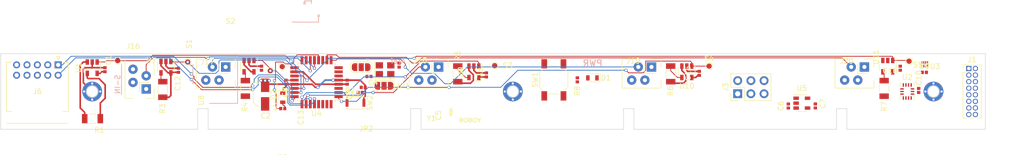
<source format=kicad_pcb>
(kicad_pcb (version 20171130) (host pcbnew "(2018-01-21 revision 6b9866de8)-makepkg")

  (general
    (thickness 1.6)
    (drawings 64)
    (tracks 350)
    (zones 0)
    (modules 64)
    (nets 46)
  )

  (page A4)
  (layers
    (0 F.Cu signal)
    (31 B.Cu signal)
    (32 B.Adhes user)
    (33 F.Adhes user)
    (34 B.Paste user)
    (35 F.Paste user)
    (36 B.SilkS user)
    (37 F.SilkS user)
    (38 B.Mask user)
    (39 F.Mask user)
    (40 Dwgs.User user)
    (41 Cmts.User user)
    (42 Eco1.User user)
    (43 Eco2.User user)
    (44 Edge.Cuts user)
    (45 Margin user)
    (46 B.CrtYd user)
    (47 F.CrtYd user)
    (48 B.Fab user)
    (49 F.Fab user)
  )

  (setup
    (last_trace_width 0.1524)
    (trace_clearance 0.1524)
    (zone_clearance 0.1524)
    (zone_45_only no)
    (trace_min 0.152375)
    (segment_width 0.15)
    (edge_width 0.15)
    (via_size 0.6)
    (via_drill 0.4)
    (via_min_size 0.4)
    (via_min_drill 0.3)
    (uvia_size 0.3)
    (uvia_drill 0.1)
    (uvias_allowed no)
    (uvia_min_size 0.2)
    (uvia_min_drill 0.1)
    (pcb_text_width 0.3)
    (pcb_text_size 1.5 1.5)
    (mod_edge_width 0.15)
    (mod_text_size 1 1)
    (mod_text_width 0.15)
    (pad_size 0.575 0.65)
    (pad_drill 0)
    (pad_to_mask_clearance 0.1016)
    (pad_to_paste_clearance -0.0762)
    (aux_axis_origin 55 80)
    (grid_origin 55 80)
    (visible_elements 7FFDFFDF)
    (pcbplotparams
      (layerselection 0x00030_80000001)
      (usegerberextensions false)
      (usegerberattributes false)
      (usegerberadvancedattributes false)
      (creategerberjobfile false)
      (excludeedgelayer true)
      (linewidth 0.100000)
      (plotframeref false)
      (viasonmask false)
      (mode 1)
      (useauxorigin false)
      (hpglpennumber 1)
      (hpglpenspeed 20)
      (hpglpendiameter 15)
      (psnegative false)
      (psa4output false)
      (plotreference true)
      (plotvalue true)
      (plotinvisibletext false)
      (padsonsilk false)
      (subtractmaskfromsilk false)
      (outputformat 1)
      (mirror false)
      (drillshape 1)
      (scaleselection 1)
      (outputdirectory ""))
  )

  (net 0 "")
  (net 1 +5V)
  (net 2 GND)
  (net 3 "Net-(C4-Pad2)")
  (net 4 "Net-(C5-Pad2)")
  (net 5 +5VP)
  (net 6 /SDA)
  (net 7 /SCL)
  (net 8 +3V3)
  (net 9 /RESET)
  (net 10 /MISO)
  (net 11 /SCK)
  (net 12 /MOSI)
  (net 13 /PB0)
  (net 14 /PD4)
  (net 15 /PB6)
  (net 16 /PB7)
  (net 17 /Servos/Servo_pwm1)
  (net 18 /Servos/Current_adc1)
  (net 19 /Servos/Servo_pwm2)
  (net 20 /Servos/Current_adc2)
  (net 21 /Servos/Servo_pwm3)
  (net 22 /Servos/Current_adc3)
  (net 23 /Servos/Servo_pwm4)
  (net 24 /Servos/Current_adc4)
  (net 25 /Servos/Servo_pwm5)
  (net 26 /Servos/Current_adc5)
  (net 27 "Net-(J16-Pad1)")
  (net 28 "Net-(J17-Pad1)")
  (net 29 "Net-(J18-Pad1)")
  (net 30 "Net-(J19-Pad1)")
  (net 31 "Net-(J20-Pad1)")
  (net 32 "Net-(Aref1-Pad1)")
  (net 33 "Net-(D1-Pad2)")
  (net 34 "Net-(S-IN1-Pad1)")
  (net 35 /PD0)
  (net 36 /PD1)
  (net 37 /PD7)
  (net 38 "Net-(JP1-Pad2)")
  (net 39 "Net-(JP2-Pad2)")
  (net 40 /SCL1_L)
  (net 41 /SDA1_L)
  (net 42 /SCL1_H)
  (net 43 /SDA1_H)
  (net 44 "Net-(D2-Pad2)")
  (net 45 /PD2)

  (net_class Default "This is the default net class."
    (clearance 0.1524)
    (trace_width 0.1524)
    (via_dia 0.6)
    (via_drill 0.4)
    (uvia_dia 0.3)
    (uvia_drill 0.1)
    (add_net /MISO)
    (add_net /MOSI)
    (add_net /PB0)
    (add_net /PB6)
    (add_net /PB7)
    (add_net /PD0)
    (add_net /PD1)
    (add_net /PD2)
    (add_net /PD4)
    (add_net /PD7)
    (add_net /RESET)
    (add_net /SCK)
    (add_net /SCL)
    (add_net /SCL1_H)
    (add_net /SCL1_L)
    (add_net /SDA)
    (add_net /SDA1_H)
    (add_net /SDA1_L)
    (add_net /Servos/Current_adc1)
    (add_net /Servos/Current_adc2)
    (add_net /Servos/Current_adc3)
    (add_net /Servos/Current_adc4)
    (add_net /Servos/Current_adc5)
    (add_net /Servos/Servo_pwm1)
    (add_net /Servos/Servo_pwm2)
    (add_net /Servos/Servo_pwm3)
    (add_net /Servos/Servo_pwm4)
    (add_net /Servos/Servo_pwm5)
    (add_net "Net-(Aref1-Pad1)")
    (add_net "Net-(C4-Pad2)")
    (add_net "Net-(C5-Pad2)")
    (add_net "Net-(D1-Pad2)")
    (add_net "Net-(D2-Pad2)")
    (add_net "Net-(J16-Pad1)")
    (add_net "Net-(J17-Pad1)")
    (add_net "Net-(J18-Pad1)")
    (add_net "Net-(J19-Pad1)")
    (add_net "Net-(J20-Pad1)")
    (add_net "Net-(JP1-Pad2)")
    (add_net "Net-(JP2-Pad2)")
    (add_net "Net-(S-IN1-Pad1)")
  )

  (net_class 3V3 ""
    (clearance 0.1524)
    (trace_width 0.254)
    (via_dia 0.6)
    (via_drill 0.4)
    (uvia_dia 0.3)
    (uvia_drill 0.1)
    (add_net +3V3)
  )

  (net_class PWR ""
    (clearance 0.1524)
    (trace_width 0.3048)
    (via_dia 0.6)
    (via_drill 0.4)
    (uvia_dia 0.3)
    (uvia_drill 0.1)
    (add_net +5V)
    (add_net +5VP)
    (add_net GND)
  )

  (module Capacitor_SMD:C_0402_1005Metric (layer F.Cu) (tedit 5A002D62) (tstamp 5A881AA7)
    (at 105.2 82.8 90)
    (descr "Capacitor SMD 0402 (1005 Metric), square (rectangular) end terminal, IPC_7351 nominal, (Body size source: http://www.tortai-tech.com/upload/download/2011102023233369053.pdf), generated with kicad-footprint-generator")
    (tags capacitor)
    (path /5A652A0C/5A65361A)
    (attr smd)
    (fp_text reference C13 (at -9.5153 7.5573 90) (layer F.SilkS)
      (effects (font (size 1 1) (thickness 0.15)))
    )
    (fp_text value 100n (at 0 1.5 90) (layer F.Fab)
      (effects (font (size 1 1) (thickness 0.15)))
    )
    (fp_line (start -0.5 0.25) (end -0.5 -0.25) (layer F.Fab) (width 0.1))
    (fp_line (start -0.5 -0.25) (end 0.5 -0.25) (layer F.Fab) (width 0.1))
    (fp_line (start 0.5 -0.25) (end 0.5 0.25) (layer F.Fab) (width 0.1))
    (fp_line (start 0.5 0.25) (end -0.5 0.25) (layer F.Fab) (width 0.1))
    (fp_line (start -0.82 0.48) (end -0.82 -0.48) (layer F.CrtYd) (width 0.05))
    (fp_line (start -0.82 -0.48) (end 0.82 -0.48) (layer F.CrtYd) (width 0.05))
    (fp_line (start 0.82 -0.48) (end 0.82 0.48) (layer F.CrtYd) (width 0.05))
    (fp_line (start 0.82 0.48) (end -0.82 0.48) (layer F.CrtYd) (width 0.05))
    (fp_text user %R (at 0 -0.88 90) (layer F.Fab)
      (effects (font (size 0.5 0.5) (thickness 0.08)))
    )
    (pad 1 smd rect (at -0.3875 0 90) (size 0.575 0.65) (layers F.Cu F.Paste F.Mask)
      (net 1 +5V))
    (pad 2 smd rect (at 0.3875 0 90) (size 0.575 0.65) (layers F.Cu F.Paste F.Mask)
      (net 2 GND))
    (model ${KISYS3DMOD}/Capacitor_SMD.3dshapes/C_0402_1005Metric.wrl
      (at (xyz 0 0 0))
      (scale (xyz 1 1 1))
      (rotate (xyz 0 0 0))
    )
  )

  (module custom_lib:JST_S10B-PHDSS_2x05x2.00mm_Angled (layer F.Cu) (tedit 5A6728E2) (tstamp 5A7E3BDB)
    (at 66.048 82.154 180)
    (descr "JST PHD series connector, dual row side entry, through hole, Datasheet:http://www.jst-mfg.com/product/pdf/eng/ePHD.pdf")
    (tags "connector jst phd S10B-PHDSS")
    (path /5A623C9F)
    (fp_text reference J6 (at 4 -5.146 180) (layer F.SilkS)
      (effects (font (size 1 1) (thickness 0.15)))
    )
    (fp_text value JST_PHD_connector_02x05_angled_male (at 4 3.5 180) (layer F.Fab)
      (effects (font (size 1 1) (thickness 0.15)))
    )
    (fp_line (start 0.3 1.6) (end 0 1) (layer F.SilkS) (width 0.15))
    (fp_line (start -0.3 1.6) (end 0.3 1.6) (layer F.SilkS) (width 0.15))
    (fp_line (start 0 1) (end -0.3 1.6) (layer F.SilkS) (width 0.15))
    (fp_line (start -1.95 0.5) (end -0.95 0.5) (layer F.SilkS) (width 0.15))
    (fp_line (start -2.95 2) (end 10.95 2) (layer F.CrtYd) (width 0.05))
    (fp_line (start 9.95 0.5) (end 9.95 -9) (layer F.SilkS) (width 0.15))
    (fp_line (start -1.95 0.5) (end -1.95 -9) (layer F.SilkS) (width 0.15))
    (fp_line (start -1.95 -11.3) (end 9.95 -11.3) (layer F.SilkS) (width 0.15))
    (fp_line (start 9.95 0.5) (end 8.95 0.5) (layer F.SilkS) (width 0.15))
    (fp_line (start -2.95 2) (end -2.95 -12.3) (layer F.CrtYd) (width 0.05))
    (fp_line (start 10.95 2) (end 10.95 -12.3) (layer F.CrtYd) (width 0.05))
    (fp_line (start -2.95 -12.3) (end 10.95 -12.3) (layer F.CrtYd) (width 0.05))
    (fp_line (start -2 -11) (end -2 1) (layer F.Fab) (width 0.05))
    (fp_line (start 10 -11) (end -2 -11) (layer F.Fab) (width 0.05))
    (fp_line (start 10 1) (end 10 -11) (layer F.Fab) (width 0.05))
    (fp_line (start -2 1) (end 10 1) (layer F.Fab) (width 0.05))
    (fp_line (start -1.95 -9) (end -0.95 -9) (layer F.SilkS) (width 0.15))
    (fp_line (start 8.95 -9) (end 9.95 -9) (layer F.SilkS) (width 0.15))
    (pad 10 thru_hole circle (at 8 -2 180) (size 1.35 1.35) (drill 0.8) (layers *.Cu *.Mask)
      (net 5 +5VP))
    (pad 8 thru_hole circle (at 6 -2 180) (size 1.35 1.35) (drill 0.8) (layers *.Cu *.Mask)
      (net 5 +5VP))
    (pad 6 thru_hole circle (at 4 -2 180) (size 1.35 1.35) (drill 0.8) (layers *.Cu *.Mask)
      (net 5 +5VP))
    (pad 4 thru_hole circle (at 2 -2 180) (size 1.35 1.35) (drill 0.8) (layers *.Cu *.Mask)
      (net 5 +5VP))
    (pad 2 thru_hole circle (at 0 -2 180) (size 1.35 1.35) (drill 0.8) (layers *.Cu *.Mask)
      (net 7 /SCL))
    (pad 9 thru_hole circle (at 8 0 180) (size 1.35 1.35) (drill 0.8) (layers *.Cu *.Mask)
      (net 2 GND))
    (pad 7 thru_hole circle (at 6 0 180) (size 1.35 1.35) (drill 0.8) (layers *.Cu *.Mask)
      (net 2 GND))
    (pad 5 thru_hole circle (at 4 0 180) (size 1.35 1.35) (drill 0.8) (layers *.Cu *.Mask)
      (net 2 GND))
    (pad 3 thru_hole circle (at 2 0 180) (size 1.35 1.35) (drill 0.8) (layers *.Cu *.Mask)
      (net 2 GND))
    (pad 1 thru_hole rect (at 0 0 180) (size 1.35 1.35) (drill 0.8) (layers *.Cu *.Mask)
      (net 6 /SDA))
    (model ../../_3Dmodels/Connectors_JST.3dshapes/JST_PHD_S10B-PHDSS_2x5x2mm_Angled.wrl
      (at (xyz 0 0 0))
      (scale (xyz 1 1 1))
      (rotate (xyz 0 0 0))
    )
  )

  (module custom_lib:TE-Connectivity_Micro-Match_connector_02x02_Pitch_1.27mm (layer F.Cu) (tedit 5ACA2596) (tstamp 5A881BF4)
    (at 219.395 83.83 270)
    (descr "TE-Connectivity Micro-Match connector, female, 02x02, board mount, 1.27mm pitch, 215079-4")
    (tags "connector, TE-Connectivity, female")
    (path /5A652A0C/5A65354E)
    (fp_text reference J20 (at -2.4 1.55) (layer F.SilkS)
      (effects (font (size 1 1) (thickness 0.15)))
    )
    (fp_text value CONN_01X04 (at 0 7.5 270) (layer F.Fab)
      (effects (font (size 1 1) (thickness 0.15)))
    )
    (fp_text user %R (at -4.0905 -0.3175) (layer F.Fab)
      (effects (font (size 1 1) (thickness 0.15)))
    )
    (fp_line (start -3.07 -4.35) (end 3.13 -4.35) (layer F.CrtYd) (width 0.05))
    (fp_line (start 3.13 4.25) (end 3.13 -4.35) (layer F.CrtYd) (width 0.05))
    (fp_line (start -2.8 -3.75) (end -1.27 -3.75) (layer F.SilkS) (width 0.12))
    (fp_line (start -2.8 -1.905) (end -2.8 -3.75) (layer F.SilkS) (width 0.12))
    (fp_line (start 0 -0.635) (end -1.87 -0.635) (layer F.SilkS) (width 0.12))
    (fp_line (start 0 -2.505) (end 0 -0.635) (layer F.SilkS) (width 0.12))
    (fp_line (start 1.27 -3.75) (end 2.8 -3.75) (layer F.SilkS) (width 0.12))
    (fp_line (start 2.8 -3.75) (end 2.8 3.75) (layer F.SilkS) (width 0.12))
    (fp_line (start -2.8 3.75) (end 2.8 3.75) (layer F.SilkS) (width 0.12))
    (fp_line (start -2.6 -3.55) (end 2.6 -3.55) (layer F.Fab) (width 0.1))
    (fp_line (start 2.6 -3.55) (end 2.6 3.55) (layer F.Fab) (width 0.1))
    (fp_line (start -2.6 3.55) (end 2.6 3.55) (layer F.Fab) (width 0.1))
    (fp_line (start -2.6 -3.55) (end -2.6 3.55) (layer F.Fab) (width 0.1))
    (fp_line (start -2.8 0.635) (end -2.8 3.75) (layer F.SilkS) (width 0.12))
    (fp_line (start -3.07 4.25) (end 3.13 4.25) (layer F.CrtYd) (width 0.05))
    (fp_line (start -3.07 4.25) (end -3.07 -4.35) (layer F.CrtYd) (width 0.05))
    (pad "" np_thru_hole circle (at 0.53 -3.305 270) (size 1.5001 1.5001) (drill 1.5001) (layers *.Cu *.Mask))
    (pad 4 thru_hole circle (at 1.27 1.905 270) (size 1.8 1.8) (drill 0.8001) (layers *.Cu *.Mask)
      (net 2 GND))
    (pad 3 thru_hole circle (at -1.27 0.635 270) (size 1.8 1.8) (drill 0.8001) (layers *.Cu *.Mask)
      (net 25 /Servos/Servo_pwm5))
    (pad 2 thru_hole circle (at 1.27 -0.635 270) (size 1.8 1.8) (drill 0.8001) (layers *.Cu *.Mask)
      (net 2 GND))
    (pad 1 thru_hole rect (at -1.27 -1.905 270) (size 1.8 1.8) (drill 0.8001) (layers *.Cu *.Mask)
      (net 31 "Net-(J20-Pad1)"))
    (model ../../_3Dmodels/Connectors_TE-Connectivity.3dshapes/c-215079-4-t-3d.wrl
      (at (xyz 0 0 0))
      (scale (xyz 1 1 1))
      (rotate (xyz 0 0 0))
    )
  )

  (module custom_lib:TE-Connectivity_Micro-Match_connector_02x02_Pitch_1.27mm (layer F.Cu) (tedit 5ACA2596) (tstamp 5A881BA6)
    (at 96.395 83.83 270)
    (descr "TE-Connectivity Micro-Match connector, female, 02x02, board mount, 1.27mm pitch, 215079-4")
    (tags "connector, TE-Connectivity, female")
    (path /5A652A0C/5A653539)
    (fp_text reference J17 (at -2.25 1.5875) (layer F.SilkS)
      (effects (font (size 1 1) (thickness 0.15)))
    )
    (fp_text value CONN_01X04 (at 0 7.5 270) (layer F.Fab)
      (effects (font (size 1 1) (thickness 0.15)))
    )
    (fp_text user %R (at -4.0905 -0.3175) (layer F.Fab)
      (effects (font (size 1 1) (thickness 0.15)))
    )
    (fp_line (start -3.07 -4.35) (end 3.13 -4.35) (layer F.CrtYd) (width 0.05))
    (fp_line (start 3.13 4.25) (end 3.13 -4.35) (layer F.CrtYd) (width 0.05))
    (fp_line (start -2.8 -3.75) (end -1.27 -3.75) (layer F.SilkS) (width 0.12))
    (fp_line (start -2.8 -1.905) (end -2.8 -3.75) (layer F.SilkS) (width 0.12))
    (fp_line (start 0 -0.635) (end -1.87 -0.635) (layer F.SilkS) (width 0.12))
    (fp_line (start 0 -2.505) (end 0 -0.635) (layer F.SilkS) (width 0.12))
    (fp_line (start 1.27 -3.75) (end 2.8 -3.75) (layer F.SilkS) (width 0.12))
    (fp_line (start 2.8 -3.75) (end 2.8 3.75) (layer F.SilkS) (width 0.12))
    (fp_line (start -2.8 3.75) (end 2.8 3.75) (layer F.SilkS) (width 0.12))
    (fp_line (start -2.6 -3.55) (end 2.6 -3.55) (layer F.Fab) (width 0.1))
    (fp_line (start 2.6 -3.55) (end 2.6 3.55) (layer F.Fab) (width 0.1))
    (fp_line (start -2.6 3.55) (end 2.6 3.55) (layer F.Fab) (width 0.1))
    (fp_line (start -2.6 -3.55) (end -2.6 3.55) (layer F.Fab) (width 0.1))
    (fp_line (start -2.8 0.635) (end -2.8 3.75) (layer F.SilkS) (width 0.12))
    (fp_line (start -3.07 4.25) (end 3.13 4.25) (layer F.CrtYd) (width 0.05))
    (fp_line (start -3.07 4.25) (end -3.07 -4.35) (layer F.CrtYd) (width 0.05))
    (pad "" np_thru_hole circle (at 0.53 -3.305 270) (size 1.5001 1.5001) (drill 1.5001) (layers *.Cu *.Mask))
    (pad 4 thru_hole circle (at 1.27 1.905 270) (size 1.8 1.8) (drill 0.8001) (layers *.Cu *.Mask)
      (net 2 GND))
    (pad 3 thru_hole circle (at -1.27 0.635 270) (size 1.8 1.8) (drill 0.8001) (layers *.Cu *.Mask)
      (net 19 /Servos/Servo_pwm2))
    (pad 2 thru_hole circle (at 1.27 -0.635 270) (size 1.8 1.8) (drill 0.8001) (layers *.Cu *.Mask)
      (net 2 GND))
    (pad 1 thru_hole rect (at -1.27 -1.905 270) (size 1.8 1.8) (drill 0.8001) (layers *.Cu *.Mask)
      (net 28 "Net-(J17-Pad1)"))
    (model ../../_3Dmodels/Connectors_TE-Connectivity.3dshapes/c-215079-4-t-3d.wrl
      (at (xyz 0 0 0))
      (scale (xyz 1 1 1))
      (rotate (xyz 0 0 0))
    )
  )

  (module custom_lib:TE-Connectivity_Micro-Match_connector_02x02_Pitch_1.27mm (layer F.Cu) (tedit 5ACA2596) (tstamp 5A81A6A0)
    (at 81.73 84.905 180)
    (descr "TE-Connectivity Micro-Match connector, female, 02x02, board mount, 1.27mm pitch, 215079-4")
    (tags "connector, TE-Connectivity, female")
    (path /5A652A0C/5A653532)
    (fp_text reference J16 (at 1.25 6.35) (layer F.SilkS)
      (effects (font (size 1 1) (thickness 0.15)))
    )
    (fp_text value CONN_01X04 (at 0 7.5 180) (layer F.Fab)
      (effects (font (size 1 1) (thickness 0.15)))
    )
    (fp_text user %R (at -4.0905 -0.3175 270) (layer F.Fab)
      (effects (font (size 1 1) (thickness 0.15)))
    )
    (fp_line (start -3.07 -4.35) (end 3.13 -4.35) (layer F.CrtYd) (width 0.05))
    (fp_line (start 3.13 4.25) (end 3.13 -4.35) (layer F.CrtYd) (width 0.05))
    (fp_line (start -2.8 -3.75) (end -1.27 -3.75) (layer F.SilkS) (width 0.12))
    (fp_line (start -2.8 -1.905) (end -2.8 -3.75) (layer F.SilkS) (width 0.12))
    (fp_line (start 0 -0.635) (end -1.87 -0.635) (layer F.SilkS) (width 0.12))
    (fp_line (start 0 -2.505) (end 0 -0.635) (layer F.SilkS) (width 0.12))
    (fp_line (start 1.27 -3.75) (end 2.8 -3.75) (layer F.SilkS) (width 0.12))
    (fp_line (start 2.8 -3.75) (end 2.8 3.75) (layer F.SilkS) (width 0.12))
    (fp_line (start -2.8 3.75) (end 2.8 3.75) (layer F.SilkS) (width 0.12))
    (fp_line (start -2.6 -3.55) (end 2.6 -3.55) (layer F.Fab) (width 0.1))
    (fp_line (start 2.6 -3.55) (end 2.6 3.55) (layer F.Fab) (width 0.1))
    (fp_line (start -2.6 3.55) (end 2.6 3.55) (layer F.Fab) (width 0.1))
    (fp_line (start -2.6 -3.55) (end -2.6 3.55) (layer F.Fab) (width 0.1))
    (fp_line (start -2.8 0.635) (end -2.8 3.75) (layer F.SilkS) (width 0.12))
    (fp_line (start -3.07 4.25) (end 3.13 4.25) (layer F.CrtYd) (width 0.05))
    (fp_line (start -3.07 4.25) (end -3.07 -4.35) (layer F.CrtYd) (width 0.05))
    (pad "" np_thru_hole circle (at 0.53 -3.305 180) (size 1.5001 1.5001) (drill 1.5001) (layers *.Cu *.Mask))
    (pad 4 thru_hole circle (at 1.27 1.905 180) (size 1.8 1.8) (drill 0.8001) (layers *.Cu *.Mask)
      (net 2 GND))
    (pad 3 thru_hole circle (at -1.27 0.635 180) (size 1.8 1.8) (drill 0.8001) (layers *.Cu *.Mask)
      (net 17 /Servos/Servo_pwm1))
    (pad 2 thru_hole circle (at 1.27 -0.635 180) (size 1.8 1.8) (drill 0.8001) (layers *.Cu *.Mask)
      (net 2 GND))
    (pad 1 thru_hole rect (at -1.27 -1.905 180) (size 1.8 1.8) (drill 0.8001) (layers *.Cu *.Mask)
      (net 27 "Net-(J16-Pad1)"))
    (model ../../_3Dmodels/Connectors_TE-Connectivity.3dshapes/c-215079-4-t-3d.wrl
      (at (xyz 0 0 0))
      (scale (xyz 1 1 1))
      (rotate (xyz 0 0 0))
    )
  )

  (module custom_lib:TE-Connectivity_Micro-Match_connector_02x02_Pitch_1.27mm (layer F.Cu) (tedit 5ACA2596) (tstamp 5A881BC0)
    (at 137.395 83.83 270)
    (descr "TE-Connectivity Micro-Match connector, female, 02x02, board mount, 1.27mm pitch, 215079-4")
    (tags "connector, TE-Connectivity, female")
    (path /5A652A0C/5A653540)
    (fp_text reference J18 (at -2.5 1.6) (layer F.SilkS)
      (effects (font (size 1 1) (thickness 0.15)))
    )
    (fp_text value CONN_01X04 (at 0 7.5 270) (layer F.Fab)
      (effects (font (size 1 1) (thickness 0.15)))
    )
    (fp_text user %R (at -4.0905 -0.3175) (layer F.Fab)
      (effects (font (size 1 1) (thickness 0.15)))
    )
    (fp_line (start -3.07 -4.35) (end 3.13 -4.35) (layer F.CrtYd) (width 0.05))
    (fp_line (start 3.13 4.25) (end 3.13 -4.35) (layer F.CrtYd) (width 0.05))
    (fp_line (start -2.8 -3.75) (end -1.27 -3.75) (layer F.SilkS) (width 0.12))
    (fp_line (start -2.8 -1.905) (end -2.8 -3.75) (layer F.SilkS) (width 0.12))
    (fp_line (start 0 -0.635) (end -1.87 -0.635) (layer F.SilkS) (width 0.12))
    (fp_line (start 0 -2.505) (end 0 -0.635) (layer F.SilkS) (width 0.12))
    (fp_line (start 1.27 -3.75) (end 2.8 -3.75) (layer F.SilkS) (width 0.12))
    (fp_line (start 2.8 -3.75) (end 2.8 3.75) (layer F.SilkS) (width 0.12))
    (fp_line (start -2.8 3.75) (end 2.8 3.75) (layer F.SilkS) (width 0.12))
    (fp_line (start -2.6 -3.55) (end 2.6 -3.55) (layer F.Fab) (width 0.1))
    (fp_line (start 2.6 -3.55) (end 2.6 3.55) (layer F.Fab) (width 0.1))
    (fp_line (start -2.6 3.55) (end 2.6 3.55) (layer F.Fab) (width 0.1))
    (fp_line (start -2.6 -3.55) (end -2.6 3.55) (layer F.Fab) (width 0.1))
    (fp_line (start -2.8 0.635) (end -2.8 3.75) (layer F.SilkS) (width 0.12))
    (fp_line (start -3.07 4.25) (end 3.13 4.25) (layer F.CrtYd) (width 0.05))
    (fp_line (start -3.07 4.25) (end -3.07 -4.35) (layer F.CrtYd) (width 0.05))
    (pad "" np_thru_hole circle (at 0.53 -3.305 270) (size 1.5001 1.5001) (drill 1.5001) (layers *.Cu *.Mask))
    (pad 4 thru_hole circle (at 1.27 1.905 270) (size 1.8 1.8) (drill 0.8001) (layers *.Cu *.Mask)
      (net 2 GND))
    (pad 3 thru_hole circle (at -1.27 0.635 270) (size 1.8 1.8) (drill 0.8001) (layers *.Cu *.Mask)
      (net 21 /Servos/Servo_pwm3))
    (pad 2 thru_hole circle (at 1.27 -0.635 270) (size 1.8 1.8) (drill 0.8001) (layers *.Cu *.Mask)
      (net 2 GND))
    (pad 1 thru_hole rect (at -1.27 -1.905 270) (size 1.8 1.8) (drill 0.8001) (layers *.Cu *.Mask)
      (net 29 "Net-(J18-Pad1)"))
    (model ../../_3Dmodels/Connectors_TE-Connectivity.3dshapes/c-215079-4-t-3d.wrl
      (at (xyz 0 0 0))
      (scale (xyz 1 1 1))
      (rotate (xyz 0 0 0))
    )
  )

  (module custom_lib:TE-Connectivity_Micro-Match_connector_02x02_Pitch_1.27mm (layer F.Cu) (tedit 5ACA2596) (tstamp 5A81AA4B)
    (at 178.395 83.83 270)
    (descr "TE-Connectivity Micro-Match connector, female, 02x02, board mount, 1.27mm pitch, 215079-4")
    (tags "connector, TE-Connectivity, female")
    (path /5A652A0C/5A653547)
    (fp_text reference J19 (at -2.4 1.5875) (layer F.SilkS)
      (effects (font (size 1 1) (thickness 0.15)))
    )
    (fp_text value CONN_01X04 (at 0 7.5 270) (layer F.Fab)
      (effects (font (size 1 1) (thickness 0.15)))
    )
    (fp_text user %R (at -4.0905 -0.3175) (layer F.Fab)
      (effects (font (size 1 1) (thickness 0.15)))
    )
    (fp_line (start -3.07 -4.35) (end 3.13 -4.35) (layer F.CrtYd) (width 0.05))
    (fp_line (start 3.13 4.25) (end 3.13 -4.35) (layer F.CrtYd) (width 0.05))
    (fp_line (start -2.8 -3.75) (end -1.27 -3.75) (layer F.SilkS) (width 0.12))
    (fp_line (start -2.8 -1.905) (end -2.8 -3.75) (layer F.SilkS) (width 0.12))
    (fp_line (start 0 -0.635) (end -1.87 -0.635) (layer F.SilkS) (width 0.12))
    (fp_line (start 0 -2.505) (end 0 -0.635) (layer F.SilkS) (width 0.12))
    (fp_line (start 1.27 -3.75) (end 2.8 -3.75) (layer F.SilkS) (width 0.12))
    (fp_line (start 2.8 -3.75) (end 2.8 3.75) (layer F.SilkS) (width 0.12))
    (fp_line (start -2.8 3.75) (end 2.8 3.75) (layer F.SilkS) (width 0.12))
    (fp_line (start -2.6 -3.55) (end 2.6 -3.55) (layer F.Fab) (width 0.1))
    (fp_line (start 2.6 -3.55) (end 2.6 3.55) (layer F.Fab) (width 0.1))
    (fp_line (start -2.6 3.55) (end 2.6 3.55) (layer F.Fab) (width 0.1))
    (fp_line (start -2.6 -3.55) (end -2.6 3.55) (layer F.Fab) (width 0.1))
    (fp_line (start -2.8 0.635) (end -2.8 3.75) (layer F.SilkS) (width 0.12))
    (fp_line (start -3.07 4.25) (end 3.13 4.25) (layer F.CrtYd) (width 0.05))
    (fp_line (start -3.07 4.25) (end -3.07 -4.35) (layer F.CrtYd) (width 0.05))
    (pad "" np_thru_hole circle (at 0.53 -3.305 270) (size 1.5001 1.5001) (drill 1.5001) (layers *.Cu *.Mask))
    (pad 4 thru_hole circle (at 1.27 1.905 270) (size 1.8 1.8) (drill 0.8001) (layers *.Cu *.Mask)
      (net 2 GND))
    (pad 3 thru_hole circle (at -1.27 0.635 270) (size 1.8 1.8) (drill 0.8001) (layers *.Cu *.Mask)
      (net 23 /Servos/Servo_pwm4))
    (pad 2 thru_hole circle (at 1.27 -0.635 270) (size 1.8 1.8) (drill 0.8001) (layers *.Cu *.Mask)
      (net 2 GND))
    (pad 1 thru_hole rect (at -1.27 -1.905 270) (size 1.8 1.8) (drill 0.8001) (layers *.Cu *.Mask)
      (net 30 "Net-(J19-Pad1)"))
    (model ../../_3Dmodels/Connectors_TE-Connectivity.3dshapes/c-215079-4-t-3d.wrl
      (at (xyz 0 0 0))
      (scale (xyz 1 1 1))
      (rotate (xyz 0 0 0))
    )
  )

  (module custom_lib:SW_SPST_KXT3 (layer F.Cu) (tedit 5AC7B6F8) (tstamp 5AE20E75)
    (at 123.3 89.5)
    (descr https://www.ckswitches.com/media/1465/kxt3.pdf)
    (tags "Tactile Switch")
    (path /5AD69D9B)
    (attr smd)
    (fp_text reference SW2 (at 2.775 0 90) (layer F.SilkS)
      (effects (font (size 1 1) (thickness 0.15)))
    )
    (fp_text value USER_SW (at 0 2.5) (layer F.Fab)
      (effects (font (size 1 1) (thickness 0.15)))
    )
    (fp_circle (center 0 0) (end 0.65 0) (layer F.Fab) (width 0.1))
    (fp_line (start -1.5 1) (end -1.5 -1) (layer F.Fab) (width 0.1))
    (fp_line (start 1.5 1) (end -1.5 1) (layer F.Fab) (width 0.1))
    (fp_line (start 1.5 -1) (end 1.5 1) (layer F.Fab) (width 0.1))
    (fp_line (start -1.5 -1) (end 1.5 -1) (layer F.Fab) (width 0.1))
    (fp_line (start 1.65 -1.2) (end 1.65 -1) (layer F.SilkS) (width 0.12))
    (fp_line (start -1.65 -1.2) (end 1.65 -1.2) (layer F.SilkS) (width 0.12))
    (fp_line (start -1.65 -1) (end -1.65 -1.2) (layer F.SilkS) (width 0.12))
    (fp_line (start 1.65 1.2) (end 1.65 1) (layer F.SilkS) (width 0.12))
    (fp_line (start -1.65 1.2) (end 1.65 1.2) (layer F.SilkS) (width 0.12))
    (fp_line (start -1.65 1) (end -1.65 1.2) (layer F.SilkS) (width 0.12))
    (fp_line (start -2.05 -1.3) (end -2.05 1.3) (layer F.CrtYd) (width 0.05))
    (fp_line (start 2.05 -1.3) (end -2.05 -1.3) (layer F.CrtYd) (width 0.05))
    (fp_line (start 2.05 1.3) (end 2.05 -1.3) (layer F.CrtYd) (width 0.05))
    (fp_line (start -2.05 1.3) (end 2.05 1.3) (layer F.CrtYd) (width 0.05))
    (fp_text user %R (at 0 -2.5) (layer F.Fab)
      (effects (font (size 1 1) (thickness 0.15)))
    )
    (pad 2 smd rect (at 1.625 0) (size 0.55 1.5) (layers F.Cu F.Paste F.Mask)
      (net 2 GND))
    (pad 1 smd rect (at -1.625 0) (size 0.55 1.5) (layers F.Cu F.Paste F.Mask)
      (net 14 /PD4))
  )

  (module MountingHole:MountingHole_2.2mm_M2_DIN965_Pad (layer B.Cu) (tedit 5A75AB36) (tstamp 5A881C33)
    (at 234.6 87.3)
    (descr "Mounting Hole 2.2mm, M2, DIN965")
    (tags "mounting hole 2.2mm m2 din965")
    (path /5A629673)
    (attr virtual)
    (fp_text reference MK3 (at 0 2.9) (layer B.SilkS) hide
      (effects (font (size 1 1) (thickness 0.15)) (justify mirror))
    )
    (fp_text value Mounting_Hole_PAD (at 0 -2.9) (layer B.Fab)
      (effects (font (size 1 1) (thickness 0.15)) (justify mirror))
    )
    (fp_text user %R (at 0.3 0) (layer B.Fab)
      (effects (font (size 1 1) (thickness 0.15)) (justify mirror))
    )
    (fp_circle (center 0 0) (end 1.9 0) (layer Cmts.User) (width 0.15))
    (fp_circle (center 0 0) (end 2.15 0) (layer B.CrtYd) (width 0.05))
    (pad 1 thru_hole circle (at 0 0) (size 3.8 3.8) (drill 2.2) (layers *.Cu *.Mask)
      (net 2 GND) (zone_connect 2))
  )

  (module MountingHole:MountingHole_2.2mm_M2_DIN965_Pad (layer B.Cu) (tedit 5A75AB31) (tstamp 5A72C884)
    (at 153.6 87.3)
    (descr "Mounting Hole 2.2mm, M2, DIN965")
    (tags "mounting hole 2.2mm m2 din965")
    (path /5A6295D4)
    (attr virtual)
    (fp_text reference MK2 (at 0 2.9) (layer B.SilkS) hide
      (effects (font (size 1 1) (thickness 0.15)) (justify mirror))
    )
    (fp_text value Mounting_Hole_PAD (at 0 -2.9) (layer B.Fab)
      (effects (font (size 1 1) (thickness 0.15)) (justify mirror))
    )
    (fp_circle (center 0 0) (end 2.15 0) (layer B.CrtYd) (width 0.05))
    (fp_circle (center 0 0) (end 1.9 0) (layer Cmts.User) (width 0.15))
    (fp_text user %R (at 0.3 0) (layer B.Fab)
      (effects (font (size 1 1) (thickness 0.15)) (justify mirror))
    )
    (pad 1 thru_hole circle (at 0 0) (size 3.8 3.8) (drill 2.2) (layers *.Cu *.Mask)
      (net 2 GND) (zone_connect 2))
  )

  (module MountingHole:MountingHole_2.2mm_M2_DIN965_Pad (layer B.Cu) (tedit 5A75AB2C) (tstamp 5A94E05A)
    (at 72.6 87.3)
    (descr "Mounting Hole 2.2mm, M2, DIN965")
    (tags "mounting hole 2.2mm m2 din965")
    (path /5A62953F)
    (attr virtual)
    (fp_text reference MK1 (at 0 2.9) (layer B.SilkS) hide
      (effects (font (size 1 1) (thickness 0.15)) (justify mirror))
    )
    (fp_text value Mounting_Hole_PAD (at 0 -2.9) (layer B.Fab)
      (effects (font (size 1 1) (thickness 0.15)) (justify mirror))
    )
    (fp_text user %R (at 0.3 0) (layer B.Fab)
      (effects (font (size 1 1) (thickness 0.15)) (justify mirror))
    )
    (fp_circle (center 0 0) (end 1.9 0) (layer Cmts.User) (width 0.15))
    (fp_circle (center 0 0) (end 2.15 0) (layer B.CrtYd) (width 0.05))
    (pad 1 thru_hole circle (at 0 0) (size 3.8 3.8) (drill 2.2) (layers *.Cu *.Mask)
      (net 2 GND) (zone_connect 2))
  )

  (module Connector_PinHeader_2.54mm:PinHeader_2x03_P2.54mm_Vertical (layer F.Cu) (tedit 59FED5CC) (tstamp 5A881AE3)
    (at 196.9 87.74 90)
    (descr "Through hole straight pin header, 2x03, 2.54mm pitch, double rows")
    (tags "Through hole pin header THT 2x03 2.54mm double row")
    (path /5A65CD7B)
    (fp_text reference J3 (at 1.27 -2.33 90) (layer F.SilkS)
      (effects (font (size 1 1) (thickness 0.15)))
    )
    (fp_text value ICSP (at 1.27 7.41 90) (layer F.Fab)
      (effects (font (size 1 1) (thickness 0.15)))
    )
    (fp_line (start 0 -1.27) (end 3.81 -1.27) (layer F.Fab) (width 0.1))
    (fp_line (start 3.81 -1.27) (end 3.81 6.35) (layer F.Fab) (width 0.1))
    (fp_line (start 3.81 6.35) (end -1.27 6.35) (layer F.Fab) (width 0.1))
    (fp_line (start -1.27 6.35) (end -1.27 0) (layer F.Fab) (width 0.1))
    (fp_line (start -1.27 0) (end 0 -1.27) (layer F.Fab) (width 0.1))
    (fp_line (start -1.33 6.41) (end 3.87 6.41) (layer F.SilkS) (width 0.12))
    (fp_line (start -1.33 1.27) (end -1.33 6.41) (layer F.SilkS) (width 0.12))
    (fp_line (start 3.87 -1.33) (end 3.87 6.41) (layer F.SilkS) (width 0.12))
    (fp_line (start -1.33 1.27) (end 1.27 1.27) (layer F.SilkS) (width 0.12))
    (fp_line (start 1.27 1.27) (end 1.27 -1.33) (layer F.SilkS) (width 0.12))
    (fp_line (start 1.27 -1.33) (end 3.87 -1.33) (layer F.SilkS) (width 0.12))
    (fp_line (start -1.33 0) (end -1.33 -1.33) (layer F.SilkS) (width 0.12))
    (fp_line (start -1.33 -1.33) (end 0 -1.33) (layer F.SilkS) (width 0.12))
    (fp_line (start -1.8 -1.8) (end -1.8 6.85) (layer F.CrtYd) (width 0.05))
    (fp_line (start -1.8 6.85) (end 4.35 6.85) (layer F.CrtYd) (width 0.05))
    (fp_line (start 4.35 6.85) (end 4.35 -1.8) (layer F.CrtYd) (width 0.05))
    (fp_line (start 4.35 -1.8) (end -1.8 -1.8) (layer F.CrtYd) (width 0.05))
    (fp_text user %R (at 1.27 2.54 180) (layer F.Fab)
      (effects (font (size 1 1) (thickness 0.15)))
    )
    (pad 1 thru_hole rect (at 0 0 90) (size 1.7 1.7) (drill 1) (layers *.Cu *.Mask)
      (net 10 /MISO))
    (pad 2 thru_hole oval (at 2.54 0 90) (size 1.7 1.7) (drill 1) (layers *.Cu *.Mask)
      (net 1 +5V))
    (pad 3 thru_hole oval (at 0 2.54 90) (size 1.7 1.7) (drill 1) (layers *.Cu *.Mask)
      (net 11 /SCK))
    (pad 4 thru_hole oval (at 2.54 2.54 90) (size 1.7 1.7) (drill 1) (layers *.Cu *.Mask)
      (net 12 /MOSI))
    (pad 5 thru_hole oval (at 0 5.08 90) (size 1.7 1.7) (drill 1) (layers *.Cu *.Mask)
      (net 9 /RESET))
    (pad 6 thru_hole oval (at 2.54 5.08 90) (size 1.7 1.7) (drill 1) (layers *.Cu *.Mask)
      (net 2 GND))
    (model ${KISYS3DMOD}/Connector_PinHeader_2.54mm.3dshapes/PinHeader_2x03_P2.54mm_Vertical.wrl
      (at (xyz 0 0 0))
      (scale (xyz 1 1 1))
      (rotate (xyz 0 0 0))
    )
  )

  (module Package_QFP:TQFP-32_7x7mm_P0.8mm (layer F.Cu) (tedit 5A02F146) (tstamp 5A94D9F8)
    (at 115.8 85.5 180)
    (descr "32-Lead Plastic Thin Quad Flatpack (PT) - 7x7x1.0 mm Body, 2.00 mm [TQFP] (see Microchip Packaging Specification 00000049BS.pdf)")
    (tags "QFP 0.8")
    (path /5AC76086)
    (attr smd)
    (fp_text reference U4 (at 0 -6.05 180) (layer F.SilkS)
      (effects (font (size 1 1) (thickness 0.15)))
    )
    (fp_text value ATMEGA328PB-AU (at 0 6.05 180) (layer F.Fab)
      (effects (font (size 1 1) (thickness 0.15)))
    )
    (fp_text user %R (at 0 0 180) (layer F.Fab)
      (effects (font (size 1 1) (thickness 0.15)))
    )
    (fp_line (start -2.5 -3.5) (end 3.5 -3.5) (layer F.Fab) (width 0.15))
    (fp_line (start 3.5 -3.5) (end 3.5 3.5) (layer F.Fab) (width 0.15))
    (fp_line (start 3.5 3.5) (end -3.5 3.5) (layer F.Fab) (width 0.15))
    (fp_line (start -3.5 3.5) (end -3.5 -2.5) (layer F.Fab) (width 0.15))
    (fp_line (start -3.5 -2.5) (end -2.5 -3.5) (layer F.Fab) (width 0.15))
    (fp_line (start -5.3 -5.3) (end -5.3 5.3) (layer F.CrtYd) (width 0.05))
    (fp_line (start 5.3 -5.3) (end 5.3 5.3) (layer F.CrtYd) (width 0.05))
    (fp_line (start -5.3 -5.3) (end 5.3 -5.3) (layer F.CrtYd) (width 0.05))
    (fp_line (start -5.3 5.3) (end 5.3 5.3) (layer F.CrtYd) (width 0.05))
    (fp_line (start -3.625 -3.625) (end -3.625 -3.4) (layer F.SilkS) (width 0.15))
    (fp_line (start 3.625 -3.625) (end 3.625 -3.3) (layer F.SilkS) (width 0.15))
    (fp_line (start 3.625 3.625) (end 3.625 3.3) (layer F.SilkS) (width 0.15))
    (fp_line (start -3.625 3.625) (end -3.625 3.3) (layer F.SilkS) (width 0.15))
    (fp_line (start -3.625 -3.625) (end -3.3 -3.625) (layer F.SilkS) (width 0.15))
    (fp_line (start -3.625 3.625) (end -3.3 3.625) (layer F.SilkS) (width 0.15))
    (fp_line (start 3.625 3.625) (end 3.3 3.625) (layer F.SilkS) (width 0.15))
    (fp_line (start 3.625 -3.625) (end 3.3 -3.625) (layer F.SilkS) (width 0.15))
    (fp_line (start -3.625 -3.4) (end -5.05 -3.4) (layer F.SilkS) (width 0.15))
    (pad 1 smd rect (at -4.25 -2.8 180) (size 1.6 0.55) (layers F.Cu F.Paste F.Mask)
      (net 21 /Servos/Servo_pwm3))
    (pad 2 smd rect (at -4.25 -2 180) (size 1.6 0.55) (layers F.Cu F.Paste F.Mask)
      (net 14 /PD4))
    (pad 3 smd rect (at -4.25 -1.2 180) (size 1.6 0.55) (layers F.Cu F.Paste F.Mask)
      (net 43 /SDA1_H))
    (pad 4 smd rect (at -4.25 -0.4 180) (size 1.6 0.55) (layers F.Cu F.Paste F.Mask)
      (net 1 +5V))
    (pad 5 smd rect (at -4.25 0.4 180) (size 1.6 0.55) (layers F.Cu F.Paste F.Mask)
      (net 2 GND))
    (pad 6 smd rect (at -4.25 1.2 180) (size 1.6 0.55) (layers F.Cu F.Paste F.Mask)
      (net 42 /SCL1_H))
    (pad 7 smd rect (at -4.25 2 180) (size 1.6 0.55) (layers F.Cu F.Paste F.Mask)
      (net 38 "Net-(JP1-Pad2)"))
    (pad 8 smd rect (at -4.25 2.8 180) (size 1.6 0.55) (layers F.Cu F.Paste F.Mask)
      (net 39 "Net-(JP2-Pad2)"))
    (pad 9 smd rect (at -2.8 4.25 270) (size 1.6 0.55) (layers F.Cu F.Paste F.Mask)
      (net 23 /Servos/Servo_pwm4))
    (pad 10 smd rect (at -2 4.25 270) (size 1.6 0.55) (layers F.Cu F.Paste F.Mask)
      (net 25 /Servos/Servo_pwm5))
    (pad 11 smd rect (at -1.2 4.25 270) (size 1.6 0.55) (layers F.Cu F.Paste F.Mask)
      (net 37 /PD7))
    (pad 12 smd rect (at -0.4 4.25 270) (size 1.6 0.55) (layers F.Cu F.Paste F.Mask)
      (net 13 /PB0))
    (pad 13 smd rect (at 0.4 4.25 270) (size 1.6 0.55) (layers F.Cu F.Paste F.Mask)
      (net 17 /Servos/Servo_pwm1))
    (pad 14 smd rect (at 1.2 4.25 270) (size 1.6 0.55) (layers F.Cu F.Paste F.Mask)
      (net 19 /Servos/Servo_pwm2))
    (pad 15 smd rect (at 2 4.25 270) (size 1.6 0.55) (layers F.Cu F.Paste F.Mask)
      (net 12 /MOSI))
    (pad 16 smd rect (at 2.8 4.25 270) (size 1.6 0.55) (layers F.Cu F.Paste F.Mask)
      (net 10 /MISO))
    (pad 17 smd rect (at 4.25 2.8 180) (size 1.6 0.55) (layers F.Cu F.Paste F.Mask)
      (net 11 /SCK))
    (pad 18 smd rect (at 4.25 2 180) (size 1.6 0.55) (layers F.Cu F.Paste F.Mask)
      (net 1 +5V))
    (pad 19 smd rect (at 4.25 1.2 180) (size 1.6 0.55) (layers F.Cu F.Paste F.Mask)
      (net 26 /Servos/Current_adc5))
    (pad 20 smd rect (at 4.25 0.4 180) (size 1.6 0.55) (layers F.Cu F.Paste F.Mask)
      (net 32 "Net-(Aref1-Pad1)"))
    (pad 21 smd rect (at 4.25 -0.4 180) (size 1.6 0.55) (layers F.Cu F.Paste F.Mask)
      (net 2 GND))
    (pad 22 smd rect (at 4.25 -1.2 180) (size 1.6 0.55) (layers F.Cu F.Paste F.Mask)
      (net 34 "Net-(S-IN1-Pad1)"))
    (pad 23 smd rect (at 4.25 -2 180) (size 1.6 0.55) (layers F.Cu F.Paste F.Mask)
      (net 18 /Servos/Current_adc1))
    (pad 24 smd rect (at 4.25 -2.8 180) (size 1.6 0.55) (layers F.Cu F.Paste F.Mask)
      (net 20 /Servos/Current_adc2))
    (pad 25 smd rect (at 2.8 -4.25 270) (size 1.6 0.55) (layers F.Cu F.Paste F.Mask)
      (net 22 /Servos/Current_adc3))
    (pad 26 smd rect (at 2 -4.25 270) (size 1.6 0.55) (layers F.Cu F.Paste F.Mask)
      (net 24 /Servos/Current_adc4))
    (pad 27 smd rect (at 1.2 -4.25 270) (size 1.6 0.55) (layers F.Cu F.Paste F.Mask)
      (net 6 /SDA))
    (pad 28 smd rect (at 0.4 -4.25 270) (size 1.6 0.55) (layers F.Cu F.Paste F.Mask)
      (net 7 /SCL))
    (pad 29 smd rect (at -0.4 -4.25 270) (size 1.6 0.55) (layers F.Cu F.Paste F.Mask)
      (net 9 /RESET))
    (pad 30 smd rect (at -1.2 -4.25 270) (size 1.6 0.55) (layers F.Cu F.Paste F.Mask)
      (net 35 /PD0))
    (pad 31 smd rect (at -2 -4.25 270) (size 1.6 0.55) (layers F.Cu F.Paste F.Mask)
      (net 36 /PD1))
    (pad 32 smd rect (at -2.8 -4.25 270) (size 1.6 0.55) (layers F.Cu F.Paste F.Mask)
      (net 45 /PD2))
    (model ${KISYS3DMOD}/Package_QFP.3dshapes/TQFP-32_7x7mm_P0.8mm.wrl
      (at (xyz 0 0 0))
      (scale (xyz 1 1 1))
      (rotate (xyz 0 0 0))
    )
  )

  (module Crystal:Crystal_SMD_TXC_7M-4Pin_3.2x2.5mm (layer F.Cu) (tedit 5A0FD1B2) (tstamp 5A881DC3)
    (at 129 83.1)
    (descr "SMD Crystal TXC 7M http://www.txccrystal.com/images/pdf/7m-accuracy.pdf, 3.2x2.5mm^2 package")
    (tags "SMD SMT crystal")
    (path /5A84C245)
    (attr smd)
    (fp_text reference Y1 (at 8.9 9.4) (layer F.SilkS)
      (effects (font (size 1 1) (thickness 0.15)))
    )
    (fp_text value "TSX-3225 20MHz" (at 0 2.45) (layer F.Fab)
      (effects (font (size 1 1) (thickness 0.15)))
    )
    (fp_text user %R (at 0 0) (layer F.Fab)
      (effects (font (size 0.7 0.7) (thickness 0.105)))
    )
    (fp_line (start -1.6 -1.25) (end -1.6 1.25) (layer F.Fab) (width 0.1))
    (fp_line (start -1.6 1.25) (end 1.6 1.25) (layer F.Fab) (width 0.1))
    (fp_line (start 1.6 1.25) (end 1.6 -1.25) (layer F.Fab) (width 0.1))
    (fp_line (start 1.6 -1.25) (end -1.6 -1.25) (layer F.Fab) (width 0.1))
    (fp_line (start -1.6 0.25) (end -0.6 1.25) (layer F.Fab) (width 0.1))
    (fp_line (start -2 -1.65) (end -2 1.65) (layer F.SilkS) (width 0.12))
    (fp_line (start -2 1.65) (end 2 1.65) (layer F.SilkS) (width 0.12))
    (fp_line (start -2.1 -1.7) (end -2.1 1.7) (layer F.CrtYd) (width 0.05))
    (fp_line (start -2.1 1.7) (end 2.1 1.7) (layer F.CrtYd) (width 0.05))
    (fp_line (start 2.1 1.7) (end 2.1 -1.7) (layer F.CrtYd) (width 0.05))
    (fp_line (start 2.1 -1.7) (end -2.1 -1.7) (layer F.CrtYd) (width 0.05))
    (pad 1 smd rect (at -1.1 0.85) (size 1.4 1.2) (layers F.Cu F.Paste F.Mask)
      (net 3 "Net-(C4-Pad2)"))
    (pad 2 smd rect (at 1.1 0.85) (size 1.4 1.2) (layers F.Cu F.Paste F.Mask)
      (net 2 GND))
    (pad 3 smd rect (at 1.1 -0.85) (size 1.4 1.2) (layers F.Cu F.Paste F.Mask)
      (net 4 "Net-(C5-Pad2)"))
    (pad 4 smd rect (at -1.1 -0.85) (size 1.4 1.2) (layers F.Cu F.Paste F.Mask)
      (net 2 GND))
    (model ${KISYS3DMOD}/Crystal.3dshapes/Crystal_SMD_TXC_7M-4Pin_3.2x2.5mm.wrl
      (at (xyz 0 0 0))
      (scale (xyz 1 1 1))
      (rotate (xyz 0 0 0))
    )
  )

  (module Capacitor_SMD:C_0402_1005Metric (layer F.Cu) (tedit 5A002D62) (tstamp 5AE175C7)
    (at 75.0573 83.0875 90)
    (descr "Capacitor SMD 0402 (1005 Metric), square (rectangular) end terminal, IPC_7351 nominal, (Body size source: http://www.tortai-tech.com/upload/download/2011102023233369053.pdf), generated with kicad-footprint-generator")
    (tags capacitor)
    (path /5A61B8CC)
    (attr smd)
    (fp_text reference C1 (at 1.8528 0.6927 90) (layer F.SilkS)
      (effects (font (size 1 1) (thickness 0.15)))
    )
    (fp_text value 100n (at 0 1.5 90) (layer F.Fab)
      (effects (font (size 1 1) (thickness 0.15)))
    )
    (fp_line (start -0.5 0.25) (end -0.5 -0.25) (layer F.Fab) (width 0.1))
    (fp_line (start -0.5 -0.25) (end 0.5 -0.25) (layer F.Fab) (width 0.1))
    (fp_line (start 0.5 -0.25) (end 0.5 0.25) (layer F.Fab) (width 0.1))
    (fp_line (start 0.5 0.25) (end -0.5 0.25) (layer F.Fab) (width 0.1))
    (fp_line (start -0.82 0.48) (end -0.82 -0.48) (layer F.CrtYd) (width 0.05))
    (fp_line (start -0.82 -0.48) (end 0.82 -0.48) (layer F.CrtYd) (width 0.05))
    (fp_line (start 0.82 -0.48) (end 0.82 0.48) (layer F.CrtYd) (width 0.05))
    (fp_line (start 0.82 0.48) (end -0.82 0.48) (layer F.CrtYd) (width 0.05))
    (fp_text user %R (at 0 -0.88 90) (layer F.Fab)
      (effects (font (size 0.5 0.5) (thickness 0.08)))
    )
    (pad 1 smd rect (at -0.3875 0 90) (size 0.575 0.65) (layers F.Cu F.Paste F.Mask)
      (net 1 +5V))
    (pad 2 smd rect (at 0.3875 0 90) (size 0.575 0.65) (layers F.Cu F.Paste F.Mask)
      (net 2 GND))
    (model ${KISYS3DMOD}/Capacitor_SMD.3dshapes/C_0402_1005Metric.wrl
      (at (xyz 0 0 0))
      (scale (xyz 1 1 1))
      (rotate (xyz 0 0 0))
    )
  )

  (module Capacitor_SMD:C_0402_1005Metric (layer F.Cu) (tedit 5AC7ACA2) (tstamp 5A881A0C)
    (at 121.7 85.5 90)
    (descr "Capacitor SMD 0402 (1005 Metric), square (rectangular) end terminal, IPC_7351 nominal, (Body size source: http://www.tortai-tech.com/upload/download/2011102023233369053.pdf), generated with kicad-footprint-generator")
    (tags capacitor)
    (path /5A61B706)
    (attr smd)
    (fp_text reference C3 (at -2.5 0.4 90) (layer F.SilkS)
      (effects (font (size 1 1) (thickness 0.15)))
    )
    (fp_text value 100n (at 0 1.5 90) (layer F.Fab)
      (effects (font (size 1 1) (thickness 0.15)))
    )
    (fp_text user %R (at 0 -0.88 90) (layer F.Fab)
      (effects (font (size 0.5 0.5) (thickness 0.08)))
    )
    (fp_line (start 0.82 0.48) (end -0.82 0.48) (layer F.CrtYd) (width 0.05))
    (fp_line (start 0.82 -0.48) (end 0.82 0.48) (layer F.CrtYd) (width 0.05))
    (fp_line (start -0.82 -0.48) (end 0.82 -0.48) (layer F.CrtYd) (width 0.05))
    (fp_line (start -0.82 0.48) (end -0.82 -0.48) (layer F.CrtYd) (width 0.05))
    (fp_line (start 0.5 0.25) (end -0.5 0.25) (layer F.Fab) (width 0.1))
    (fp_line (start 0.5 -0.25) (end 0.5 0.25) (layer F.Fab) (width 0.1))
    (fp_line (start -0.5 -0.25) (end 0.5 -0.25) (layer F.Fab) (width 0.1))
    (fp_line (start -0.5 0.25) (end -0.5 -0.25) (layer F.Fab) (width 0.1))
    (pad 2 smd rect (at 0.3875 0 90) (size 0.575 0.65) (layers F.Cu F.Paste F.Mask)
      (net 2 GND))
    (pad 1 smd rect (at -0.3875 0 90) (size 0.575 0.65) (layers F.Cu F.Paste F.Mask)
      (net 1 +5V) (zone_connect 2))
    (model ${KISYS3DMOD}/Capacitor_SMD.3dshapes/C_0402_1005Metric.wrl
      (at (xyz 0 0 0))
      (scale (xyz 1 1 1))
      (rotate (xyz 0 0 0))
    )
  )

  (module Capacitor_SMD:C_0402_1005Metric (layer F.Cu) (tedit 5A002D62) (tstamp 5AE185D9)
    (at 125.9 84.4)
    (descr "Capacitor SMD 0402 (1005 Metric), square (rectangular) end terminal, IPC_7351 nominal, (Body size source: http://www.tortai-tech.com/upload/download/2011102023233369053.pdf), generated with kicad-footprint-generator")
    (tags capacitor)
    (path /5A621F31)
    (attr smd)
    (fp_text reference C4 (at 0.7948 1.2028 180) (layer F.SilkS)
      (effects (font (size 1 1) (thickness 0.15)))
    )
    (fp_text value 22p (at 0 1.5) (layer F.Fab)
      (effects (font (size 1 1) (thickness 0.15)))
    )
    (fp_text user %R (at 0 -0.88) (layer F.Fab)
      (effects (font (size 0.5 0.5) (thickness 0.08)))
    )
    (fp_line (start 0.82 0.48) (end -0.82 0.48) (layer F.CrtYd) (width 0.05))
    (fp_line (start 0.82 -0.48) (end 0.82 0.48) (layer F.CrtYd) (width 0.05))
    (fp_line (start -0.82 -0.48) (end 0.82 -0.48) (layer F.CrtYd) (width 0.05))
    (fp_line (start -0.82 0.48) (end -0.82 -0.48) (layer F.CrtYd) (width 0.05))
    (fp_line (start 0.5 0.25) (end -0.5 0.25) (layer F.Fab) (width 0.1))
    (fp_line (start 0.5 -0.25) (end 0.5 0.25) (layer F.Fab) (width 0.1))
    (fp_line (start -0.5 -0.25) (end 0.5 -0.25) (layer F.Fab) (width 0.1))
    (fp_line (start -0.5 0.25) (end -0.5 -0.25) (layer F.Fab) (width 0.1))
    (pad 2 smd rect (at 0.3875 0) (size 0.575 0.65) (layers F.Cu F.Paste F.Mask)
      (net 3 "Net-(C4-Pad2)"))
    (pad 1 smd rect (at -0.3875 0) (size 0.575 0.65) (layers F.Cu F.Paste F.Mask)
      (net 2 GND))
    (model ${KISYS3DMOD}/Capacitor_SMD.3dshapes/C_0402_1005Metric.wrl
      (at (xyz 0 0 0))
      (scale (xyz 1 1 1))
      (rotate (xyz 0 0 0))
    )
  )

  (module Capacitor_SMD:C_0402_1005Metric (layer F.Cu) (tedit 5A002D62) (tstamp 5A881A28)
    (at 131.7 82.2 90)
    (descr "Capacitor SMD 0402 (1005 Metric), square (rectangular) end terminal, IPC_7351 nominal, (Body size source: http://www.tortai-tech.com/upload/download/2011102023233369053.pdf), generated with kicad-footprint-generator")
    (tags capacitor)
    (path /5A621FB1)
    (attr smd)
    (fp_text reference C5 (at -9.7028 7.5573 90) (layer F.SilkS)
      (effects (font (size 1 1) (thickness 0.15)))
    )
    (fp_text value 22p (at 0 1.5 90) (layer F.Fab)
      (effects (font (size 1 1) (thickness 0.15)))
    )
    (fp_line (start -0.5 0.25) (end -0.5 -0.25) (layer F.Fab) (width 0.1))
    (fp_line (start -0.5 -0.25) (end 0.5 -0.25) (layer F.Fab) (width 0.1))
    (fp_line (start 0.5 -0.25) (end 0.5 0.25) (layer F.Fab) (width 0.1))
    (fp_line (start 0.5 0.25) (end -0.5 0.25) (layer F.Fab) (width 0.1))
    (fp_line (start -0.82 0.48) (end -0.82 -0.48) (layer F.CrtYd) (width 0.05))
    (fp_line (start -0.82 -0.48) (end 0.82 -0.48) (layer F.CrtYd) (width 0.05))
    (fp_line (start 0.82 -0.48) (end 0.82 0.48) (layer F.CrtYd) (width 0.05))
    (fp_line (start 0.82 0.48) (end -0.82 0.48) (layer F.CrtYd) (width 0.05))
    (fp_text user %R (at 0 -0.88 90) (layer F.Fab)
      (effects (font (size 0.5 0.5) (thickness 0.08)))
    )
    (pad 1 smd rect (at -0.3875 0 90) (size 0.575 0.65) (layers F.Cu F.Paste F.Mask)
      (net 2 GND))
    (pad 2 smd rect (at 0.3875 0 90) (size 0.575 0.65) (layers F.Cu F.Paste F.Mask)
      (net 4 "Net-(C5-Pad2)"))
    (model ${KISYS3DMOD}/Capacitor_SMD.3dshapes/C_0402_1005Metric.wrl
      (at (xyz 0 0 0))
      (scale (xyz 1 1 1))
      (rotate (xyz 0 0 0))
    )
  )

  (module Capacitor_SMD:C_0402_1005Metric (layer F.Cu) (tedit 5A002D62) (tstamp 5A881A36)
    (at 206.65 90.1 270)
    (descr "Capacitor SMD 0402 (1005 Metric), square (rectangular) end terminal, IPC_7351 nominal, (Body size source: http://www.tortai-tech.com/upload/download/2011102023233369053.pdf), generated with kicad-footprint-generator")
    (tags capacitor)
    (path /5A659626)
    (attr smd)
    (fp_text reference C6 (at 0 1.45 270) (layer F.SilkS)
      (effects (font (size 1 1) (thickness 0.15)))
    )
    (fp_text value 1u (at 0 1.5 270) (layer F.Fab)
      (effects (font (size 1 1) (thickness 0.15)))
    )
    (fp_line (start -0.5 0.25) (end -0.5 -0.25) (layer F.Fab) (width 0.1))
    (fp_line (start -0.5 -0.25) (end 0.5 -0.25) (layer F.Fab) (width 0.1))
    (fp_line (start 0.5 -0.25) (end 0.5 0.25) (layer F.Fab) (width 0.1))
    (fp_line (start 0.5 0.25) (end -0.5 0.25) (layer F.Fab) (width 0.1))
    (fp_line (start -0.82 0.48) (end -0.82 -0.48) (layer F.CrtYd) (width 0.05))
    (fp_line (start -0.82 -0.48) (end 0.82 -0.48) (layer F.CrtYd) (width 0.05))
    (fp_line (start 0.82 -0.48) (end 0.82 0.48) (layer F.CrtYd) (width 0.05))
    (fp_line (start 0.82 0.48) (end -0.82 0.48) (layer F.CrtYd) (width 0.05))
    (fp_text user %R (at 0 -0.88 270) (layer F.Fab)
      (effects (font (size 0.5 0.5) (thickness 0.08)))
    )
    (pad 1 smd rect (at -0.3875 0 270) (size 0.575 0.65) (layers F.Cu F.Paste F.Mask)
      (net 1 +5V))
    (pad 2 smd rect (at 0.3875 0 270) (size 0.575 0.65) (layers F.Cu F.Paste F.Mask)
      (net 2 GND))
    (model ${KISYS3DMOD}/Capacitor_SMD.3dshapes/C_0402_1005Metric.wrl
      (at (xyz 0 0 0))
      (scale (xyz 1 1 1))
      (rotate (xyz 0 0 0))
    )
  )

  (module Capacitor_SMD:C_0402_1005Metric (layer F.Cu) (tedit 5A002D62) (tstamp 5A881A44)
    (at 211.85 90.0875 270)
    (descr "Capacitor SMD 0402 (1005 Metric), square (rectangular) end terminal, IPC_7351 nominal, (Body size source: http://www.tortai-tech.com/upload/download/2011102023233369053.pdf), generated with kicad-footprint-generator")
    (tags capacitor)
    (path /5A6596C3)
    (attr smd)
    (fp_text reference C7 (at -0.4125 -1.45 270) (layer F.SilkS)
      (effects (font (size 1 1) (thickness 0.15)))
    )
    (fp_text value 1u (at 0 1.5 270) (layer F.Fab)
      (effects (font (size 1 1) (thickness 0.15)))
    )
    (fp_text user %R (at 0 -0.88 270) (layer F.Fab)
      (effects (font (size 0.5 0.5) (thickness 0.08)))
    )
    (fp_line (start 0.82 0.48) (end -0.82 0.48) (layer F.CrtYd) (width 0.05))
    (fp_line (start 0.82 -0.48) (end 0.82 0.48) (layer F.CrtYd) (width 0.05))
    (fp_line (start -0.82 -0.48) (end 0.82 -0.48) (layer F.CrtYd) (width 0.05))
    (fp_line (start -0.82 0.48) (end -0.82 -0.48) (layer F.CrtYd) (width 0.05))
    (fp_line (start 0.5 0.25) (end -0.5 0.25) (layer F.Fab) (width 0.1))
    (fp_line (start 0.5 -0.25) (end 0.5 0.25) (layer F.Fab) (width 0.1))
    (fp_line (start -0.5 -0.25) (end 0.5 -0.25) (layer F.Fab) (width 0.1))
    (fp_line (start -0.5 0.25) (end -0.5 -0.25) (layer F.Fab) (width 0.1))
    (pad 2 smd rect (at 0.3875 0 270) (size 0.575 0.65) (layers F.Cu F.Paste F.Mask)
      (net 2 GND))
    (pad 1 smd rect (at -0.3875 0 270) (size 0.575 0.65) (layers F.Cu F.Paste F.Mask)
      (net 8 +3V3))
    (model ${KISYS3DMOD}/Capacitor_SMD.3dshapes/C_0402_1005Metric.wrl
      (at (xyz 0 0 0))
      (scale (xyz 1 1 1))
      (rotate (xyz 0 0 0))
    )
  )

  (module Capacitor_SMD:C_0402_1005Metric (layer F.Cu) (tedit 5A002D62) (tstamp 5A881A52)
    (at 109.9 85.5 270)
    (descr "Capacitor SMD 0402 (1005 Metric), square (rectangular) end terminal, IPC_7351 nominal, (Body size source: http://www.tortai-tech.com/upload/download/2011102023233369053.pdf), generated with kicad-footprint-generator")
    (tags capacitor)
    (path /5A662D77)
    (attr smd)
    (fp_text reference C8 (at 1.9625 0.15 270) (layer F.SilkS)
      (effects (font (size 1 1) (thickness 0.15)))
    )
    (fp_text value 100n (at 0 1.5 270) (layer F.Fab)
      (effects (font (size 1 1) (thickness 0.15)))
    )
    (fp_line (start -0.5 0.25) (end -0.5 -0.25) (layer F.Fab) (width 0.1))
    (fp_line (start -0.5 -0.25) (end 0.5 -0.25) (layer F.Fab) (width 0.1))
    (fp_line (start 0.5 -0.25) (end 0.5 0.25) (layer F.Fab) (width 0.1))
    (fp_line (start 0.5 0.25) (end -0.5 0.25) (layer F.Fab) (width 0.1))
    (fp_line (start -0.82 0.48) (end -0.82 -0.48) (layer F.CrtYd) (width 0.05))
    (fp_line (start -0.82 -0.48) (end 0.82 -0.48) (layer F.CrtYd) (width 0.05))
    (fp_line (start 0.82 -0.48) (end 0.82 0.48) (layer F.CrtYd) (width 0.05))
    (fp_line (start 0.82 0.48) (end -0.82 0.48) (layer F.CrtYd) (width 0.05))
    (fp_text user %R (at 0 -0.88 270) (layer F.Fab)
      (effects (font (size 0.5 0.5) (thickness 0.08)))
    )
    (pad 1 smd rect (at -0.3875 0 270) (size 0.575 0.65) (layers F.Cu F.Paste F.Mask)
      (net 32 "Net-(Aref1-Pad1)"))
    (pad 2 smd rect (at 0.3875 0 270) (size 0.575 0.65) (layers F.Cu F.Paste F.Mask)
      (net 2 GND))
    (model ${KISYS3DMOD}/Capacitor_SMD.3dshapes/C_0402_1005Metric.wrl
      (at (xyz 0 0 0))
      (scale (xyz 1 1 1))
      (rotate (xyz 0 0 0))
    )
  )

  (module Capacitor_SMD:C_0402_1005Metric (layer F.Cu) (tedit 5A002D62) (tstamp 5A6CAF6E)
    (at 232.85 83.6)
    (descr "Capacitor SMD 0402 (1005 Metric), square (rectangular) end terminal, IPC_7351 nominal, (Body size source: http://www.tortai-tech.com/upload/download/2011102023233369053.pdf), generated with kicad-footprint-generator")
    (tags capacitor)
    (path /5A65FEA4)
    (attr smd)
    (fp_text reference C9 (at 0 -1.15) (layer F.SilkS)
      (effects (font (size 1 1) (thickness 0.15)))
    )
    (fp_text value 100n (at 0 1.5) (layer F.Fab)
      (effects (font (size 1 1) (thickness 0.15)))
    )
    (fp_line (start -0.5 0.25) (end -0.5 -0.25) (layer F.Fab) (width 0.1))
    (fp_line (start -0.5 -0.25) (end 0.5 -0.25) (layer F.Fab) (width 0.1))
    (fp_line (start 0.5 -0.25) (end 0.5 0.25) (layer F.Fab) (width 0.1))
    (fp_line (start 0.5 0.25) (end -0.5 0.25) (layer F.Fab) (width 0.1))
    (fp_line (start -0.82 0.48) (end -0.82 -0.48) (layer F.CrtYd) (width 0.05))
    (fp_line (start -0.82 -0.48) (end 0.82 -0.48) (layer F.CrtYd) (width 0.05))
    (fp_line (start 0.82 -0.48) (end 0.82 0.48) (layer F.CrtYd) (width 0.05))
    (fp_line (start 0.82 0.48) (end -0.82 0.48) (layer F.CrtYd) (width 0.05))
    (fp_text user %R (at 0 -0.88) (layer F.Fab)
      (effects (font (size 0.5 0.5) (thickness 0.08)))
    )
    (pad 1 smd rect (at -0.3875 0) (size 0.575 0.65) (layers F.Cu F.Paste F.Mask)
      (net 8 +3V3))
    (pad 2 smd rect (at 0.3875 0) (size 0.575 0.65) (layers F.Cu F.Paste F.Mask)
      (net 2 GND))
    (model ${KISYS3DMOD}/Capacitor_SMD.3dshapes/C_0402_1005Metric.wrl
      (at (xyz 0 0 0))
      (scale (xyz 1 1 1))
      (rotate (xyz 0 0 0))
    )
  )

  (module Capacitor_SMD:C_0402_1005Metric (layer F.Cu) (tedit 5A711F12) (tstamp 5A6CB1EB)
    (at 231.75 87.1 90)
    (descr "Capacitor SMD 0402 (1005 Metric), square (rectangular) end terminal, IPC_7351 nominal, (Body size source: http://www.tortai-tech.com/upload/download/2011102023233369053.pdf), generated with kicad-footprint-generator")
    (tags capacitor)
    (path /5A6603EE)
    (attr smd)
    (fp_text reference C10 (at 2.45 0 90) (layer F.SilkS)
      (effects (font (size 1 1) (thickness 0.15)))
    )
    (fp_text value 100n (at 0 1.5 90) (layer F.Fab)
      (effects (font (size 1 1) (thickness 0.15)))
    )
    (fp_text user %R (at 0 -0.88 90) (layer F.Fab)
      (effects (font (size 0.5 0.5) (thickness 0.08)))
    )
    (fp_line (start 0.82 0.48) (end -0.82 0.48) (layer F.CrtYd) (width 0.05))
    (fp_line (start 0.82 -0.48) (end 0.82 0.48) (layer F.CrtYd) (width 0.05))
    (fp_line (start -0.82 -0.48) (end 0.82 -0.48) (layer F.CrtYd) (width 0.05))
    (fp_line (start -0.82 0.48) (end -0.82 -0.48) (layer F.CrtYd) (width 0.05))
    (fp_line (start 0.5 0.25) (end -0.5 0.25) (layer F.Fab) (width 0.1))
    (fp_line (start 0.5 -0.25) (end 0.5 0.25) (layer F.Fab) (width 0.1))
    (fp_line (start -0.5 -0.25) (end 0.5 -0.25) (layer F.Fab) (width 0.1))
    (fp_line (start -0.5 0.25) (end -0.5 -0.25) (layer F.Fab) (width 0.1))
    (pad 2 smd rect (at 0.3875 0 90) (size 0.575 0.65) (layers F.Cu F.Paste F.Mask)
      (net 2 GND))
    (pad 1 smd rect (at -0.3875 0 90) (size 0.575 0.65) (layers F.Cu F.Paste F.Mask)
      (net 8 +3V3))
    (model ${KISYS3DMOD}/Capacitor_SMD.3dshapes/C_0402_1005Metric.wrl
      (at (xyz 0 0 0))
      (scale (xyz 1 1 1))
      (rotate (xyz 0 0 0))
    )
  )

  (module Capacitor_SMD:C_0402_1005Metric (layer F.Cu) (tedit 5A002D62) (tstamp 5AA1E8BA)
    (at 124.8 86.5)
    (descr "Capacitor SMD 0402 (1005 Metric), square (rectangular) end terminal, IPC_7351 nominal, (Body size source: http://www.tortai-tech.com/upload/download/2011102023233369053.pdf), generated with kicad-footprint-generator")
    (tags capacitor)
    (path /5A628AFC)
    (attr smd)
    (fp_text reference C11 (at -2 1.25) (layer F.SilkS)
      (effects (font (size 1 1) (thickness 0.15)))
    )
    (fp_text value 100n (at 0 1.5) (layer F.Fab)
      (effects (font (size 1 1) (thickness 0.15)))
    )
    (fp_line (start -0.5 0.25) (end -0.5 -0.25) (layer F.Fab) (width 0.1))
    (fp_line (start -0.5 -0.25) (end 0.5 -0.25) (layer F.Fab) (width 0.1))
    (fp_line (start 0.5 -0.25) (end 0.5 0.25) (layer F.Fab) (width 0.1))
    (fp_line (start 0.5 0.25) (end -0.5 0.25) (layer F.Fab) (width 0.1))
    (fp_line (start -0.82 0.48) (end -0.82 -0.48) (layer F.CrtYd) (width 0.05))
    (fp_line (start -0.82 -0.48) (end 0.82 -0.48) (layer F.CrtYd) (width 0.05))
    (fp_line (start 0.82 -0.48) (end 0.82 0.48) (layer F.CrtYd) (width 0.05))
    (fp_line (start 0.82 0.48) (end -0.82 0.48) (layer F.CrtYd) (width 0.05))
    (fp_text user %R (at 0 -0.88 180) (layer F.Fab)
      (effects (font (size 0.5 0.5) (thickness 0.08)))
    )
    (pad 1 smd rect (at -0.3875 0) (size 0.575 0.65) (layers F.Cu F.Paste F.Mask)
      (net 9 /RESET))
    (pad 2 smd rect (at 0.3875 0) (size 0.575 0.65) (layers F.Cu F.Paste F.Mask)
      (net 2 GND))
    (model ${KISYS3DMOD}/Capacitor_SMD.3dshapes/C_0402_1005Metric.wrl
      (at (xyz 0 0 0))
      (scale (xyz 1 1 1))
      (rotate (xyz 0 0 0))
    )
  )

  (module Capacitor_SMD:C_0402_1005Metric (layer F.Cu) (tedit 5A002D62) (tstamp 5A881A98)
    (at 89.2 83.2 90)
    (descr "Capacitor SMD 0402 (1005 Metric), square (rectangular) end terminal, IPC_7351 nominal, (Body size source: http://www.tortai-tech.com/upload/download/2011102023233369053.pdf), generated with kicad-footprint-generator")
    (tags capacitor)
    (path /5A652A0C/5A653613)
    (attr smd)
    (fp_text reference C12 (at -2.55 -0.15 90) (layer F.SilkS)
      (effects (font (size 1 1) (thickness 0.15)))
    )
    (fp_text value 100n (at 0 1.5 90) (layer F.Fab)
      (effects (font (size 1 1) (thickness 0.15)))
    )
    (fp_text user %R (at 0 -0.88 90) (layer F.Fab)
      (effects (font (size 0.5 0.5) (thickness 0.08)))
    )
    (fp_line (start 0.82 0.48) (end -0.82 0.48) (layer F.CrtYd) (width 0.05))
    (fp_line (start 0.82 -0.48) (end 0.82 0.48) (layer F.CrtYd) (width 0.05))
    (fp_line (start -0.82 -0.48) (end 0.82 -0.48) (layer F.CrtYd) (width 0.05))
    (fp_line (start -0.82 0.48) (end -0.82 -0.48) (layer F.CrtYd) (width 0.05))
    (fp_line (start 0.5 0.25) (end -0.5 0.25) (layer F.Fab) (width 0.1))
    (fp_line (start 0.5 -0.25) (end 0.5 0.25) (layer F.Fab) (width 0.1))
    (fp_line (start -0.5 -0.25) (end 0.5 -0.25) (layer F.Fab) (width 0.1))
    (fp_line (start -0.5 0.25) (end -0.5 -0.25) (layer F.Fab) (width 0.1))
    (pad 2 smd rect (at 0.3875 0 90) (size 0.575 0.65) (layers F.Cu F.Paste F.Mask)
      (net 2 GND))
    (pad 1 smd rect (at -0.3875 0 90) (size 0.575 0.65) (layers F.Cu F.Paste F.Mask)
      (net 1 +5V))
    (model ${KISYS3DMOD}/Capacitor_SMD.3dshapes/C_0402_1005Metric.wrl
      (at (xyz 0 0 0))
      (scale (xyz 1 1 1))
      (rotate (xyz 0 0 0))
    )
  )

  (module Capacitor_SMD:C_0402_1005Metric (layer F.Cu) (tedit 5A002D62) (tstamp 5A881AB6)
    (at 148.5 84.1 90)
    (descr "Capacitor SMD 0402 (1005 Metric), square (rectangular) end terminal, IPC_7351 nominal, (Body size source: http://www.tortai-tech.com/upload/download/2011102023233369053.pdf), generated with kicad-footprint-generator")
    (tags capacitor)
    (path /5A652A0C/5A653621)
    (attr smd)
    (fp_text reference C14 (at 0 -1.5 90) (layer F.SilkS)
      (effects (font (size 1 1) (thickness 0.15)))
    )
    (fp_text value 100n (at 0 1.5 90) (layer F.Fab)
      (effects (font (size 1 1) (thickness 0.15)))
    )
    (fp_text user %R (at 0 -0.88 90) (layer F.Fab)
      (effects (font (size 0.5 0.5) (thickness 0.08)))
    )
    (fp_line (start 0.82 0.48) (end -0.82 0.48) (layer F.CrtYd) (width 0.05))
    (fp_line (start 0.82 -0.48) (end 0.82 0.48) (layer F.CrtYd) (width 0.05))
    (fp_line (start -0.82 -0.48) (end 0.82 -0.48) (layer F.CrtYd) (width 0.05))
    (fp_line (start -0.82 0.48) (end -0.82 -0.48) (layer F.CrtYd) (width 0.05))
    (fp_line (start 0.5 0.25) (end -0.5 0.25) (layer F.Fab) (width 0.1))
    (fp_line (start 0.5 -0.25) (end 0.5 0.25) (layer F.Fab) (width 0.1))
    (fp_line (start -0.5 -0.25) (end 0.5 -0.25) (layer F.Fab) (width 0.1))
    (fp_line (start -0.5 0.25) (end -0.5 -0.25) (layer F.Fab) (width 0.1))
    (pad 2 smd rect (at 0.3875 0 90) (size 0.575 0.65) (layers F.Cu F.Paste F.Mask)
      (net 2 GND))
    (pad 1 smd rect (at -0.3875 0 90) (size 0.575 0.65) (layers F.Cu F.Paste F.Mask)
      (net 1 +5V))
    (model ${KISYS3DMOD}/Capacitor_SMD.3dshapes/C_0402_1005Metric.wrl
      (at (xyz 0 0 0))
      (scale (xyz 1 1 1))
      (rotate (xyz 0 0 0))
    )
  )

  (module Capacitor_SMD:C_0402_1005Metric (layer F.Cu) (tedit 5A002D62) (tstamp 5A881AC5)
    (at 189.5 83.8 90)
    (descr "Capacitor SMD 0402 (1005 Metric), square (rectangular) end terminal, IPC_7351 nominal, (Body size source: http://www.tortai-tech.com/upload/download/2011102023233369053.pdf), generated with kicad-footprint-generator")
    (tags capacitor)
    (path /5A652A0C/5A653628)
    (attr smd)
    (fp_text reference C15 (at 0 -2.2028 90) (layer F.SilkS)
      (effects (font (size 1 1) (thickness 0.15)))
    )
    (fp_text value 100n (at 0 1.5 90) (layer F.Fab)
      (effects (font (size 1 1) (thickness 0.15)))
    )
    (fp_line (start -0.5 0.25) (end -0.5 -0.25) (layer F.Fab) (width 0.1))
    (fp_line (start -0.5 -0.25) (end 0.5 -0.25) (layer F.Fab) (width 0.1))
    (fp_line (start 0.5 -0.25) (end 0.5 0.25) (layer F.Fab) (width 0.1))
    (fp_line (start 0.5 0.25) (end -0.5 0.25) (layer F.Fab) (width 0.1))
    (fp_line (start -0.82 0.48) (end -0.82 -0.48) (layer F.CrtYd) (width 0.05))
    (fp_line (start -0.82 -0.48) (end 0.82 -0.48) (layer F.CrtYd) (width 0.05))
    (fp_line (start 0.82 -0.48) (end 0.82 0.48) (layer F.CrtYd) (width 0.05))
    (fp_line (start 0.82 0.48) (end -0.82 0.48) (layer F.CrtYd) (width 0.05))
    (fp_text user %R (at 0 -0.88 90) (layer F.Fab)
      (effects (font (size 0.5 0.5) (thickness 0.08)))
    )
    (pad 1 smd rect (at -0.3875 0 90) (size 0.575 0.65) (layers F.Cu F.Paste F.Mask)
      (net 1 +5V))
    (pad 2 smd rect (at 0.3875 0 90) (size 0.575 0.65) (layers F.Cu F.Paste F.Mask)
      (net 2 GND))
    (model ${KISYS3DMOD}/Capacitor_SMD.3dshapes/C_0402_1005Metric.wrl
      (at (xyz 0 0 0))
      (scale (xyz 1 1 1))
      (rotate (xyz 0 0 0))
    )
  )

  (module Capacitor_SMD:C_0402_1005Metric (layer F.Cu) (tedit 5A002D62) (tstamp 5A881AD4)
    (at 228.2 82.8 90)
    (descr "Capacitor SMD 0402 (1005 Metric), square (rectangular) end terminal, IPC_7351 nominal, (Body size source: http://www.tortai-tech.com/upload/download/2011102023233369053.pdf), generated with kicad-footprint-generator")
    (tags capacitor)
    (path /5A652A0C/5A65362F)
    (attr smd)
    (fp_text reference C16 (at -0.5 -1.95 180) (layer F.SilkS)
      (effects (font (size 1 1) (thickness 0.15)))
    )
    (fp_text value 100n (at 0 1.5 90) (layer F.Fab)
      (effects (font (size 1 1) (thickness 0.15)))
    )
    (fp_text user %R (at 0 -0.88 90) (layer F.Fab)
      (effects (font (size 0.5 0.5) (thickness 0.08)))
    )
    (fp_line (start 0.82 0.48) (end -0.82 0.48) (layer F.CrtYd) (width 0.05))
    (fp_line (start 0.82 -0.48) (end 0.82 0.48) (layer F.CrtYd) (width 0.05))
    (fp_line (start -0.82 -0.48) (end 0.82 -0.48) (layer F.CrtYd) (width 0.05))
    (fp_line (start -0.82 0.48) (end -0.82 -0.48) (layer F.CrtYd) (width 0.05))
    (fp_line (start 0.5 0.25) (end -0.5 0.25) (layer F.Fab) (width 0.1))
    (fp_line (start 0.5 -0.25) (end 0.5 0.25) (layer F.Fab) (width 0.1))
    (fp_line (start -0.5 -0.25) (end 0.5 -0.25) (layer F.Fab) (width 0.1))
    (fp_line (start -0.5 0.25) (end -0.5 -0.25) (layer F.Fab) (width 0.1))
    (pad 2 smd rect (at 0.3875 0 90) (size 0.575 0.65) (layers F.Cu F.Paste F.Mask)
      (net 2 GND))
    (pad 1 smd rect (at -0.3875 0 90) (size 0.575 0.65) (layers F.Cu F.Paste F.Mask)
      (net 1 +5V))
    (model ${KISYS3DMOD}/Capacitor_SMD.3dshapes/C_0402_1005Metric.wrl
      (at (xyz 0 0 0))
      (scale (xyz 1 1 1))
      (rotate (xyz 0 0 0))
    )
  )

  (module TestPoint:TestPoint_Pad_D1.0mm (layer F.Cu) (tedit 5A78AEBB) (tstamp 5A70D69F)
    (at 77.5073 81.3472 270)
    (descr "SMD pad as test Point, diameter 1.0mm")
    (tags "test point SMD pad")
    (path /5A66B334)
    (attr virtual)
    (fp_text reference S-IN1 (at -4.7528 0.0073 270) (layer F.SilkS) hide
      (effects (font (size 1 1) (thickness 0.15)))
    )
    (fp_text value TEST_1P (at 0 1.55 270) (layer F.Fab)
      (effects (font (size 1 1) (thickness 0.15)))
    )
    (fp_circle (center 0 0) (end 0 0.7) (layer F.SilkS) (width 0.12))
    (fp_circle (center 0 0) (end 1 0) (layer F.CrtYd) (width 0.05))
    (fp_text user %R (at -1.5778 -1.5177 270) (layer F.Fab)
      (effects (font (size 1 1) (thickness 0.15)))
    )
    (pad 1 smd circle (at 0 0 270) (size 1 1) (layers F.Cu F.Mask)
      (net 34 "Net-(S-IN1-Pad1)"))
  )

  (module TestPoint:TestPoint_Pad_D1.0mm (layer F.Cu) (tedit 5A78AEF7) (tstamp 5A70E479)
    (at 109.2 82.5 180)
    (descr "SMD pad as test Point, diameter 1.0mm")
    (tags "test point SMD pad")
    (path /5A66AC90)
    (attr virtual)
    (fp_text reference Aref1 (at 0.4073 -1.5472 180) (layer F.SilkS) hide
      (effects (font (size 1 1) (thickness 0.15)))
    )
    (fp_text value TEST_1P (at 0 1.55 180) (layer F.Fab)
      (effects (font (size 1 1) (thickness 0.15)))
    )
    (fp_circle (center 0 0) (end 0 0.7) (layer F.SilkS) (width 0.12))
    (fp_circle (center 0 0) (end 1 0) (layer F.CrtYd) (width 0.05))
    (fp_text user %R (at 0 -1.45 180) (layer F.Fab)
      (effects (font (size 1 1) (thickness 0.15)))
    )
    (pad 1 smd circle (at 0 0 180) (size 1 1) (layers F.Cu F.Mask)
      (net 32 "Net-(Aref1-Pad1)"))
  )

  (module TestPoint:TestPoint_Pad_D1.0mm (layer F.Cu) (tedit 5A75AC14) (tstamp 5A881B2D)
    (at 91 81.6)
    (descr "SMD pad as test Point, diameter 1.0mm")
    (tags "test point SMD pad")
    (path /5A652A0C/5A66DB4B)
    (attr virtual)
    (fp_text reference S1 (at 0.25 -3.5 90) (layer F.SilkS)
      (effects (font (size 1 1) (thickness 0.15)))
    )
    (fp_text value TEST_1P (at 0 1.55) (layer F.Fab)
      (effects (font (size 1 1) (thickness 0.15)))
    )
    (fp_text user %R (at 0 -1.45) (layer F.Fab)
      (effects (font (size 1 1) (thickness 0.15)))
    )
    (fp_circle (center 0 0) (end 1 0) (layer F.CrtYd) (width 0.05))
    (fp_circle (center 0 0) (end 0 0.7) (layer F.SilkS) (width 0.12))
    (pad 1 smd circle (at 0 0) (size 1 1) (layers F.Cu F.Mask)
      (net 18 /Servos/Current_adc1))
  )

  (module TestPoint:TestPoint_Pad_D1.0mm (layer F.Cu) (tedit 5A75ACDB) (tstamp 5A881B42)
    (at 106.9 83.3)
    (descr "SMD pad as test Point, diameter 1.0mm")
    (tags "test point SMD pad")
    (path /5A652A0C/5A66DC24)
    (attr virtual)
    (fp_text reference S2 (at -7.6573 -9.6028) (layer F.SilkS)
      (effects (font (size 1 1) (thickness 0.15)))
    )
    (fp_text value TEST_1P (at 0 1.55) (layer F.Fab)
      (effects (font (size 1 1) (thickness 0.15)))
    )
    (fp_circle (center 0 0) (end 0 0.7) (layer F.SilkS) (width 0.12))
    (fp_circle (center 0 0) (end 1 0) (layer F.CrtYd) (width 0.05))
    (fp_text user %R (at 0 -1.45) (layer F.Fab)
      (effects (font (size 1 1) (thickness 0.15)))
    )
    (pad 1 smd circle (at 0 0) (size 1 1) (layers F.Cu F.Mask)
      (net 20 /Servos/Current_adc2))
  )

  (module TestPoint:TestPoint_Pad_D1.0mm (layer F.Cu) (tedit 5A75AE65) (tstamp 5A881B52)
    (at 150.1 82.3)
    (descr "SMD pad as test Point, diameter 1.0mm")
    (tags "test point SMD pad")
    (path /5A652A0C/5A66DD67)
    (attr virtual)
    (fp_text reference S3 (at 2.4927 -0.0028) (layer F.SilkS)
      (effects (font (size 1 1) (thickness 0.15)))
    )
    (fp_text value TEST_1P (at 0 1.55) (layer F.Fab)
      (effects (font (size 1 1) (thickness 0.15)))
    )
    (fp_circle (center 0 0) (end 0 0.7) (layer F.SilkS) (width 0.12))
    (fp_circle (center 0 0) (end 1 0) (layer F.CrtYd) (width 0.05))
    (fp_text user %R (at 0 -1.45) (layer F.Fab)
      (effects (font (size 1 1) (thickness 0.15)))
    )
    (pad 1 smd circle (at 0 0) (size 1 1) (layers F.Cu F.Mask)
      (net 22 /Servos/Current_adc3))
  )

  (module TestPoint:TestPoint_Pad_D1.0mm (layer F.Cu) (tedit 5A75AECE) (tstamp 5A881B62)
    (at 191.4 82.4)
    (descr "SMD pad as test Point, diameter 1.0mm")
    (tags "test point SMD pad")
    (path /5A652A0C/5A66DE56)
    (attr virtual)
    (fp_text reference S4 (at 0 -1.448) (layer F.SilkS)
      (effects (font (size 1 1) (thickness 0.15)))
    )
    (fp_text value TEST_1P (at 0 1.55) (layer F.Fab)
      (effects (font (size 1 1) (thickness 0.15)))
    )
    (fp_circle (center 0 0) (end 0 0.7) (layer F.SilkS) (width 0.12))
    (fp_circle (center 0 0) (end 1 0) (layer F.CrtYd) (width 0.05))
    (fp_text user %R (at 0 -1.45) (layer F.Fab)
      (effects (font (size 1 1) (thickness 0.15)))
    )
    (pad 1 smd circle (at 0 0) (size 1 1) (layers F.Cu F.Mask)
      (net 24 /Servos/Current_adc4))
  )

  (module TestPoint:TestPoint_Pad_D1.0mm (layer F.Cu) (tedit 5A75AF77) (tstamp 5A881B72)
    (at 229.9073 81.45)
    (descr "SMD pad as test Point, diameter 1.0mm")
    (tags "test point SMD pad")
    (path /5A652A0C/5A66DF6C)
    (attr virtual)
    (fp_text reference S5 (at 1.7427 0.7) (layer F.SilkS)
      (effects (font (size 1 1) (thickness 0.15)))
    )
    (fp_text value TEST_1P (at 0 1.55) (layer F.Fab)
      (effects (font (size 1 1) (thickness 0.15)))
    )
    (fp_circle (center 0 0) (end 0 0.7) (layer F.SilkS) (width 0.12))
    (fp_circle (center 0 0) (end 1 0) (layer F.CrtYd) (width 0.05))
    (fp_text user %R (at 0 -1.45) (layer F.Fab)
      (effects (font (size 1 1) (thickness 0.15)))
    )
    (pad 1 smd circle (at 0 0) (size 1 1) (layers F.Cu F.Mask)
      (net 26 /Servos/Current_adc5))
  )

  (module Jumper:SolderJumper-3_P1.3mm_Open_RoundedPad1.0x1.5mm (layer F.Cu) (tedit 5A3F8C1A) (tstamp 5A881C0C)
    (at 128.8 86.2 180)
    (descr "SMD Solder 3-pad Jumper, 1x1.5mm rounded Pads, 0.3mm gap, open")
    (tags "solder jumper open")
    (path /5A66479B)
    (attr virtual)
    (fp_text reference JP1 (at -3.6028 -0.0427 180) (layer F.SilkS)
      (effects (font (size 1 1) (thickness 0.15)))
    )
    (fp_text value XTAL_EN1 (at 0 1.9 180) (layer F.Fab)
      (effects (font (size 1 1) (thickness 0.15)))
    )
    (fp_arc (start -1.35 -0.3) (end -1.35 -1) (angle -90) (layer F.SilkS) (width 0.12))
    (fp_arc (start -1.35 0.3) (end -2.05 0.3) (angle -90) (layer F.SilkS) (width 0.12))
    (fp_arc (start 1.35 0.3) (end 1.35 1) (angle -90) (layer F.SilkS) (width 0.12))
    (fp_arc (start 1.35 -0.3) (end 2.05 -0.3) (angle -90) (layer F.SilkS) (width 0.12))
    (fp_line (start 2.3 1.25) (end -2.3 1.25) (layer F.CrtYd) (width 0.05))
    (fp_line (start 2.3 1.25) (end 2.3 -1.25) (layer F.CrtYd) (width 0.05))
    (fp_line (start -2.3 -1.25) (end -2.3 1.25) (layer F.CrtYd) (width 0.05))
    (fp_line (start -2.3 -1.25) (end 2.3 -1.25) (layer F.CrtYd) (width 0.05))
    (fp_line (start -1.4 -1) (end 1.4 -1) (layer F.SilkS) (width 0.12))
    (fp_line (start 2.05 -0.3) (end 2.05 0.3) (layer F.SilkS) (width 0.12))
    (fp_line (start 1.4 1) (end -1.4 1) (layer F.SilkS) (width 0.12))
    (fp_line (start -2.05 0.3) (end -2.05 -0.3) (layer F.SilkS) (width 0.12))
    (fp_line (start -1.2 1.2) (end -1.5 1.5) (layer F.SilkS) (width 0.12))
    (fp_line (start -1.5 1.5) (end -0.9 1.5) (layer F.SilkS) (width 0.12))
    (fp_line (start -1.2 1.2) (end -0.9 1.5) (layer F.SilkS) (width 0.12))
    (pad 3 smd rect (at 1 0 180) (size 0.5 1.5) (layers F.Cu F.Mask)
      (net 3 "Net-(C4-Pad2)"))
    (pad 3 smd roundrect (at 1.3 0 180) (size 1 1.5) (layers F.Cu F.Mask)(roundrect_rratio 0.5)
      (net 3 "Net-(C4-Pad2)"))
    (pad 2 smd rect (at 0 0 180) (size 1 1.5) (layers F.Cu F.Mask)
      (net 38 "Net-(JP1-Pad2)"))
    (pad 1 smd rect (at -1 0 180) (size 0.5 1.5) (layers F.Cu F.Mask)
      (net 15 /PB6))
    (pad 1 smd roundrect (at -1.3 0 180) (size 1 1.5) (layers F.Cu F.Mask)(roundrect_rratio 0.5)
      (net 15 /PB6))
  )

  (module Jumper:SolderJumper-3_P1.3mm_Open_RoundedPad1.0x1.5mm (layer F.Cu) (tedit 5A3F8C1A) (tstamp 5AA1E5D5)
    (at 124.4 82.6 180)
    (descr "SMD Solder 3-pad Jumper, 1x1.5mm rounded Pads, 0.3mm gap, open")
    (tags "solder jumper open")
    (path /5A66486C)
    (attr virtual)
    (fp_text reference JP2 (at -0.9573 -11.9028 180) (layer F.SilkS)
      (effects (font (size 1 1) (thickness 0.15)))
    )
    (fp_text value XTAL_EN2 (at 0 1.9 180) (layer F.Fab)
      (effects (font (size 1 1) (thickness 0.15)))
    )
    (fp_line (start -1.2 1.2) (end -0.9 1.5) (layer F.SilkS) (width 0.12))
    (fp_line (start -1.5 1.5) (end -0.9 1.5) (layer F.SilkS) (width 0.12))
    (fp_line (start -1.2 1.2) (end -1.5 1.5) (layer F.SilkS) (width 0.12))
    (fp_line (start -2.05 0.3) (end -2.05 -0.3) (layer F.SilkS) (width 0.12))
    (fp_line (start 1.4 1) (end -1.4 1) (layer F.SilkS) (width 0.12))
    (fp_line (start 2.05 -0.3) (end 2.05 0.3) (layer F.SilkS) (width 0.12))
    (fp_line (start -1.4 -1) (end 1.4 -1) (layer F.SilkS) (width 0.12))
    (fp_line (start -2.3 -1.25) (end 2.3 -1.25) (layer F.CrtYd) (width 0.05))
    (fp_line (start -2.3 -1.25) (end -2.3 1.25) (layer F.CrtYd) (width 0.05))
    (fp_line (start 2.3 1.25) (end 2.3 -1.25) (layer F.CrtYd) (width 0.05))
    (fp_line (start 2.3 1.25) (end -2.3 1.25) (layer F.CrtYd) (width 0.05))
    (fp_arc (start 1.35 -0.3) (end 2.05 -0.3) (angle -90) (layer F.SilkS) (width 0.12))
    (fp_arc (start 1.35 0.3) (end 1.35 1) (angle -90) (layer F.SilkS) (width 0.12))
    (fp_arc (start -1.35 0.3) (end -2.05 0.3) (angle -90) (layer F.SilkS) (width 0.12))
    (fp_arc (start -1.35 -0.3) (end -1.35 -1) (angle -90) (layer F.SilkS) (width 0.12))
    (pad 1 smd roundrect (at -1.3 0 180) (size 1 1.5) (layers F.Cu F.Mask)(roundrect_rratio 0.5)
      (net 4 "Net-(C5-Pad2)"))
    (pad 1 smd rect (at -1 0 180) (size 0.5 1.5) (layers F.Cu F.Mask)
      (net 4 "Net-(C5-Pad2)"))
    (pad 2 smd rect (at 0 0 180) (size 1 1.5) (layers F.Cu F.Mask)
      (net 39 "Net-(JP2-Pad2)"))
    (pad 3 smd roundrect (at 1.3 0 180) (size 1 1.5) (layers F.Cu F.Mask)(roundrect_rratio 0.5)
      (net 16 /PB7))
    (pad 3 smd rect (at 1 0 180) (size 0.5 1.5) (layers F.Cu F.Mask)
      (net 16 /PB7))
  )

  (module Resistor_SMD:R_0402_1005Metric (layer F.Cu) (tedit 5A002D62) (tstamp 5AA1E890)
    (at 124.2 87.5)
    (descr "Resistor SMD 0402 (1005 Metric), square (rectangular) end terminal, IPC_7351 nominal, (Body size source: http://www.tortai-tech.com/upload/download/2011102023233369053.pdf), generated with kicad-footprint-generator")
    (tags resistor)
    (path /5A61F576)
    (attr smd)
    (fp_text reference R2 (at -1.95 -0.35) (layer F.SilkS)
      (effects (font (size 1 1) (thickness 0.15)))
    )
    (fp_text value 10k (at 0 1.5) (layer F.Fab)
      (effects (font (size 1 1) (thickness 0.15)))
    )
    (fp_line (start -0.5 0.25) (end -0.5 -0.25) (layer F.Fab) (width 0.1))
    (fp_line (start -0.5 -0.25) (end 0.5 -0.25) (layer F.Fab) (width 0.1))
    (fp_line (start 0.5 -0.25) (end 0.5 0.25) (layer F.Fab) (width 0.1))
    (fp_line (start 0.5 0.25) (end -0.5 0.25) (layer F.Fab) (width 0.1))
    (fp_line (start -0.82 0.48) (end -0.82 -0.48) (layer F.CrtYd) (width 0.05))
    (fp_line (start -0.82 -0.48) (end 0.82 -0.48) (layer F.CrtYd) (width 0.05))
    (fp_line (start 0.82 -0.48) (end 0.82 0.48) (layer F.CrtYd) (width 0.05))
    (fp_line (start 0.82 0.48) (end -0.82 0.48) (layer F.CrtYd) (width 0.05))
    (fp_text user %R (at 0 -0.88) (layer F.Fab)
      (effects (font (size 0.5 0.5) (thickness 0.08)))
    )
    (pad 1 smd rect (at -0.3875 0) (size 0.575 0.65) (layers F.Cu F.Paste F.Mask)
      (net 1 +5V))
    (pad 2 smd rect (at 0.3875 0) (size 0.575 0.65) (layers F.Cu F.Paste F.Mask)
      (net 9 /RESET))
    (model ${KISYS3DMOD}/Resistor_SMD.3dshapes/R_0402_1005Metric.wrl
      (at (xyz 0 0 0))
      (scale (xyz 1 1 1))
      (rotate (xyz 0 0 0))
    )
  )

  (module Resistor_SMD:R_1206_3216Metric (layer F.Cu) (tedit 59FE48B8) (tstamp 5A81A5CA)
    (at 86.2 86.905 270)
    (descr "Resistor SMD 1206 (3216 Metric), square (rectangular) end terminal, IPC_7351 nominal, (Body size source: http://www.tortai-tech.com/upload/download/2011102023233369053.pdf), generated with kicad-footprint-generator")
    (tags resistor)
    (path /5A652A0C/5A653555)
    (attr smd)
    (fp_text reference R3 (at 3.695 0.05 270) (layer F.SilkS)
      (effects (font (size 1 1) (thickness 0.15)))
    )
    (fp_text value 10mOhm (at 0 2.05 270) (layer F.Fab)
      (effects (font (size 1 1) (thickness 0.15)))
    )
    (fp_line (start -1.6 0.8) (end -1.6 -0.8) (layer F.Fab) (width 0.1))
    (fp_line (start -1.6 -0.8) (end 1.6 -0.8) (layer F.Fab) (width 0.1))
    (fp_line (start 1.6 -0.8) (end 1.6 0.8) (layer F.Fab) (width 0.1))
    (fp_line (start 1.6 0.8) (end -1.6 0.8) (layer F.Fab) (width 0.1))
    (fp_line (start -0.65 -0.91) (end 0.65 -0.91) (layer F.SilkS) (width 0.12))
    (fp_line (start -0.65 0.91) (end 0.65 0.91) (layer F.SilkS) (width 0.12))
    (fp_line (start -2.29 1.15) (end -2.29 -1.15) (layer F.CrtYd) (width 0.05))
    (fp_line (start -2.29 -1.15) (end 2.29 -1.15) (layer F.CrtYd) (width 0.05))
    (fp_line (start 2.29 -1.15) (end 2.29 1.15) (layer F.CrtYd) (width 0.05))
    (fp_line (start 2.29 1.15) (end -2.29 1.15) (layer F.CrtYd) (width 0.05))
    (fp_text user %R (at 0 0 270) (layer F.Fab)
      (effects (font (size 0.8 0.8) (thickness 0.12)))
    )
    (pad 1 smd rect (at -1.505 0 270) (size 1.07 1.8) (layers F.Cu F.Paste F.Mask)
      (net 27 "Net-(J16-Pad1)"))
    (pad 2 smd rect (at 1.505 0 270) (size 1.07 1.8) (layers F.Cu F.Paste F.Mask)
      (net 1 +5V))
    (model ${KISYS3DMOD}/Resistor_SMD.3dshapes/R_1206_3216Metric.wrl
      (at (xyz 0 0 0))
      (scale (xyz 1 1 1))
      (rotate (xyz 0 0 0))
    )
  )

  (module Resistor_SMD:R_1206_3216Metric (layer F.Cu) (tedit 59FE48B8) (tstamp 5AE178E5)
    (at 102.1 86.7 270)
    (descr "Resistor SMD 1206 (3216 Metric), square (rectangular) end terminal, IPC_7351 nominal, (Body size source: http://www.tortai-tech.com/upload/download/2011102023233369053.pdf), generated with kicad-footprint-generator")
    (tags resistor)
    (path /5A652A0C/5A65355C)
    (attr smd)
    (fp_text reference R4 (at 3.595 0.1 270) (layer F.SilkS)
      (effects (font (size 1 1) (thickness 0.15)))
    )
    (fp_text value 10mOhm (at 0 2.05 270) (layer F.Fab)
      (effects (font (size 1 1) (thickness 0.15)))
    )
    (fp_text user %R (at 0 0 90) (layer F.Fab)
      (effects (font (size 0.8 0.8) (thickness 0.12)))
    )
    (fp_line (start 2.29 1.15) (end -2.29 1.15) (layer F.CrtYd) (width 0.05))
    (fp_line (start 2.29 -1.15) (end 2.29 1.15) (layer F.CrtYd) (width 0.05))
    (fp_line (start -2.29 -1.15) (end 2.29 -1.15) (layer F.CrtYd) (width 0.05))
    (fp_line (start -2.29 1.15) (end -2.29 -1.15) (layer F.CrtYd) (width 0.05))
    (fp_line (start -0.65 0.91) (end 0.65 0.91) (layer F.SilkS) (width 0.12))
    (fp_line (start -0.65 -0.91) (end 0.65 -0.91) (layer F.SilkS) (width 0.12))
    (fp_line (start 1.6 0.8) (end -1.6 0.8) (layer F.Fab) (width 0.1))
    (fp_line (start 1.6 -0.8) (end 1.6 0.8) (layer F.Fab) (width 0.1))
    (fp_line (start -1.6 -0.8) (end 1.6 -0.8) (layer F.Fab) (width 0.1))
    (fp_line (start -1.6 0.8) (end -1.6 -0.8) (layer F.Fab) (width 0.1))
    (pad 2 smd rect (at 1.505 0 270) (size 1.07 1.8) (layers F.Cu F.Paste F.Mask)
      (net 1 +5V))
    (pad 1 smd rect (at -1.505 0 270) (size 1.07 1.8) (layers F.Cu F.Paste F.Mask)
      (net 28 "Net-(J17-Pad1)"))
    (model ${KISYS3DMOD}/Resistor_SMD.3dshapes/R_1206_3216Metric.wrl
      (at (xyz 0 0 0))
      (scale (xyz 1 1 1))
      (rotate (xyz 0 0 0))
    )
  )

  (module Resistor_SMD:R_1206_3216Metric (layer F.Cu) (tedit 5AC8D113) (tstamp 5A94DB33)
    (at 143 83.9 270)
    (descr "Resistor SMD 1206 (3216 Metric), square (rectangular) end terminal, IPC_7351 nominal, (Body size source: http://www.tortai-tech.com/upload/download/2011102023233369053.pdf), generated with kicad-footprint-generator")
    (tags resistor)
    (path /5A652A0C/5A653563)
    (attr smd)
    (fp_text reference R5 (at -3.505 0 270) (layer F.SilkS)
      (effects (font (size 1 1) (thickness 0.15)))
    )
    (fp_text value 10mOhm (at 0 2.05 270) (layer F.Fab)
      (effects (font (size 1 1) (thickness 0.15)))
    )
    (fp_line (start -1.6 0.8) (end -1.6 -0.8) (layer F.Fab) (width 0.1))
    (fp_line (start -1.6 -0.8) (end 1.6 -0.8) (layer F.Fab) (width 0.1))
    (fp_line (start 1.6 -0.8) (end 1.6 0.8) (layer F.Fab) (width 0.1))
    (fp_line (start 1.6 0.8) (end -1.6 0.8) (layer F.Fab) (width 0.1))
    (fp_line (start -0.65 -0.91) (end 0.65 -0.91) (layer F.SilkS) (width 0.12))
    (fp_line (start -0.65 0.91) (end 0.65 0.91) (layer F.SilkS) (width 0.12))
    (fp_line (start -2.29 1.15) (end -2.29 -1.15) (layer F.CrtYd) (width 0.05))
    (fp_line (start -2.29 -1.15) (end 2.29 -1.15) (layer F.CrtYd) (width 0.05))
    (fp_line (start 2.29 -1.15) (end 2.29 1.15) (layer F.CrtYd) (width 0.05))
    (fp_line (start 2.29 1.15) (end -2.29 1.15) (layer F.CrtYd) (width 0.05))
    (fp_text user %R (at 0 0 270) (layer F.Fab)
      (effects (font (size 0.8 0.8) (thickness 0.12)))
    )
    (pad 1 smd rect (at -1.505 0 270) (size 1.07 1.8) (layers F.Cu F.Paste F.Mask)
      (net 29 "Net-(J18-Pad1)"))
    (pad 2 smd rect (at 1.505 0 270) (size 1.07 1.8) (layers F.Cu F.Paste F.Mask)
      (net 1 +5V))
    (model ${KISYS3DMOD}/Resistor_SMD.3dshapes/R_1206_3216Metric.wrl
      (at (xyz 0 0 0))
      (scale (xyz 1 1 1))
      (rotate (xyz 0 0 0))
    )
  )

  (module Resistor_SMD:R_1206_3216Metric (layer F.Cu) (tedit 59FE48B8) (tstamp 5A72CBF8)
    (at 184 83.9 270)
    (descr "Resistor SMD 1206 (3216 Metric), square (rectangular) end terminal, IPC_7351 nominal, (Body size source: http://www.tortai-tech.com/upload/download/2011102023233369053.pdf), generated with kicad-footprint-generator")
    (tags resistor)
    (path /5A652A0C/5A65356A)
    (attr smd)
    (fp_text reference R6 (at 3.305 0.05 270) (layer F.SilkS)
      (effects (font (size 1 1) (thickness 0.15)))
    )
    (fp_text value 10mOhm (at 0 2.05 270) (layer F.Fab)
      (effects (font (size 1 1) (thickness 0.15)))
    )
    (fp_text user %R (at 0 0 270) (layer F.Fab)
      (effects (font (size 0.8 0.8) (thickness 0.12)))
    )
    (fp_line (start 2.29 1.15) (end -2.29 1.15) (layer F.CrtYd) (width 0.05))
    (fp_line (start 2.29 -1.15) (end 2.29 1.15) (layer F.CrtYd) (width 0.05))
    (fp_line (start -2.29 -1.15) (end 2.29 -1.15) (layer F.CrtYd) (width 0.05))
    (fp_line (start -2.29 1.15) (end -2.29 -1.15) (layer F.CrtYd) (width 0.05))
    (fp_line (start -0.65 0.91) (end 0.65 0.91) (layer F.SilkS) (width 0.12))
    (fp_line (start -0.65 -0.91) (end 0.65 -0.91) (layer F.SilkS) (width 0.12))
    (fp_line (start 1.6 0.8) (end -1.6 0.8) (layer F.Fab) (width 0.1))
    (fp_line (start 1.6 -0.8) (end 1.6 0.8) (layer F.Fab) (width 0.1))
    (fp_line (start -1.6 -0.8) (end 1.6 -0.8) (layer F.Fab) (width 0.1))
    (fp_line (start -1.6 0.8) (end -1.6 -0.8) (layer F.Fab) (width 0.1))
    (pad 2 smd rect (at 1.505 0 270) (size 1.07 1.8) (layers F.Cu F.Paste F.Mask)
      (net 1 +5V))
    (pad 1 smd rect (at -1.505 0 270) (size 1.07 1.8) (layers F.Cu F.Paste F.Mask)
      (net 30 "Net-(J19-Pad1)"))
    (model ${KISYS3DMOD}/Resistor_SMD.3dshapes/R_1206_3216Metric.wrl
      (at (xyz 0 0 0))
      (scale (xyz 1 1 1))
      (rotate (xyz 0 0 0))
    )
  )

  (module Resistor_SMD:R_1206_3216Metric (layer F.Cu) (tedit 59FE48B8) (tstamp 5A94DE18)
    (at 225.1 86.705 270)
    (descr "Resistor SMD 1206 (3216 Metric), square (rectangular) end terminal, IPC_7351 nominal, (Body size source: http://www.tortai-tech.com/upload/download/2011102023233369053.pdf), generated with kicad-footprint-generator")
    (tags resistor)
    (path /5A652A0C/5A6535ED)
    (attr smd)
    (fp_text reference R7 (at 3.495 0 270) (layer F.SilkS)
      (effects (font (size 1 1) (thickness 0.15)))
    )
    (fp_text value 10mOhm (at 0 2.05 270) (layer F.Fab)
      (effects (font (size 1 1) (thickness 0.15)))
    )
    (fp_line (start -1.6 0.8) (end -1.6 -0.8) (layer F.Fab) (width 0.1))
    (fp_line (start -1.6 -0.8) (end 1.6 -0.8) (layer F.Fab) (width 0.1))
    (fp_line (start 1.6 -0.8) (end 1.6 0.8) (layer F.Fab) (width 0.1))
    (fp_line (start 1.6 0.8) (end -1.6 0.8) (layer F.Fab) (width 0.1))
    (fp_line (start -0.65 -0.91) (end 0.65 -0.91) (layer F.SilkS) (width 0.12))
    (fp_line (start -0.65 0.91) (end 0.65 0.91) (layer F.SilkS) (width 0.12))
    (fp_line (start -2.29 1.15) (end -2.29 -1.15) (layer F.CrtYd) (width 0.05))
    (fp_line (start -2.29 -1.15) (end 2.29 -1.15) (layer F.CrtYd) (width 0.05))
    (fp_line (start 2.29 -1.15) (end 2.29 1.15) (layer F.CrtYd) (width 0.05))
    (fp_line (start 2.29 1.15) (end -2.29 1.15) (layer F.CrtYd) (width 0.05))
    (fp_text user %R (at 0 0 270) (layer F.Fab)
      (effects (font (size 0.8 0.8) (thickness 0.12)))
    )
    (pad 1 smd rect (at -1.505 0 270) (size 1.07 1.8) (layers F.Cu F.Paste F.Mask)
      (net 31 "Net-(J20-Pad1)"))
    (pad 2 smd rect (at 1.505 0 270) (size 1.07 1.8) (layers F.Cu F.Paste F.Mask)
      (net 1 +5V))
    (model ${KISYS3DMOD}/Resistor_SMD.3dshapes/R_1206_3216Metric.wrl
      (at (xyz 0 0 0))
      (scale (xyz 1 1 1))
      (rotate (xyz 0 0 0))
    )
  )

  (module Button_Switch_SMD:SW_SPST_SKQG (layer F.Cu) (tedit 5A02FC95) (tstamp 5A881CA8)
    (at 161.5 85.05 90)
    (descr "ALPS 5.2mm Square Low-profile TACT Switch (SMD), http://www.alps.com/prod/info/E/PDF/Tact/SurfaceMount/SKQG/SKQG.PDF")
    (tags "SPST Button Switch")
    (path /5A6283B0)
    (attr smd)
    (fp_text reference SW1 (at 0 -3.6 90) (layer F.SilkS)
      (effects (font (size 1 1) (thickness 0.15)))
    )
    (fp_text value SW_Push (at 0 3.7 90) (layer F.Fab)
      (effects (font (size 1 1) (thickness 0.15)))
    )
    (fp_line (start 1.45 -2.6) (end 2.55 -1.5) (layer F.Fab) (width 0.1))
    (fp_line (start 2.55 -1.5) (end 2.55 1.45) (layer F.Fab) (width 0.1))
    (fp_line (start 2.55 1.45) (end 1.4 2.6) (layer F.Fab) (width 0.1))
    (fp_line (start 1.4 2.6) (end -1.45 2.6) (layer F.Fab) (width 0.1))
    (fp_line (start -1.45 2.6) (end -2.6 1.45) (layer F.Fab) (width 0.1))
    (fp_line (start -2.6 1.45) (end -2.6 -1.45) (layer F.Fab) (width 0.1))
    (fp_line (start -2.6 -1.45) (end -1.45 -2.6) (layer F.Fab) (width 0.1))
    (fp_line (start -1.45 -2.6) (end 1.45 -2.6) (layer F.Fab) (width 0.1))
    (fp_text user %R (at 0 -3.6 90) (layer F.Fab)
      (effects (font (size 1 1) (thickness 0.15)))
    )
    (fp_line (start -4.25 -2.95) (end -4.25 2.95) (layer F.CrtYd) (width 0.05))
    (fp_line (start 4.25 -2.95) (end -4.25 -2.95) (layer F.CrtYd) (width 0.05))
    (fp_line (start 4.25 2.95) (end 4.25 -2.95) (layer F.CrtYd) (width 0.05))
    (fp_line (start -4.25 2.95) (end 4.25 2.95) (layer F.CrtYd) (width 0.05))
    (fp_line (start -1.2 -1.8) (end 1.2 -1.8) (layer F.Fab) (width 0.1))
    (fp_line (start -1.8 -1.2) (end -1.2 -1.8) (layer F.Fab) (width 0.1))
    (fp_line (start -1.8 1.2) (end -1.8 -1.2) (layer F.Fab) (width 0.1))
    (fp_line (start -1.2 1.8) (end -1.8 1.2) (layer F.Fab) (width 0.1))
    (fp_line (start 1.2 1.8) (end -1.2 1.8) (layer F.Fab) (width 0.1))
    (fp_line (start 1.8 1.2) (end 1.2 1.8) (layer F.Fab) (width 0.1))
    (fp_line (start 1.8 -1.2) (end 1.8 1.2) (layer F.Fab) (width 0.1))
    (fp_line (start 1.2 -1.8) (end 1.8 -1.2) (layer F.Fab) (width 0.1))
    (fp_line (start -1.45 -2.7) (end 1.45 -2.7) (layer F.SilkS) (width 0.12))
    (fp_line (start -1.9 -2.25) (end -1.45 -2.7) (layer F.SilkS) (width 0.12))
    (fp_line (start -2.7 1) (end -2.7 -1) (layer F.SilkS) (width 0.12))
    (fp_line (start -1.45 2.7) (end -1.9 2.25) (layer F.SilkS) (width 0.12))
    (fp_line (start 1.45 2.7) (end -1.45 2.7) (layer F.SilkS) (width 0.12))
    (fp_line (start 1.9 2.25) (end 1.45 2.7) (layer F.SilkS) (width 0.12))
    (fp_line (start 2.7 -1) (end 2.7 1) (layer F.SilkS) (width 0.12))
    (fp_line (start 1.45 -2.7) (end 1.9 -2.25) (layer F.SilkS) (width 0.12))
    (fp_circle (center 0 0) (end 1 0) (layer F.Fab) (width 0.1))
    (pad 1 smd rect (at -3.1 -1.85 90) (size 1.8 1.1) (layers F.Cu F.Paste F.Mask)
      (net 9 /RESET))
    (pad 1 smd rect (at 3.1 -1.85 90) (size 1.8 1.1) (layers F.Cu F.Paste F.Mask)
      (net 9 /RESET))
    (pad 2 smd rect (at -3.1 1.85 90) (size 1.8 1.1) (layers F.Cu F.Paste F.Mask)
      (net 2 GND))
    (pad 2 smd rect (at 3.1 1.85 90) (size 1.8 1.1) (layers F.Cu F.Paste F.Mask)
      (net 2 GND))
    (model ${KISYS3DMOD}/Button_Switch_SMD.3dshapes/SW_SPST_SKQG.wrl
      (at (xyz 0 0 0))
      (scale (xyz 1 1 1))
      (rotate (xyz 0 0 0))
    )
  )

  (module Package_TO_SOT_SMD:SOT-23-5 (layer F.Cu) (tedit 5A02FF57) (tstamp 5A94E196)
    (at 72.6073 82.6972 270)
    (descr "5-pin SOT23 package")
    (tags SOT-23-5)
    (path /5A61A906)
    (attr smd)
    (fp_text reference U1 (at 0 2.6073 270) (layer F.SilkS)
      (effects (font (size 1 1) (thickness 0.15)))
    )
    (fp_text value INA180 (at 0 2.9 270) (layer F.Fab)
      (effects (font (size 1 1) (thickness 0.15)))
    )
    (fp_line (start 0.9 -1.55) (end 0.9 1.55) (layer F.Fab) (width 0.1))
    (fp_line (start 0.9 1.55) (end -0.9 1.55) (layer F.Fab) (width 0.1))
    (fp_line (start -0.9 -0.9) (end -0.9 1.55) (layer F.Fab) (width 0.1))
    (fp_line (start 0.9 -1.55) (end -0.25 -1.55) (layer F.Fab) (width 0.1))
    (fp_line (start -0.9 -0.9) (end -0.25 -1.55) (layer F.Fab) (width 0.1))
    (fp_line (start -1.9 1.8) (end -1.9 -1.8) (layer F.CrtYd) (width 0.05))
    (fp_line (start 1.9 1.8) (end -1.9 1.8) (layer F.CrtYd) (width 0.05))
    (fp_line (start 1.9 -1.8) (end 1.9 1.8) (layer F.CrtYd) (width 0.05))
    (fp_line (start -1.9 -1.8) (end 1.9 -1.8) (layer F.CrtYd) (width 0.05))
    (fp_line (start 0.9 -1.61) (end -1.55 -1.61) (layer F.SilkS) (width 0.12))
    (fp_line (start -0.9 1.61) (end 0.9 1.61) (layer F.SilkS) (width 0.12))
    (fp_text user %R (at 0 0) (layer F.Fab)
      (effects (font (size 0.5 0.5) (thickness 0.075)))
    )
    (pad 5 smd rect (at 1.1 -0.95 270) (size 1.06 0.65) (layers F.Cu F.Paste F.Mask)
      (net 1 +5V))
    (pad 4 smd rect (at 1.1 0.95 270) (size 1.06 0.65) (layers F.Cu F.Paste F.Mask)
      (net 1 +5V))
    (pad 3 smd rect (at -1.1 0.95 270) (size 1.06 0.65) (layers F.Cu F.Paste F.Mask)
      (net 5 +5VP))
    (pad 2 smd rect (at -1.1 0 270) (size 1.06 0.65) (layers F.Cu F.Paste F.Mask)
      (net 2 GND))
    (pad 1 smd rect (at -1.1 -0.95 270) (size 1.06 0.65) (layers F.Cu F.Paste F.Mask)
      (net 34 "Net-(S-IN1-Pad1)"))
    (model ${KISYS3DMOD}/Package_TO_SOT_SMD.3dshapes/SOT-23-5.wrl
      (at (xyz 0 0 0))
      (scale (xyz 1 1 1))
      (rotate (xyz 0 0 0))
    )
  )

  (module Package_SON:X2SON-8_1.4x1mm_P0.35mm (layer F.Cu) (tedit 5A713E49) (tstamp 5A881CE5)
    (at 232.9073 82.0472 270)
    (descr "X2SON-8 1.4x1mm Pitch0.35mm http://www.ti.com/lit/ds/symlink/pca9306.pdf")
    (tags "X2SON-8 1.4x1mm Pitch0.35mm")
    (path /5A623615)
    (attr smd)
    (fp_text reference U3 (at 0.3972 -2) (layer F.SilkS)
      (effects (font (size 1 1) (thickness 0.15)))
    )
    (fp_text value NTS0102 (at 0 2 270) (layer F.Fab)
      (effects (font (size 1 1) (thickness 0.15)))
    )
    (fp_text user %R (at 0 0) (layer F.Fab)
      (effects (font (size 0.3 0.3) (thickness 0.05)))
    )
    (fp_line (start -0.85 -0.95) (end 0.85 -0.95) (layer F.CrtYd) (width 0.05))
    (fp_line (start -0.85 0.95) (end -0.85 -0.95) (layer F.CrtYd) (width 0.05))
    (fp_line (start 0.85 0.95) (end -0.85 0.95) (layer F.CrtYd) (width 0.05))
    (fp_line (start 0.85 -0.95) (end 0.85 0.95) (layer F.CrtYd) (width 0.05))
    (fp_line (start 0.5 0.8) (end -0.5 0.8) (layer F.SilkS) (width 0.12))
    (fp_line (start 0.5 -0.8) (end -0.7 -0.8) (layer F.SilkS) (width 0.12))
    (fp_line (start 0 -0.7) (end -0.5 -0.2) (layer F.Fab) (width 0.1))
    (fp_line (start 0 -0.7) (end 0.5 -0.7) (layer F.Fab) (width 0.1))
    (fp_line (start -0.5 0.7) (end -0.5 -0.2) (layer F.Fab) (width 0.1))
    (fp_line (start 0.5 0.7) (end -0.5 0.7) (layer F.Fab) (width 0.1))
    (fp_line (start 0.5 -0.7) (end 0.5 0.7) (layer F.Fab) (width 0.1))
    (pad 1 smd rect (at -0.335 -0.525 180) (size 0.2 0.53) (layers F.Cu F.Paste F.Mask)
      (net 42 /SCL1_H) (clearance 0.127))
    (pad 2 smd rect (at -0.335 -0.175 180) (size 0.2 0.53) (layers F.Cu F.Paste F.Mask)
      (net 2 GND) (clearance 0.127))
    (pad 3 smd rect (at -0.335 0.175 180) (size 0.2 0.53) (layers F.Cu F.Paste F.Mask)
      (net 8 +3V3) (clearance 0.127))
    (pad 4 smd rect (at -0.335 0.525 180) (size 0.2 0.53) (layers F.Cu F.Paste F.Mask)
      (net 40 /SCL1_L) (clearance 0.127))
    (pad 5 smd rect (at 0.335 0.525 180) (size 0.2 0.53) (layers F.Cu F.Paste F.Mask)
      (net 41 /SDA1_L) (clearance 0.127))
    (pad 6 smd rect (at 0.335 0.175 180) (size 0.2 0.53) (layers F.Cu F.Paste F.Mask)
      (net 8 +3V3) (clearance 0.127))
    (pad 7 smd rect (at 0.335 -0.175 180) (size 0.2 0.53) (layers F.Cu F.Paste F.Mask)
      (net 1 +5V) (clearance 0.127))
    (pad 8 smd rect (at 0.335 -0.525 180) (size 0.2 0.53) (layers F.Cu F.Paste F.Mask)
      (net 43 /SDA1_H) (clearance 0.127))
    (model ${KISYS3DMOD}/Package_SON.3dshapes/X2SON-8_1.4x1mm_P0.35mm.wrl
      (at (xyz 0 0 0))
      (scale (xyz 1 1 1))
      (rotate (xyz 0 0 0))
    )
  )

  (module Package_TO_SOT_SMD:SOT-23-5 (layer F.Cu) (tedit 5A02FF57) (tstamp 5A6CADE5)
    (at 209.25 89.55)
    (descr "5-pin SOT23 package")
    (tags SOT-23-5)
    (path /5A658F66)
    (attr smd)
    (fp_text reference U5 (at 0 -2.9) (layer F.SilkS)
      (effects (font (size 1 1) (thickness 0.15)))
    )
    (fp_text value MIC5504-3.3YM5 (at 0 2.9) (layer F.Fab)
      (effects (font (size 1 1) (thickness 0.15)))
    )
    (fp_line (start 0.9 -1.55) (end 0.9 1.55) (layer F.Fab) (width 0.1))
    (fp_line (start 0.9 1.55) (end -0.9 1.55) (layer F.Fab) (width 0.1))
    (fp_line (start -0.9 -0.9) (end -0.9 1.55) (layer F.Fab) (width 0.1))
    (fp_line (start 0.9 -1.55) (end -0.25 -1.55) (layer F.Fab) (width 0.1))
    (fp_line (start -0.9 -0.9) (end -0.25 -1.55) (layer F.Fab) (width 0.1))
    (fp_line (start -1.9 1.8) (end -1.9 -1.8) (layer F.CrtYd) (width 0.05))
    (fp_line (start 1.9 1.8) (end -1.9 1.8) (layer F.CrtYd) (width 0.05))
    (fp_line (start 1.9 -1.8) (end 1.9 1.8) (layer F.CrtYd) (width 0.05))
    (fp_line (start -1.9 -1.8) (end 1.9 -1.8) (layer F.CrtYd) (width 0.05))
    (fp_line (start 0.9 -1.61) (end -1.55 -1.61) (layer F.SilkS) (width 0.12))
    (fp_line (start -0.9 1.61) (end 0.9 1.61) (layer F.SilkS) (width 0.12))
    (fp_text user %R (at 0 0 90) (layer F.Fab)
      (effects (font (size 0.5 0.5) (thickness 0.075)))
    )
    (pad 5 smd rect (at 1.1 -0.95) (size 1.06 0.65) (layers F.Cu F.Paste F.Mask)
      (net 8 +3V3))
    (pad 4 smd rect (at 1.1 0.95) (size 1.06 0.65) (layers F.Cu F.Paste F.Mask))
    (pad 3 smd rect (at -1.1 0.95) (size 1.06 0.65) (layers F.Cu F.Paste F.Mask)
      (net 1 +5V))
    (pad 2 smd rect (at -1.1 0) (size 1.06 0.65) (layers F.Cu F.Paste F.Mask)
      (net 2 GND))
    (pad 1 smd rect (at -1.1 -0.95) (size 1.06 0.65) (layers F.Cu F.Paste F.Mask)
      (net 1 +5V))
    (model ${KISYS3DMOD}/Package_TO_SOT_SMD.3dshapes/SOT-23-5.wrl
      (at (xyz 0 0 0))
      (scale (xyz 1 1 1))
      (rotate (xyz 0 0 0))
    )
  )

  (module Package_TO_SOT_SMD:SOT-23-5 (layer F.Cu) (tedit 5A02FF57) (tstamp 5A81A613)
    (at 86.8 82.6 270)
    (descr "5-pin SOT23 package")
    (tags SOT-23-5)
    (path /5A652A0C/5A653571)
    (attr smd)
    (fp_text reference U7 (at -1.25 2.85) (layer F.SilkS)
      (effects (font (size 1 1) (thickness 0.15)))
    )
    (fp_text value INA180 (at 0 2.9 270) (layer F.Fab)
      (effects (font (size 1 1) (thickness 0.15)))
    )
    (fp_text user %R (at 0 0) (layer F.Fab)
      (effects (font (size 0.5 0.5) (thickness 0.075)))
    )
    (fp_line (start -0.9 1.61) (end 0.9 1.61) (layer F.SilkS) (width 0.12))
    (fp_line (start 0.9 -1.61) (end -1.55 -1.61) (layer F.SilkS) (width 0.12))
    (fp_line (start -1.9 -1.8) (end 1.9 -1.8) (layer F.CrtYd) (width 0.05))
    (fp_line (start 1.9 -1.8) (end 1.9 1.8) (layer F.CrtYd) (width 0.05))
    (fp_line (start 1.9 1.8) (end -1.9 1.8) (layer F.CrtYd) (width 0.05))
    (fp_line (start -1.9 1.8) (end -1.9 -1.8) (layer F.CrtYd) (width 0.05))
    (fp_line (start -0.9 -0.9) (end -0.25 -1.55) (layer F.Fab) (width 0.1))
    (fp_line (start 0.9 -1.55) (end -0.25 -1.55) (layer F.Fab) (width 0.1))
    (fp_line (start -0.9 -0.9) (end -0.9 1.55) (layer F.Fab) (width 0.1))
    (fp_line (start 0.9 1.55) (end -0.9 1.55) (layer F.Fab) (width 0.1))
    (fp_line (start 0.9 -1.55) (end 0.9 1.55) (layer F.Fab) (width 0.1))
    (pad 1 smd rect (at -1.1 -0.95 270) (size 1.06 0.65) (layers F.Cu F.Paste F.Mask)
      (net 18 /Servos/Current_adc1))
    (pad 2 smd rect (at -1.1 0 270) (size 1.06 0.65) (layers F.Cu F.Paste F.Mask)
      (net 2 GND))
    (pad 3 smd rect (at -1.1 0.95 270) (size 1.06 0.65) (layers F.Cu F.Paste F.Mask)
      (net 1 +5V))
    (pad 4 smd rect (at 1.1 0.95 270) (size 1.06 0.65) (layers F.Cu F.Paste F.Mask)
      (net 27 "Net-(J16-Pad1)"))
    (pad 5 smd rect (at 1.1 -0.95 270) (size 1.06 0.65) (layers F.Cu F.Paste F.Mask)
      (net 1 +5V))
    (model ${KISYS3DMOD}/Package_TO_SOT_SMD.3dshapes/SOT-23-5.wrl
      (at (xyz 0 0 0))
      (scale (xyz 1 1 1))
      (rotate (xyz 0 0 0))
    )
  )

  (module Package_TO_SOT_SMD:SOT-23-5 (layer F.Cu) (tedit 5A02FF57) (tstamp 5A94D8EE)
    (at 102.8 82.4 270)
    (descr "5-pin SOT23 package")
    (tags SOT-23-5)
    (path /5A652A0C/5A653578)
    (attr smd)
    (fp_text reference U8 (at 6.6 9.2 90) (layer F.SilkS)
      (effects (font (size 1 1) (thickness 0.15)))
    )
    (fp_text value INA180 (at 0 2.9 270) (layer F.Fab)
      (effects (font (size 1 1) (thickness 0.15)))
    )
    (fp_line (start 0.9 -1.55) (end 0.9 1.55) (layer F.Fab) (width 0.1))
    (fp_line (start 0.9 1.55) (end -0.9 1.55) (layer F.Fab) (width 0.1))
    (fp_line (start -0.9 -0.9) (end -0.9 1.55) (layer F.Fab) (width 0.1))
    (fp_line (start 0.9 -1.55) (end -0.25 -1.55) (layer F.Fab) (width 0.1))
    (fp_line (start -0.9 -0.9) (end -0.25 -1.55) (layer F.Fab) (width 0.1))
    (fp_line (start -1.9 1.8) (end -1.9 -1.8) (layer F.CrtYd) (width 0.05))
    (fp_line (start 1.9 1.8) (end -1.9 1.8) (layer F.CrtYd) (width 0.05))
    (fp_line (start 1.9 -1.8) (end 1.9 1.8) (layer F.CrtYd) (width 0.05))
    (fp_line (start -1.9 -1.8) (end 1.9 -1.8) (layer F.CrtYd) (width 0.05))
    (fp_line (start 0.9 -1.61) (end -1.55 -1.61) (layer F.SilkS) (width 0.12))
    (fp_line (start -0.9 1.61) (end 0.9 1.61) (layer F.SilkS) (width 0.12))
    (fp_text user %R (at 0 0 180) (layer F.Fab)
      (effects (font (size 0.5 0.5) (thickness 0.075)))
    )
    (pad 5 smd rect (at 1.1 -0.95 270) (size 1.06 0.65) (layers F.Cu F.Paste F.Mask)
      (net 1 +5V))
    (pad 4 smd rect (at 1.1 0.95 270) (size 1.06 0.65) (layers F.Cu F.Paste F.Mask)
      (net 28 "Net-(J17-Pad1)"))
    (pad 3 smd rect (at -1.1 0.95 270) (size 1.06 0.65) (layers F.Cu F.Paste F.Mask)
      (net 1 +5V))
    (pad 2 smd rect (at -1.1 0 270) (size 1.06 0.65) (layers F.Cu F.Paste F.Mask)
      (net 2 GND))
    (pad 1 smd rect (at -1.1 -0.95 270) (size 1.06 0.65) (layers F.Cu F.Paste F.Mask)
      (net 20 /Servos/Current_adc2))
    (model ${KISYS3DMOD}/Package_TO_SOT_SMD.3dshapes/SOT-23-5.wrl
      (at (xyz 0 0 0))
      (scale (xyz 1 1 1))
      (rotate (xyz 0 0 0))
    )
  )

  (module Package_TO_SOT_SMD:SOT-23-5 (layer F.Cu) (tedit 5A02FF57) (tstamp 5A94DC04)
    (at 146.1 83.5 270)
    (descr "5-pin SOT23 package")
    (tags SOT-23-5)
    (path /5A652A0C/5A65357F)
    (attr smd)
    (fp_text reference U9 (at 0 2.5028 270) (layer F.SilkS)
      (effects (font (size 1 1) (thickness 0.15)))
    )
    (fp_text value INA180 (at 0 2.9 270) (layer F.Fab)
      (effects (font (size 1 1) (thickness 0.15)))
    )
    (fp_text user %R (at 0 0) (layer F.Fab)
      (effects (font (size 0.5 0.5) (thickness 0.075)))
    )
    (fp_line (start -0.9 1.61) (end 0.9 1.61) (layer F.SilkS) (width 0.12))
    (fp_line (start 0.9 -1.61) (end -1.55 -1.61) (layer F.SilkS) (width 0.12))
    (fp_line (start -1.9 -1.8) (end 1.9 -1.8) (layer F.CrtYd) (width 0.05))
    (fp_line (start 1.9 -1.8) (end 1.9 1.8) (layer F.CrtYd) (width 0.05))
    (fp_line (start 1.9 1.8) (end -1.9 1.8) (layer F.CrtYd) (width 0.05))
    (fp_line (start -1.9 1.8) (end -1.9 -1.8) (layer F.CrtYd) (width 0.05))
    (fp_line (start -0.9 -0.9) (end -0.25 -1.55) (layer F.Fab) (width 0.1))
    (fp_line (start 0.9 -1.55) (end -0.25 -1.55) (layer F.Fab) (width 0.1))
    (fp_line (start -0.9 -0.9) (end -0.9 1.55) (layer F.Fab) (width 0.1))
    (fp_line (start 0.9 1.55) (end -0.9 1.55) (layer F.Fab) (width 0.1))
    (fp_line (start 0.9 -1.55) (end 0.9 1.55) (layer F.Fab) (width 0.1))
    (pad 1 smd rect (at -1.1 -0.95 270) (size 1.06 0.65) (layers F.Cu F.Paste F.Mask)
      (net 22 /Servos/Current_adc3))
    (pad 2 smd rect (at -1.1 0 270) (size 1.06 0.65) (layers F.Cu F.Paste F.Mask)
      (net 2 GND))
    (pad 3 smd rect (at -1.1 0.95 270) (size 1.06 0.65) (layers F.Cu F.Paste F.Mask)
      (net 1 +5V))
    (pad 4 smd rect (at 1.1 0.95 270) (size 1.06 0.65) (layers F.Cu F.Paste F.Mask)
      (net 29 "Net-(J18-Pad1)"))
    (pad 5 smd rect (at 1.1 -0.95 270) (size 1.06 0.65) (layers F.Cu F.Paste F.Mask)
      (net 1 +5V))
    (model ${KISYS3DMOD}/Package_TO_SOT_SMD.3dshapes/SOT-23-5.wrl
      (at (xyz 0 0 0))
      (scale (xyz 1 1 1))
      (rotate (xyz 0 0 0))
    )
  )

  (module Package_TO_SOT_SMD:SOT-23-5 (layer F.Cu) (tedit 5A02FF57) (tstamp 5A94DCE3)
    (at 187.1 83.5 270)
    (descr "5-pin SOT23 package")
    (tags SOT-23-5)
    (path /5A652A0C/5A653586)
    (attr smd)
    (fp_text reference U10 (at 2.7472 0.0073) (layer F.SilkS)
      (effects (font (size 1 1) (thickness 0.15)))
    )
    (fp_text value INA180 (at 0 2.9 270) (layer F.Fab)
      (effects (font (size 1 1) (thickness 0.15)))
    )
    (fp_line (start 0.9 -1.55) (end 0.9 1.55) (layer F.Fab) (width 0.1))
    (fp_line (start 0.9 1.55) (end -0.9 1.55) (layer F.Fab) (width 0.1))
    (fp_line (start -0.9 -0.9) (end -0.9 1.55) (layer F.Fab) (width 0.1))
    (fp_line (start 0.9 -1.55) (end -0.25 -1.55) (layer F.Fab) (width 0.1))
    (fp_line (start -0.9 -0.9) (end -0.25 -1.55) (layer F.Fab) (width 0.1))
    (fp_line (start -1.9 1.8) (end -1.9 -1.8) (layer F.CrtYd) (width 0.05))
    (fp_line (start 1.9 1.8) (end -1.9 1.8) (layer F.CrtYd) (width 0.05))
    (fp_line (start 1.9 -1.8) (end 1.9 1.8) (layer F.CrtYd) (width 0.05))
    (fp_line (start -1.9 -1.8) (end 1.9 -1.8) (layer F.CrtYd) (width 0.05))
    (fp_line (start 0.9 -1.61) (end -1.55 -1.61) (layer F.SilkS) (width 0.12))
    (fp_line (start -0.9 1.61) (end 0.9 1.61) (layer F.SilkS) (width 0.12))
    (fp_text user %R (at 0 0) (layer F.Fab)
      (effects (font (size 0.5 0.5) (thickness 0.075)))
    )
    (pad 5 smd rect (at 1.1 -0.95 270) (size 1.06 0.65) (layers F.Cu F.Paste F.Mask)
      (net 1 +5V))
    (pad 4 smd rect (at 1.1 0.95 270) (size 1.06 0.65) (layers F.Cu F.Paste F.Mask)
      (net 30 "Net-(J19-Pad1)"))
    (pad 3 smd rect (at -1.1 0.95 270) (size 1.06 0.65) (layers F.Cu F.Paste F.Mask)
      (net 1 +5V))
    (pad 2 smd rect (at -1.1 0 270) (size 1.06 0.65) (layers F.Cu F.Paste F.Mask)
      (net 2 GND))
    (pad 1 smd rect (at -1.1 -0.95 270) (size 1.06 0.65) (layers F.Cu F.Paste F.Mask)
      (net 24 /Servos/Current_adc4))
    (model ${KISYS3DMOD}/Package_TO_SOT_SMD.3dshapes/SOT-23-5.wrl
      (at (xyz 0 0 0))
      (scale (xyz 1 1 1))
      (rotate (xyz 0 0 0))
    )
  )

  (module Package_TO_SOT_SMD:SOT-23-5 (layer F.Cu) (tedit 5A02FF57) (tstamp 5A881DC2)
    (at 225.8 82.4 270)
    (descr "5-pin SOT23 package")
    (tags SOT-23-5)
    (path /5A652A0C/5A653600)
    (attr smd)
    (fp_text reference U11 (at -1.75 2.25 270) (layer F.SilkS)
      (effects (font (size 1 1) (thickness 0.15)))
    )
    (fp_text value INA180 (at 0 2.9 270) (layer F.Fab)
      (effects (font (size 1 1) (thickness 0.15)))
    )
    (fp_text user %R (at -1.186447 -1.8699) (layer F.Fab)
      (effects (font (size 0.5 0.5) (thickness 0.075)))
    )
    (fp_line (start -0.9 1.61) (end 0.9 1.61) (layer F.SilkS) (width 0.12))
    (fp_line (start 0.9 -1.61) (end -1.55 -1.61) (layer F.SilkS) (width 0.12))
    (fp_line (start -1.9 -1.8) (end 1.9 -1.8) (layer F.CrtYd) (width 0.05))
    (fp_line (start 1.9 -1.8) (end 1.9 1.8) (layer F.CrtYd) (width 0.05))
    (fp_line (start 1.9 1.8) (end -1.9 1.8) (layer F.CrtYd) (width 0.05))
    (fp_line (start -1.9 1.8) (end -1.9 -1.8) (layer F.CrtYd) (width 0.05))
    (fp_line (start -0.9 -0.9) (end -0.25 -1.55) (layer F.Fab) (width 0.1))
    (fp_line (start 0.9 -1.55) (end -0.25 -1.55) (layer F.Fab) (width 0.1))
    (fp_line (start -0.9 -0.9) (end -0.9 1.55) (layer F.Fab) (width 0.1))
    (fp_line (start 0.9 1.55) (end -0.9 1.55) (layer F.Fab) (width 0.1))
    (fp_line (start 0.9 -1.55) (end 0.9 1.55) (layer F.Fab) (width 0.1))
    (pad 1 smd rect (at -1.1 -0.95 270) (size 1.06 0.65) (layers F.Cu F.Paste F.Mask)
      (net 26 /Servos/Current_adc5))
    (pad 2 smd rect (at -1.1 0 270) (size 1.06 0.65) (layers F.Cu F.Paste F.Mask)
      (net 2 GND))
    (pad 3 smd rect (at -1.1 0.95 270) (size 1.06 0.65) (layers F.Cu F.Paste F.Mask)
      (net 1 +5V))
    (pad 4 smd rect (at 1.1 0.95 270) (size 1.06 0.65) (layers F.Cu F.Paste F.Mask)
      (net 31 "Net-(J20-Pad1)"))
    (pad 5 smd rect (at 1.1 -0.95 270) (size 1.06 0.65) (layers F.Cu F.Paste F.Mask)
      (net 1 +5V))
    (model ${KISYS3DMOD}/Package_TO_SOT_SMD.3dshapes/SOT-23-5.wrl
      (at (xyz 0 0 0))
      (scale (xyz 1 1 1))
      (rotate (xyz 0 0 0))
    )
  )

  (module Package_LGA:Bosch_LGA-14_3x2.5mm_P0.5mm (layer F.Cu) (tedit 5A6CB425) (tstamp 5A71389B)
    (at 229.55 87.3 90)
    (descr "LGA-14 Bosch https://ae-bst.resource.bosch.com/media/_tech/media/datasheets/BST-BMI160-DS000-07.pdf")
    (tags "lga land grid array")
    (path /5A622EE4)
    (attr smd)
    (fp_text reference U2 (at 2.75 0 180) (layer F.SilkS)
      (effects (font (size 1 1) (thickness 0.15)))
    )
    (fp_text value BMI160 (at 0 2.5 90) (layer F.Fab)
      (effects (font (size 1 1) (thickness 0.15)))
    )
    (fp_line (start -1.7 -1.35) (end -0.88 -1.35) (layer F.SilkS) (width 0.1))
    (fp_line (start -1.6 1.35) (end -0.88 1.35) (layer F.SilkS) (width 0.1))
    (fp_line (start -1.6 1.35) (end -1.6 1.13) (layer F.SilkS) (width 0.1))
    (fp_line (start 1.6 1.13) (end 1.6 1.35) (layer F.SilkS) (width 0.1))
    (fp_line (start 1.6 1.35) (end 0.88 1.35) (layer F.SilkS) (width 0.1))
    (fp_line (start 0.88 -1.35) (end 1.6 -1.35) (layer F.SilkS) (width 0.1))
    (fp_line (start 1.6 -1.35) (end 1.6 -1.13) (layer F.SilkS) (width 0.1))
    (fp_text user %R (at 0 0 90) (layer F.Fab)
      (effects (font (size 0.5 0.5) (thickness 0.075)))
    )
    (fp_line (start -0.75 -1.25) (end -1.5 -0.5) (layer F.Fab) (width 0.1))
    (fp_line (start -0.75 -1.25) (end 1.5 -1.25) (layer F.Fab) (width 0.1))
    (fp_line (start 1.5 -1.25) (end 1.5 1.25) (layer F.Fab) (width 0.1))
    (fp_line (start 1.5 1.25) (end -1.5 1.25) (layer F.Fab) (width 0.1))
    (fp_line (start -1.5 1.25) (end -1.5 -0.5) (layer F.Fab) (width 0.1))
    (fp_line (start -1.85 -1.6) (end 1.85 -1.6) (layer F.CrtYd) (width 0.05))
    (fp_line (start 1.85 -1.6) (end 1.85 1.6) (layer F.CrtYd) (width 0.05))
    (fp_line (start 1.85 1.6) (end -1.85 1.6) (layer F.CrtYd) (width 0.05))
    (fp_line (start -1.85 1.6) (end -1.85 -1.6) (layer F.CrtYd) (width 0.05))
    (pad 13 smd rect (at 0 -1.0125 90) (size 0.25 0.675) (layers F.Cu F.Paste F.Mask)
      (net 40 /SCL1_L))
    (pad 14 smd rect (at -0.5 -1.0125 90) (size 0.25 0.675) (layers F.Cu F.Paste F.Mask)
      (net 41 /SDA1_L))
    (pad 12 smd rect (at 0.5 -1.0125 90) (size 0.25 0.675) (layers F.Cu F.Paste F.Mask)
      (net 8 +3V3))
    (pad 5 smd rect (at -0.5 1.0125 90) (size 0.25 0.675) (layers F.Cu F.Paste F.Mask)
      (net 8 +3V3))
    (pad 6 smd rect (at 0 1.0125 90) (size 0.25 0.675) (layers F.Cu F.Paste F.Mask)
      (net 2 GND))
    (pad 7 smd rect (at 0.5 1.0125 90) (size 0.25 0.675) (layers F.Cu F.Paste F.Mask)
      (net 2 GND))
    (pad 1 smd rect (at -1.2625 -0.75 90) (size 0.675 0.25) (layers F.Cu F.Paste F.Mask)
      (net 2 GND))
    (pad 2 smd rect (at -1.2625 -0.25 90) (size 0.675 0.25) (layers F.Cu F.Paste F.Mask))
    (pad 3 smd rect (at -1.2625 0.25 90) (size 0.675 0.25) (layers F.Cu F.Paste F.Mask))
    (pad 4 smd rect (at -1.2625 0.75 90) (size 0.675 0.25) (layers F.Cu F.Paste F.Mask))
    (pad 8 smd rect (at 1.2625 0.75 90) (size 0.675 0.25) (layers F.Cu F.Paste F.Mask)
      (net 8 +3V3))
    (pad 9 smd rect (at 1.2625 0.25 90) (size 0.675 0.25) (layers F.Cu F.Paste F.Mask))
    (pad 10 smd rect (at 1.2625 -0.25 90) (size 0.675 0.25) (layers F.Cu F.Paste F.Mask))
    (pad 11 smd rect (at 1.2625 -0.75 90) (size 0.675 0.25) (layers F.Cu F.Paste F.Mask))
    (model ${KISYS3DMOD}/Package_LGA.3dshapes/Bosch_LGA-14_3x2.5mm_P0.5mm.wrl
      (at (xyz 0 0 0))
      (scale (xyz 1 1 1))
      (rotate (xyz 0 0 0))
    )
  )

  (module Resistor_SMD:R_1206_3216Metric (layer F.Cu) (tedit 5A67408D) (tstamp 5A7E3D05)
    (at 72.6623 92.5472 180)
    (descr "Resistor SMD 1206 (3216 Metric), square (rectangular) end terminal, IPC_7351 nominal, (Body size source: http://www.tortai-tech.com/upload/download/2011102023233369053.pdf), generated with kicad-footprint-generator")
    (tags resistor)
    (path /5A61AE01)
    (attr smd)
    (fp_text reference R1 (at -1.3377 -2.1972 180) (layer F.SilkS)
      (effects (font (size 1 1) (thickness 0.15)))
    )
    (fp_text value 1mOhm (at 0 2.05 180) (layer F.Fab)
      (effects (font (size 1 1) (thickness 0.15)))
    )
    (fp_line (start -1.6 0.8) (end -1.6 -0.8) (layer F.Fab) (width 0.1))
    (fp_line (start -1.6 -0.8) (end 1.6 -0.8) (layer F.Fab) (width 0.1))
    (fp_line (start 1.6 -0.8) (end 1.6 0.8) (layer F.Fab) (width 0.1))
    (fp_line (start 1.6 0.8) (end -1.6 0.8) (layer F.Fab) (width 0.1))
    (fp_line (start -0.65 -0.91) (end 0.65 -0.91) (layer F.SilkS) (width 0.12))
    (fp_line (start -0.65 0.91) (end 0.65 0.91) (layer F.SilkS) (width 0.12))
    (fp_line (start -2.29 1.15) (end -2.29 -1.15) (layer F.CrtYd) (width 0.05))
    (fp_line (start -2.29 -1.15) (end 2.29 -1.15) (layer F.CrtYd) (width 0.05))
    (fp_line (start 2.29 -1.15) (end 2.29 1.15) (layer F.CrtYd) (width 0.05))
    (fp_line (start 2.29 1.15) (end -2.29 1.15) (layer F.CrtYd) (width 0.05))
    (fp_text user %R (at 0 0 180) (layer F.Fab)
      (effects (font (size 0.8 0.8) (thickness 0.12)))
    )
    (pad 1 smd rect (at -1.505 0 180) (size 1.07 1.8) (layers F.Cu F.Paste F.Mask)
      (net 1 +5V) (zone_connect 2))
    (pad 2 smd rect (at 1.505 0 180) (size 1.07 1.8) (layers F.Cu F.Paste F.Mask)
      (net 5 +5VP) (zone_connect 2))
    (model ${KISYS3DMOD}/Resistor_SMD.3dshapes/R_1206_3216Metric.wrl
      (at (xyz 0 0 0))
      (scale (xyz 1 1 1))
      (rotate (xyz 0 0 0))
    )
  )

  (module Capacitor_SMD:CP_Elec_4x5.3 (layer F.Cu) (tedit 58AA85FB) (tstamp 5A94D5E2)
    (at 105.9 87.9 90)
    (descr "SMT capacitor, aluminium electrolytic, 4x5.3")
    (path /5A61EC2E)
    (attr smd)
    (fp_text reference C2 (at -4.1 0.1 180) (layer F.SilkS)
      (effects (font (size 1 1) (thickness 0.15)))
    )
    (fp_text value 22u (at 0 -3.54 90) (layer F.Fab)
      (effects (font (size 1 1) (thickness 0.15)))
    )
    (fp_circle (center 0 0) (end 0 2.1) (layer F.Fab) (width 0.1))
    (fp_text user + (at -1.21 -0.08 90) (layer F.Fab)
      (effects (font (size 1 1) (thickness 0.15)))
    )
    (fp_text user + (at -2.77 2.01 90) (layer F.SilkS)
      (effects (font (size 1 1) (thickness 0.15)))
    )
    (fp_text user %R (at 0 3.54 90) (layer F.Fab)
      (effects (font (size 1 1) (thickness 0.15)))
    )
    (fp_line (start 2.13 2.13) (end 2.13 -2.13) (layer F.Fab) (width 0.1))
    (fp_line (start -1.46 2.13) (end 2.13 2.13) (layer F.Fab) (width 0.1))
    (fp_line (start -2.13 1.46) (end -1.46 2.13) (layer F.Fab) (width 0.1))
    (fp_line (start -2.13 -1.46) (end -2.13 1.46) (layer F.Fab) (width 0.1))
    (fp_line (start -1.46 -2.13) (end -2.13 -1.46) (layer F.Fab) (width 0.1))
    (fp_line (start 2.13 -2.13) (end -1.46 -2.13) (layer F.Fab) (width 0.1))
    (fp_line (start -2.29 -1.52) (end -2.29 -1.12) (layer F.SilkS) (width 0.12))
    (fp_line (start 2.29 -2.29) (end 2.29 -1.12) (layer F.SilkS) (width 0.12))
    (fp_line (start 2.29 2.29) (end 2.29 1.12) (layer F.SilkS) (width 0.12))
    (fp_line (start -2.29 1.52) (end -2.29 1.12) (layer F.SilkS) (width 0.12))
    (fp_line (start -1.52 2.29) (end 2.29 2.29) (layer F.SilkS) (width 0.12))
    (fp_line (start -1.52 2.29) (end -2.29 1.52) (layer F.SilkS) (width 0.12))
    (fp_line (start -1.52 -2.29) (end 2.29 -2.29) (layer F.SilkS) (width 0.12))
    (fp_line (start -1.52 -2.29) (end -2.29 -1.52) (layer F.SilkS) (width 0.12))
    (fp_line (start -3.35 -2.39) (end 3.35 -2.39) (layer F.CrtYd) (width 0.05))
    (fp_line (start -3.35 -2.39) (end -3.35 2.38) (layer F.CrtYd) (width 0.05))
    (fp_line (start 3.35 2.38) (end 3.35 -2.39) (layer F.CrtYd) (width 0.05))
    (fp_line (start 3.35 2.38) (end -3.35 2.38) (layer F.CrtYd) (width 0.05))
    (pad 1 smd rect (at -1.8 0 270) (size 2.6 1.6) (layers F.Cu F.Paste F.Mask)
      (net 1 +5V))
    (pad 2 smd rect (at 1.8 0 270) (size 2.6 1.6) (layers F.Cu F.Paste F.Mask)
      (net 2 GND))
    (model ${KISYS3DMOD}/Capacitor_SMD.3dshapes/CP_Elec_4x5.3.wrl
      (at (xyz 0 0 0))
      (scale (xyz 1 1 1))
      (rotate (xyz 0 0 0))
    )
  )

  (module custom_lib:R1_face_mask_5.5mm (layer F.Cu) (tedit 5A75A9C8) (tstamp 5A819B5B)
    (at 139.6 91.25)
    (fp_text reference G*** (at 0 0) (layer F.SilkS) hide
      (effects (font (size 1.524 1.524) (thickness 0.3)))
    )
    (fp_text value LOGO (at 0.75 0) (layer F.SilkS) hide
      (effects (font (size 1.524 1.524) (thickness 0.3)))
    )
    (fp_poly (pts (xy 0.111411 -2.752342) (xy 0.160303 -2.750966) (xy 0.201791 -2.748773) (xy 0.204248 -2.748596)
      (xy 0.37073 -2.731383) (xy 0.534856 -2.704381) (xy 0.696263 -2.667764) (xy 0.854589 -2.621703)
      (xy 1.00947 -2.566372) (xy 1.160545 -2.501944) (xy 1.307451 -2.42859) (xy 1.449824 -2.346485)
      (xy 1.587304 -2.255801) (xy 1.719526 -2.15671) (xy 1.846128 -2.049386) (xy 1.966748 -1.934001)
      (xy 2.011488 -1.887494) (xy 2.122388 -1.762198) (xy 2.224852 -1.63132) (xy 2.318766 -1.495106)
      (xy 2.404014 -1.353803) (xy 2.480485 -1.207656) (xy 2.548064 -1.056909) (xy 2.606637 -0.90181)
      (xy 2.65609 -0.742604) (xy 2.69631 -0.579535) (xy 2.727184 -0.412851) (xy 2.741027 -0.31242)
      (xy 2.743688 -0.284386) (xy 2.746056 -0.247842) (xy 2.748107 -0.204435) (xy 2.749818 -0.155812)
      (xy 2.751168 -0.103621) (xy 2.752131 -0.049507) (xy 2.752687 0.004881) (xy 2.75281 0.057898)
      (xy 2.752479 0.107897) (xy 2.751671 0.153229) (xy 2.750362 0.19225) (xy 2.748529 0.223311)
      (xy 2.748521 0.223409) (xy 2.730425 0.387738) (xy 2.702523 0.549947) (xy 2.665024 0.709636)
      (xy 2.618137 0.866405) (xy 2.562068 1.019853) (xy 2.497026 1.16958) (xy 2.42322 1.315186)
      (xy 2.340858 1.456271) (xy 2.250147 1.592433) (xy 2.151295 1.723273) (xy 2.044512 1.848391)
      (xy 1.930005 1.967385) (xy 1.807982 2.079856) (xy 1.763827 2.117365) (xy 1.632339 2.220164)
      (xy 1.495556 2.31437) (xy 1.35382 2.399844) (xy 1.207475 2.476444) (xy 1.056863 2.54403)
      (xy 0.902328 2.602462) (xy 0.744213 2.651599) (xy 0.582861 2.6913) (xy 0.418615 2.721425)
      (xy 0.251818 2.741834) (xy 0.23622 2.74323) (xy 0.204605 2.745421) (xy 0.165273 2.747283)
      (xy 0.120337 2.748791) (xy 0.071909 2.749916) (xy 0.022102 2.750634) (xy -0.026971 2.750917)
      (xy -0.073198 2.75074) (xy -0.114466 2.750076) (xy -0.148662 2.748899) (xy -0.161306 2.748187)
      (xy -0.330938 2.732042) (xy -0.497622 2.706308) (xy -0.661092 2.671099) (xy -0.821084 2.626529)
      (xy -0.977333 2.572712) (xy -1.129573 2.509763) (xy -1.277539 2.437796) (xy -1.420967 2.356925)
      (xy -1.559592 2.267265) (xy -1.693148 2.168929) (xy -1.82137 2.062031) (xy -1.882731 2.006036)
      (xy -2.001121 1.887867) (xy -2.111521 1.763571) (xy -2.213759 1.63351) (xy -2.307662 1.498048)
      (xy -2.393057 1.357546) (xy -2.469771 1.212369) (xy -2.53763 1.06288) (xy -2.596463 0.909441)
      (xy -2.646096 0.752416) (xy -2.686356 0.592168) (xy -2.71707 0.42906) (xy -2.738065 0.263454)
      (xy -2.743516 0.199168) (xy -2.745765 0.158243) (xy -2.747194 0.109784) (xy -2.747842 0.055741)
      (xy -2.747746 -0.001935) (xy -2.747155 -0.04572) (xy -1.064134 -0.04572) (xy -1.063913 0.014867)
      (xy -1.0632 0.067255) (xy -1.061846 0.113398) (xy -1.059704 0.155249) (xy -1.056624 0.194763)
      (xy -1.052459 0.233895) (xy -1.047061 0.274598) (xy -1.040281 0.318827) (xy -1.033317 0.36068)
      (xy -1.008679 0.485767) (xy -0.976828 0.615784) (xy -0.938356 0.749155) (xy -0.893854 0.884306)
      (xy -0.843915 1.01966) (xy -0.789131 1.153644) (xy -0.730093 1.284683) (xy -0.667395 1.411201)
      (xy -0.601627 1.531623) (xy -0.577862 1.57226) (xy -0.55215 1.61415) (xy -0.527608 1.65107)
      (xy -0.502542 1.685163) (xy -0.475261 1.718577) (xy -0.444073 1.753455) (xy -0.407286 1.791944)
      (xy -0.393763 1.805668) (xy -0.325461 1.872063) (xy -0.259968 1.930339) (xy -0.19582 1.981594)
      (xy -0.131555 2.026927) (xy -0.065708 2.067436) (xy 0.003183 2.10422) (xy 0.005625 2.105432)
      (xy 0.072865 2.136631) (xy 0.140523 2.163591) (xy 0.209818 2.186574) (xy 0.281972 2.205841)
      (xy 0.358208 2.221653) (xy 0.439746 2.234271) (xy 0.527807 2.243955) (xy 0.623614 2.250968)
      (xy 0.704301 2.254743) (xy 0.718468 2.254065) (xy 0.739174 2.251605) (xy 0.763042 2.247805)
      (xy 0.776346 2.245295) (xy 0.882126 2.218969) (xy 0.986227 2.182724) (xy 1.08874 2.13652)
      (xy 1.189759 2.080316) (xy 1.268715 2.028715) (xy 1.304948 2.002443) (xy 1.345856 1.971048)
      (xy 1.390005 1.935764) (xy 1.435964 1.897826) (xy 1.482299 1.858467) (xy 1.527577 1.818921)
      (xy 1.570365 1.780423) (xy 1.60923 1.744207) (xy 1.64274 1.711506) (xy 1.669357 1.683669)
      (xy 1.719078 1.626571) (xy 1.768026 1.565833) (xy 1.815342 1.502772) (xy 1.860168 1.438702)
      (xy 1.901646 1.374939) (xy 1.938916 1.3128) (xy 1.97112 1.2536) (xy 1.997399 1.198654)
      (xy 2.015547 1.15316) (xy 2.027166 1.116683) (xy 2.033669 1.08692) (xy 2.035291 1.061946)
      (xy 2.032266 1.039838) (xy 2.030229 1.032655) (xy 2.021899 0.999183) (xy 2.015174 0.95585)
      (xy 2.010045 0.902582) (xy 2.008557 0.88048) (xy 2.006914 0.857285) (xy 2.005091 0.837827)
      (xy 2.003327 0.824354) (xy 2.002048 0.819279) (xy 1.995985 0.815091) (xy 1.983461 0.808816)
      (xy 1.971213 0.803494) (xy 1.935191 0.785805) (xy 1.90505 0.764111) (xy 1.880055 0.737333)
      (xy 1.859472 0.704396) (xy 1.842567 0.664221) (xy 1.828606 0.615733) (xy 1.821731 0.5842)
      (xy 1.813109 0.529984) (xy 1.806872 0.467299) (xy 1.803003 0.397547) (xy 1.801488 0.322131)
      (xy 1.80231 0.242453) (xy 1.805454 0.159917) (xy 1.810904 0.075924) (xy 1.818644 -0.008122)
      (xy 1.828658 -0.090819) (xy 1.829391 -0.096143) (xy 1.837683 -0.147379) (xy 1.848851 -0.201477)
      (xy 1.863299 -0.260119) (xy 1.881436 -0.324988) (xy 1.897507 -0.378106) (xy 1.908001 -0.413404)
      (xy 1.914749 -0.439777) (xy 1.917856 -0.457702) (xy 1.91763 -0.467006) (xy 1.916992 -0.474183)
      (xy 1.916273 -0.490661) (xy 1.91549 -0.515578) (xy 1.914662 -0.548074) (xy 1.913807 -0.587292)
      (xy 1.912943 -0.632369) (xy 1.912087 -0.682447) (xy 1.911258 -0.736665) (xy 1.910474 -0.794164)
      (xy 1.910024 -0.83058) (xy 1.909099 -0.905134) (xy 1.908178 -0.970564) (xy 1.907209 -1.027906)
      (xy 1.906143 -1.078198) (xy 1.904928 -1.122475) (xy 1.903514 -1.161772) (xy 1.901851 -1.197128)
      (xy 1.899886 -1.229578) (xy 1.89757 -1.260157) (xy 1.894853 -1.289903) (xy 1.891682 -1.319852)
      (xy 1.888009 -1.351039) (xy 1.883781 -1.384502) (xy 1.882415 -1.395005) (xy 1.87345 -1.457467)
      (xy 1.862637 -1.522818) (xy 1.850663 -1.587228) (xy 1.838216 -1.646869) (xy 1.833201 -1.66878)
      (xy 1.827194 -1.69426) (xy 1.821859 -1.716922) (xy 1.817719 -1.734535) (xy 1.8153 -1.744865)
      (xy 1.815099 -1.745727) (xy 1.809514 -1.755404) (xy 1.79677 -1.76986) (xy 1.778059 -1.788088)
      (xy 1.754573 -1.80908) (xy 1.727505 -1.83183) (xy 1.698047 -1.855329) (xy 1.667391 -1.87857)
      (xy 1.636729 -1.900546) (xy 1.6129 -1.916602) (xy 1.519663 -1.971439) (xy 1.420366 -2.018335)
      (xy 1.314885 -2.057335) (xy 1.203099 -2.088485) (xy 1.084885 -2.111827) (xy 1.07442 -2.113471)
      (xy 1.029797 -2.119006) (xy 0.977546 -2.123267) (xy 0.920123 -2.126211) (xy 0.859984 -2.127792)
      (xy 0.799587 -2.127964) (xy 0.741389 -2.126684) (xy 0.687846 -2.123906) (xy 0.65532 -2.121136)
      (xy 0.518305 -2.103124) (xy 0.386889 -2.077752) (xy 0.261374 -2.045137) (xy 0.142065 -2.005393)
      (xy 0.029262 -1.958638) (xy -0.07673 -1.904986) (xy -0.175609 -1.844553) (xy -0.267072 -1.777456)
      (xy -0.287693 -1.760535) (xy -0.320882 -1.731516) (xy -0.353274 -1.700572) (xy -0.386365 -1.66613)
      (xy -0.421651 -1.626622) (xy -0.460628 -1.580476) (xy -0.469483 -1.56972) (xy -0.573094 -1.437268)
      (xy -0.666621 -1.304813) (xy -0.750142 -1.172203) (xy -0.823732 -1.039284) (xy -0.887467 -0.905902)
      (xy -0.941423 -0.771902) (xy -0.985676 -0.637133) (xy -1.020303 -0.501439) (xy -1.035661 -0.42418)
      (xy -1.043138 -0.381036) (xy -1.049213 -0.342439) (xy -1.054025 -0.306548) (xy -1.057713 -0.271523)
      (xy -1.060415 -0.235523) (xy -1.06227 -0.196709) (xy -1.063415 -0.153238) (xy -1.063991 -0.103271)
      (xy -1.064134 -0.04572) (xy -2.747155 -0.04572) (xy -2.746944 -0.061296) (xy -2.745474 -0.120389)
      (xy -2.743376 -0.177265) (xy -2.740686 -0.229973) (xy -2.737444 -0.276563) (xy -2.733686 -0.315085)
      (xy -2.733418 -0.31732) (xy -2.707944 -0.486852) (xy -2.673272 -0.652074) (xy -2.629371 -0.813062)
      (xy -2.576208 -0.969888) (xy -2.513751 -1.122626) (xy -2.44197 -1.27135) (xy -2.360831 -1.416134)
      (xy -2.270303 -1.557052) (xy -2.170354 -1.694178) (xy -2.102843 -1.778282) (xy -2.077746 -1.807266)
      (xy -2.04654 -1.841436) (xy -2.010746 -1.879272) (xy -1.971884 -1.919253) (xy -1.931477 -1.959857)
      (xy -1.891045 -1.999562) (xy -1.85211 -2.036849) (xy -1.816192 -2.070195) (xy -1.784814 -2.09808)
      (xy -1.773202 -2.107923) (xy -1.656874 -2.200237) (xy -1.539865 -2.283925) (xy -1.420014 -2.360414)
      (xy -1.295164 -2.43113) (xy -1.24206 -2.45877) (xy -1.096799 -2.527483) (xy -0.949547 -2.586924)
      (xy -0.799455 -2.63735) (xy -0.645676 -2.679016) (xy -0.48736 -2.712177) (xy -0.323658 -2.737089)
      (xy -0.31224 -2.738498) (xy -0.274326 -2.742289) (xy -0.228213 -2.745567) (xy -0.175852 -2.748295)
      (xy -0.119194 -2.750434) (xy -0.060188 -2.751946) (xy -0.000785 -2.752794) (xy 0.057065 -2.752938)
      (xy 0.111411 -2.752342)) (layer F.Mask) (width 0.01))
    (fp_poly (pts (xy -0.475534 0.929926) (xy -0.460446 0.941333) (xy -0.458211 0.94361) (xy -0.442003 0.964076)
      (xy -0.428697 0.987188) (xy -0.418605 1.011348) (xy -0.412039 1.03496) (xy -0.409309 1.056426)
      (xy -0.410726 1.07415) (xy -0.416603 1.086535) (xy -0.42725 1.091983) (xy -0.42926 1.092103)
      (xy -0.436681 1.08969) (xy -0.448182 1.083702) (xy -0.449903 1.082671) (xy -0.466901 1.067908)
      (xy -0.482633 1.046401) (xy -0.496083 1.020683) (xy -0.506236 0.993289) (xy -0.512079 0.966754)
      (xy -0.512595 0.943613) (xy -0.509997 0.932595) (xy -0.502578 0.925074) (xy -0.490334 0.924345)
      (xy -0.475534 0.929926)) (layer F.Mask) (width 0.01))
    (fp_poly (pts (xy 0.963667 0.651102) (xy 0.976744 0.654493) (xy 0.988048 0.661622) (xy 0.990392 0.663545)
      (xy 1.009692 0.685382) (xy 1.019619 0.709859) (xy 1.019926 0.735768) (xy 1.010441 0.761765)
      (xy 0.996012 0.780859) (xy 0.977537 0.792325) (xy 0.953024 0.79721) (xy 0.942228 0.79756)
      (xy 0.924829 0.796947) (xy 0.913155 0.793934) (xy 0.902794 0.786758) (xy 0.893903 0.778259)
      (xy 0.877278 0.755369) (xy 0.869936 0.730434) (xy 0.871832 0.705206) (xy 0.882919 0.681436)
      (xy 0.896859 0.665951) (xy 0.908713 0.656754) (xy 0.92003 0.652033) (xy 0.93513 0.650369)
      (xy 0.944667 0.65024) (xy 0.963667 0.651102)) (layer F.Mask) (width 0.01))
  )

  (module custom_lib:R1_eyes_mask_5.5mm (layer F.Cu) (tedit 5A75A9B1) (tstamp 5A81A04E)
    (at 139.6 91.25)
    (fp_text reference G*** (at 0 0) (layer F.SilkS) hide
      (effects (font (size 1.524 1.524) (thickness 0.3)))
    )
    (fp_text value LOGO (at 0.75 0) (layer F.SilkS) hide
      (effects (font (size 1.524 1.524) (thickness 0.3)))
    )
    (fp_poly (pts (xy 0.624692 2.03183) (xy 0.628884 2.037238) (xy 0.629842 2.045434) (xy 0.625424 2.050854)
      (xy 0.613375 2.05871) (xy 0.595655 2.068093) (xy 0.574225 2.07809) (xy 0.551046 2.087791)
      (xy 0.528078 2.096284) (xy 0.507282 2.102659) (xy 0.505917 2.103013) (xy 0.462856 2.110486)
      (xy 0.414361 2.11286) (xy 0.363785 2.110138) (xy 0.3175 2.102965) (xy 0.2902 2.097186)
      (xy 0.271309 2.092973) (xy 0.259286 2.08984) (xy 0.252588 2.087302) (xy 0.249673 2.084876)
      (xy 0.248999 2.082076) (xy 0.248997 2.081433) (xy 0.250026 2.073727) (xy 0.253898 2.069084)
      (xy 0.26214 2.067369) (xy 0.276276 2.068449) (xy 0.297832 2.07219) (xy 0.31496 2.075657)
      (xy 0.373922 2.085109) (xy 0.427388 2.087441) (xy 0.477312 2.082442) (xy 0.525646 2.069901)
      (xy 0.574342 2.049609) (xy 0.579221 2.047188) (xy 0.601207 2.036758) (xy 0.615915 2.031654)
      (xy 0.624692 2.03183)) (layer F.Mask) (width 0.01))
    (fp_poly (pts (xy -0.706335 0.5924) (xy -0.688801 0.594815) (xy -0.672121 0.600076) (xy -0.653322 0.608404)
      (xy -0.603456 0.63681) (xy -0.553972 0.674026) (xy -0.505814 0.718713) (xy -0.459923 0.769536)
      (xy -0.417243 0.825158) (xy -0.378715 0.884244) (xy -0.345283 0.945456) (xy -0.317888 1.007459)
      (xy -0.297474 1.068917) (xy -0.284982 1.128492) (xy -0.284619 1.131129) (xy -0.281851 1.174196)
      (xy -0.285544 1.212257) (xy -0.295407 1.244427) (xy -0.311147 1.269822) (xy -0.332475 1.287556)
      (xy -0.336813 1.289832) (xy -0.364781 1.298318) (xy -0.396591 1.299581) (xy -0.428811 1.293488)
      (xy -0.42926 1.293346) (xy -0.472797 1.275057) (xy -0.51773 1.247842) (xy -0.563119 1.212665)
      (xy -0.608024 1.170487) (xy -0.651505 1.122272) (xy -0.692622 1.068982) (xy -0.730435 1.011579)
      (xy -0.764004 0.951026) (xy -0.76446 0.950119) (xy -0.789819 0.895845) (xy -0.798289 0.873574)
      (xy -0.644716 0.873574) (xy -0.644457 0.901315) (xy -0.641879 0.929311) (xy -0.637433 0.952702)
      (xy -0.627593 0.982865) (xy -0.613001 1.017156) (xy -0.595465 1.051944) (xy -0.576792 1.083596)
      (xy -0.561618 1.105022) (xy -0.530105 1.140806) (xy -0.498848 1.168895) (xy -0.468494 1.189)
      (xy -0.439691 1.200834) (xy -0.413087 1.204109) (xy -0.38933 1.198538) (xy -0.373867 1.188466)
      (xy -0.359233 1.171999) (xy -0.349981 1.152003) (xy -0.345394 1.126313) (xy -0.344598 1.100316)
      (xy -0.348416 1.061085) (xy -0.358413 1.020767) (xy -0.373735 0.980451) (xy -0.393534 0.941228)
      (xy -0.416958 0.904188) (xy -0.443156 0.870421) (xy -0.471277 0.841018) (xy -0.500471 0.817069)
      (xy -0.529887 0.799664) (xy -0.558674 0.789894) (xy -0.585981 0.788849) (xy -0.587479 0.789075)
      (xy -0.609774 0.79761) (xy -0.62813 0.814429) (xy -0.638195 0.831686) (xy -0.642635 0.849295)
      (xy -0.644716 0.873574) (xy -0.798289 0.873574) (xy -0.808495 0.846742) (xy -0.821044 0.80085)
      (xy -0.82802 0.756209) (xy -0.829976 0.71882) (xy -0.829853 0.693734) (xy -0.828644 0.67578)
      (xy -0.825892 0.66195) (xy -0.821139 0.649235) (xy -0.818557 0.643751) (xy -0.807788 0.626421)
      (xy -0.794329 0.610733) (xy -0.788529 0.605651) (xy -0.778226 0.598608) (xy -0.768127 0.594452)
      (xy -0.755061 0.592443) (xy -0.735855 0.591838) (xy -0.729359 0.59182) (xy -0.706335 0.5924)) (layer F.Mask) (width 0.01))
    (fp_poly (pts (xy 0.918423 0.401777) (xy 0.956263 0.405066) (xy 0.976759 0.408897) (xy 1.02839 0.425874)
      (xy 1.07306 0.449654) (xy 1.110646 0.479527) (xy 1.141024 0.514781) (xy 1.164071 0.554703)
      (xy 1.179661 0.598583) (xy 1.187672 0.645708) (xy 1.18798 0.695366) (xy 1.180461 0.746846)
      (xy 1.16499 0.799436) (xy 1.141445 0.852424) (xy 1.109701 0.905099) (xy 1.071669 0.954398)
      (xy 1.022024 1.005506) (xy 0.967034 1.050255) (xy 0.907863 1.088142) (xy 0.845678 1.118666)
      (xy 0.781645 1.141325) (xy 0.716929 1.155617) (xy 0.652695 1.161041) (xy 0.598218 1.158169)
      (xy 0.543393 1.147107) (xy 0.494297 1.128036) (xy 0.451371 1.101148) (xy 0.432887 1.085333)
      (xy 0.40114 1.051436) (xy 0.378 1.016962) (xy 0.362118 0.97932) (xy 0.352141 0.935916)
      (xy 0.350986 0.928145) (xy 0.348426 0.873755) (xy 0.355286 0.818691) (xy 0.370934 0.763752)
      (xy 0.384275 0.733475) (xy 0.749164 0.733475) (xy 0.751545 0.755112) (xy 0.764506 0.799304)
      (xy 0.785689 0.838657) (xy 0.814198 0.872122) (xy 0.849137 0.898653) (xy 0.88961 0.917204)
      (xy 0.890453 0.917481) (xy 0.910411 0.92146) (xy 0.937461 0.923152) (xy 0.955684 0.922976)
      (xy 0.979938 0.921571) (xy 0.998324 0.918634) (xy 1.015122 0.913176) (xy 1.03269 0.905155)
      (xy 1.069679 0.881788) (xy 1.100282 0.851948) (xy 1.123754 0.817048) (xy 1.139349 0.778504)
      (xy 1.146322 0.737728) (xy 1.143925 0.696134) (xy 1.14367 0.694722) (xy 1.130966 0.652824)
      (xy 1.109644 0.614438) (xy 1.080985 0.581215) (xy 1.04627 0.554806) (xy 1.027445 0.544858)
      (xy 0.997518 0.53535) (xy 0.962396 0.530786) (xy 0.92579 0.531225) (xy 0.891413 0.536724)
      (xy 0.873531 0.542426) (xy 0.838383 0.561486) (xy 0.807691 0.587944) (xy 0.78244 0.620087)
      (xy 0.763613 0.656199) (xy 0.752193 0.694567) (xy 0.749164 0.733475) (xy 0.384275 0.733475)
      (xy 0.394736 0.709736) (xy 0.426061 0.657441) (xy 0.464274 0.607666) (xy 0.508745 0.561207)
      (xy 0.55884 0.518864) (xy 0.613926 0.481434) (xy 0.67337 0.449716) (xy 0.736541 0.424507)
      (xy 0.754886 0.418701) (xy 0.791263 0.410238) (xy 0.832757 0.404503) (xy 0.876199 0.401636)
      (xy 0.918423 0.401777)) (layer F.Mask) (width 0.01))
  )

  (module custom_lib:R1_ear_silk_5.5mm (layer F.Cu) (tedit 5A75A981) (tstamp 5A81A524)
    (at 139.6 91.25)
    (fp_text reference G*** (at 0 0) (layer F.SilkS) hide
      (effects (font (size 1.524 1.524) (thickness 0.3)))
    )
    (fp_text value LOGO (at 0.75 0) (layer F.SilkS) hide
      (effects (font (size 1.524 1.524) (thickness 0.3)))
    )
    (fp_poly (pts (xy 2.178201 -0.770262) (xy 2.198348 -0.768035) (xy 2.215863 -0.764436) (xy 2.231188 -0.758692)
      (xy 2.244766 -0.750029) (xy 2.257039 -0.737676) (xy 2.26845 -0.72086) (xy 2.27944 -0.698807)
      (xy 2.290453 -0.670745) (xy 2.301931 -0.635901) (xy 2.314316 -0.593502) (xy 2.32805 -0.542775)
      (xy 2.343577 -0.482948) (xy 2.344299 -0.480133) (xy 2.361506 -0.407526) (xy 2.37554 -0.335724)
      (xy 2.386689 -0.262557) (xy 2.395238 -0.18585) (xy 2.401474 -0.103431) (xy 2.405609 -0.01524)
      (xy 2.406717 0.018405) (xy 2.407222 0.044525) (xy 2.406933 0.065749) (xy 2.405658 0.084703)
      (xy 2.403208 0.104014) (xy 2.399391 0.126309) (xy 2.394016 0.154217) (xy 2.392872 0.16002)
      (xy 2.376391 0.238711) (xy 2.358865 0.313406) (xy 2.340546 0.383339) (xy 2.321687 0.447741)
      (xy 2.302541 0.505845) (xy 2.283359 0.556882) (xy 2.264394 0.600085) (xy 2.2459 0.634686)
      (xy 2.228657 0.659293) (xy 2.217953 0.672749) (xy 2.203677 0.691717) (xy 2.187975 0.713311)
      (xy 2.177487 0.728152) (xy 2.151986 0.762275) (xy 2.128222 0.789201) (xy 2.106922 0.808184)
      (xy 2.089823 0.818106) (xy 2.077848 0.820698) (xy 2.060149 0.822358) (xy 2.045639 0.822712)
      (xy 2.029049 0.821866) (xy 2.013769 0.819024) (xy 1.996746 0.813303) (xy 1.974929 0.803818)
      (xy 1.96596 0.799618) (xy 1.943192 0.787894) (xy 1.921706 0.775181) (xy 1.904652 0.763418)
      (xy 1.898199 0.757955) (xy 1.875298 0.72971) (xy 1.855228 0.691883) (xy 1.837972 0.64442)
      (xy 1.823507 0.587269) (xy 1.814959 0.54102) (xy 1.812442 0.523764) (xy 1.810422 0.505587)
      (xy 1.808848 0.485174) (xy 1.807672 0.461208) (xy 1.806843 0.432375) (xy 1.806312 0.397359)
      (xy 1.806029 0.354844) (xy 1.805945 0.303516) (xy 1.805945 0.30226) (xy 1.806068 0.245778)
      (xy 1.806514 0.197431) (xy 1.807403 0.155192) (xy 1.808857 0.117037) (xy 1.810997 0.080942)
      (xy 1.813942 0.044882) (xy 1.817814 0.006833) (xy 1.822734 -0.035231) (xy 1.828823 -0.083333)
      (xy 1.829068 -0.085222) (xy 1.838126 -0.142246) (xy 1.850976 -0.204701) (xy 1.867031 -0.270699)
      (xy 1.885706 -0.338352) (xy 1.906413 -0.405773) (xy 1.928565 -0.471073) (xy 1.951577 -0.532365)
      (xy 1.974862 -0.587761) (xy 1.997832 -0.635374) (xy 2.00303 -0.645063) (xy 2.030897 -0.689165)
      (xy 2.061983 -0.726483) (xy 2.062588 -0.727104) (xy 2.08538 -0.748381) (xy 2.106068 -0.762098)
      (xy 2.127763 -0.769417) (xy 2.153575 -0.771498) (xy 2.178201 -0.770262)) (layer F.SilkS) (width 0.01))
  )

  (module LED_SMD:LED_0603_1608Metric (layer F.Cu) (tedit 5A00A67C) (tstamp 5A84534F)
    (at 168.925 84.675 180)
    (descr "LED SMD 0603 (1608 Metric), square (rectangular) end terminal, IPC_7351 nominal, (Body size source: http://www.tortai-tech.com/upload/download/2011102023233369053.pdf), generated with kicad-footprint-generator")
    (tags diode)
    (path /5A7990AF)
    (attr smd)
    (fp_text reference D1 (at -2.6 0 180) (layer F.SilkS)
      (effects (font (size 1 1) (thickness 0.15)))
    )
    (fp_text value LED (at 0 1.65 180) (layer F.Fab)
      (effects (font (size 1 1) (thickness 0.15)))
    )
    (fp_text user %R (at 0 0 180) (layer F.Fab)
      (effects (font (size 0.5 0.5) (thickness 0.08)))
    )
    (fp_line (start 1.46 0.75) (end -1.46 0.75) (layer F.CrtYd) (width 0.05))
    (fp_line (start 1.46 -0.75) (end 1.46 0.75) (layer F.CrtYd) (width 0.05))
    (fp_line (start -1.46 -0.75) (end 1.46 -0.75) (layer F.CrtYd) (width 0.05))
    (fp_line (start -1.46 0.75) (end -1.46 -0.75) (layer F.CrtYd) (width 0.05))
    (fp_line (start -1.47 0.76) (end 0.8 0.76) (layer F.SilkS) (width 0.12))
    (fp_line (start -1.47 -0.76) (end -1.47 0.76) (layer F.SilkS) (width 0.12))
    (fp_line (start 0.8 -0.76) (end -1.47 -0.76) (layer F.SilkS) (width 0.12))
    (fp_line (start 0.8 0.4) (end 0.8 -0.4) (layer F.Fab) (width 0.1))
    (fp_line (start -0.8 0.4) (end 0.8 0.4) (layer F.Fab) (width 0.1))
    (fp_line (start -0.8 -0.1) (end -0.8 0.4) (layer F.Fab) (width 0.1))
    (fp_line (start -0.5 -0.4) (end -0.8 -0.1) (layer F.Fab) (width 0.1))
    (fp_line (start 0.8 -0.4) (end -0.5 -0.4) (layer F.Fab) (width 0.1))
    (pad 2 smd rect (at 0.875 0 180) (size 0.67 1) (layers F.Cu F.Paste F.Mask)
      (net 33 "Net-(D1-Pad2)"))
    (pad 1 smd rect (at -0.875 0 180) (size 0.67 1) (layers F.Cu F.Paste F.Mask)
      (net 2 GND))
    (model ${KISYS3DMOD}/LED_SMD.3dshapes/LED_0603_1608Metric.wrl
      (at (xyz 0 0 0))
      (scale (xyz 1 1 1))
      (rotate (xyz 0 0 0))
    )
  )

  (module Resistor_SMD:R_0402_1005Metric (layer F.Cu) (tedit 5A002D62) (tstamp 5A8451BE)
    (at 166.025 85.05 90)
    (descr "Resistor SMD 0402 (1005 Metric), square (rectangular) end terminal, IPC_7351 nominal, (Body size source: http://www.tortai-tech.com/upload/download/2011102023233369053.pdf), generated with kicad-footprint-generator")
    (tags resistor)
    (path /5A7991F1)
    (attr smd)
    (fp_text reference R8 (at -2.15 0 90) (layer F.SilkS)
      (effects (font (size 1 1) (thickness 0.15)))
    )
    (fp_text value 1k (at 0 1.5 90) (layer F.Fab)
      (effects (font (size 1 1) (thickness 0.15)))
    )
    (fp_line (start -0.5 0.25) (end -0.5 -0.25) (layer F.Fab) (width 0.1))
    (fp_line (start -0.5 -0.25) (end 0.5 -0.25) (layer F.Fab) (width 0.1))
    (fp_line (start 0.5 -0.25) (end 0.5 0.25) (layer F.Fab) (width 0.1))
    (fp_line (start 0.5 0.25) (end -0.5 0.25) (layer F.Fab) (width 0.1))
    (fp_line (start -0.82 0.48) (end -0.82 -0.48) (layer F.CrtYd) (width 0.05))
    (fp_line (start -0.82 -0.48) (end 0.82 -0.48) (layer F.CrtYd) (width 0.05))
    (fp_line (start 0.82 -0.48) (end 0.82 0.48) (layer F.CrtYd) (width 0.05))
    (fp_line (start 0.82 0.48) (end -0.82 0.48) (layer F.CrtYd) (width 0.05))
    (fp_text user %R (at 0 -0.88 90) (layer F.Fab)
      (effects (font (size 0.5 0.5) (thickness 0.08)))
    )
    (pad 1 smd rect (at -0.3875 0 90) (size 0.575 0.65) (layers F.Cu F.Paste F.Mask)
      (net 33 "Net-(D1-Pad2)"))
    (pad 2 smd rect (at 0.3875 0 90) (size 0.575 0.65) (layers F.Cu F.Paste F.Mask)
      (net 1 +5V))
    (model ${KISYS3DMOD}/Resistor_SMD.3dshapes/R_0402_1005Metric.wrl
      (at (xyz 0 0 0))
      (scale (xyz 1 1 1))
      (rotate (xyz 0 0 0))
    )
  )

  (module custom_lib:Roboy_text_5.5mm (layer F.Cu) (tedit 5A78D2AB) (tstamp 5A8FA2D2)
    (at 145.375 92.6)
    (fp_text reference G*** (at 0 -2.54) (layer F.SilkS) hide
      (effects (font (size 1 1) (thickness 0.15)))
    )
    (fp_text value LOGO (at 0 2.54) (layer F.SilkS) hide
      (effects (font (size 1.524 1.524) (thickness 0.3)))
    )
    (fp_poly (pts (xy 1.500155 -0.188988) (xy 1.505398 -0.181573) (xy 1.514708 -0.166373) (xy 1.527427 -0.144596)
      (xy 1.542896 -0.117451) (xy 1.560454 -0.086147) (xy 1.579444 -0.05189) (xy 1.599204 -0.015891)
      (xy 1.619078 0.020644) (xy 1.638404 0.056505) (xy 1.656524 0.090484) (xy 1.672779 0.121372)
      (xy 1.686508 0.147963) (xy 1.697054 0.169046) (xy 1.703757 0.183414) (xy 1.705037 0.186538)
      (xy 1.71062 0.199472) (xy 1.715223 0.207257) (xy 1.716599 0.20828) (xy 1.720101 0.203987)
      (xy 1.726179 0.192721) (xy 1.733532 0.176899) (xy 1.733694 0.17653) (xy 1.741609 0.159493)
      (xy 1.753101 0.136303) (xy 1.767531 0.108133) (xy 1.784255 0.076158) (xy 1.802632 0.041551)
      (xy 1.822021 0.005487) (xy 1.84178 -0.03086) (xy 1.861269 -0.066315) (xy 1.879844 -0.099705)
      (xy 1.896865 -0.129855) (xy 1.911691 -0.155591) (xy 1.923679 -0.175739) (xy 1.932188 -0.189124)
      (xy 1.936368 -0.194439) (xy 1.941921 -0.197794) (xy 1.949264 -0.200148) (xy 1.960032 -0.201629)
      (xy 1.975862 -0.202367) (xy 1.99839 -0.202489) (xy 2.029253 -0.202124) (xy 2.03331 -0.202059)
      (xy 2.118214 -0.20066) (xy 1.958267 0.070689) (xy 1.79832 0.342039) (xy 1.79832 0.67056)
      (xy 1.63068 0.67056) (xy 1.63068 0.335098) (xy 1.4732 0.068742) (xy 1.44517 0.021289)
      (xy 1.418736 -0.023549) (xy 1.394342 -0.065012) (xy 1.372433 -0.102341) (xy 1.353454 -0.134774)
      (xy 1.33785 -0.161553) (xy 1.326064 -0.181917) (xy 1.318542 -0.195106) (xy 1.315729 -0.20036)
      (xy 1.31572 -0.200407) (xy 1.320523 -0.201328) (xy 1.333827 -0.202122) (xy 1.353975 -0.202733)
      (xy 1.379306 -0.203107) (xy 1.401129 -0.2032) (xy 1.486539 -0.2032) (xy 1.500155 -0.188988)) (layer F.SilkS) (width 0.01))
    (fp_poly (pts (xy -0.08509 -0.201961) (xy -0.033169 -0.201481) (xy 0.009682 -0.201005) (xy 0.044554 -0.200475)
      (xy 0.072535 -0.199832) (xy 0.094716 -0.199017) (xy 0.112187 -0.197971) (xy 0.126037 -0.196636)
      (xy 0.137357 -0.194952) (xy 0.147237 -0.192861) (xy 0.156766 -0.190304) (xy 0.162543 -0.188589)
      (xy 0.211002 -0.170059) (xy 0.251664 -0.146278) (xy 0.284075 -0.117595) (xy 0.307776 -0.084355)
      (xy 0.312593 -0.074709) (xy 0.325381 -0.037069) (xy 0.331614 0.003799) (xy 0.331315 0.045135)
      (xy 0.324505 0.084178) (xy 0.311206 0.118168) (xy 0.311071 0.118417) (xy 0.292348 0.144959)
      (xy 0.266593 0.17056) (xy 0.236778 0.192532) (xy 0.217088 0.203377) (xy 0.201574 0.210934)
      (xy 0.194222 0.215451) (xy 0.193967 0.218143) (xy 0.199746 0.220223) (xy 0.201848 0.22075)
      (xy 0.229196 0.230219) (xy 0.258473 0.244828) (xy 0.28597 0.262414) (xy 0.307975 0.280819)
      (xy 0.311619 0.284663) (xy 0.331909 0.311269) (xy 0.345432 0.339466) (xy 0.353041 0.371755)
      (xy 0.355589 0.410636) (xy 0.3556 0.413757) (xy 0.351482 0.465496) (xy 0.339055 0.511573)
      (xy 0.318203 0.552142) (xy 0.288811 0.587353) (xy 0.250767 0.61736) (xy 0.203955 0.642312)
      (xy 0.174701 0.65384) (xy 0.13462 0.668007) (xy -0.29464 0.671161) (xy -0.29464 0.28956)
      (xy -0.127 0.28956) (xy -0.127 0.545078) (xy -0.02413 0.542172) (xy 0.015108 0.54085)
      (xy 0.045743 0.539277) (xy 0.069331 0.537312) (xy 0.087427 0.534808) (xy 0.101588 0.531625)
      (xy 0.10649 0.530132) (xy 0.134643 0.516657) (xy 0.155541 0.500529) (xy 0.174775 0.475824)
      (xy 0.18675 0.447062) (xy 0.191555 0.416273) (xy 0.189277 0.385491) (xy 0.180002 0.356748)
      (xy 0.163819 0.332075) (xy 0.147693 0.317803) (xy 0.132135 0.308584) (xy 0.114487 0.301488)
      (xy 0.093283 0.296282) (xy 0.067056 0.292732) (xy 0.034339 0.290603) (xy -0.006335 0.28966)
      (xy -0.029008 0.28956) (xy -0.127 0.28956) (xy -0.29464 0.28956) (xy -0.29464 0.174318)
      (xy -0.127 0.174318) (xy -0.03683 0.171156) (xy 0.001489 0.16938) (xy 0.03414 0.166993)
      (xy 0.05968 0.164128) (xy 0.076665 0.160918) (xy 0.077963 0.160546) (xy 0.111808 0.146693)
      (xy 0.136908 0.127946) (xy 0.15373 0.1037) (xy 0.16274 0.073347) (xy 0.16465 0.04785)
      (xy 0.163782 0.02451) (xy 0.160272 0.006495) (xy 0.153149 -0.010894) (xy 0.152032 -0.01311)
      (xy 0.140552 -0.030603) (xy 0.125157 -0.044804) (xy 0.104898 -0.055982) (xy 0.078829 -0.064405)
      (xy 0.046003 -0.070342) (xy 0.005472 -0.074062) (xy -0.043711 -0.075834) (xy -0.06985 -0.076069)
      (xy -0.127 -0.0762) (xy -0.127 0.174318) (xy -0.29464 0.174318) (xy -0.29464 -0.203814)
      (xy -0.08509 -0.201961)) (layer F.SilkS) (width 0.01))
    (fp_poly (pts (xy -1.82499 -0.201857) (xy -1.772225 -0.201239) (xy -1.728404 -0.20054) (xy -1.692313 -0.199605)
      (xy -1.662737 -0.198278) (xy -1.638461 -0.1964) (xy -1.61827 -0.193817) (xy -1.60095 -0.190371)
      (xy -1.585284 -0.185906) (xy -1.570059 -0.180266) (xy -1.554059 -0.173294) (xy -1.53607 -0.164834)
      (xy -1.535529 -0.164575) (xy -1.494843 -0.139873) (xy -1.461611 -0.108376) (xy -1.436142 -0.070513)
      (xy -1.418749 -0.026716) (xy -1.411588 0.006949) (xy -1.408667 0.059377) (xy -1.415153 0.109388)
      (xy -1.43054 0.156057) (xy -1.454324 0.198456) (xy -1.485999 0.235659) (xy -1.525059 0.266742)
      (xy -1.565103 0.288279) (xy -1.593506 0.300686) (xy -1.571916 0.321793) (xy -1.565776 0.329094)
      (xy -1.554955 0.343337) (xy -1.540208 0.363439) (xy -1.522285 0.38832) (xy -1.501942 0.416897)
      (xy -1.47993 0.448087) (xy -1.457002 0.48081) (xy -1.433911 0.513984) (xy -1.411411 0.546525)
      (xy -1.390254 0.577353) (xy -1.371193 0.605386) (xy -1.354982 0.629541) (xy -1.342372 0.648736)
      (xy -1.334117 0.66189) (xy -1.33097 0.667921) (xy -1.33096 0.66803) (xy -1.335711 0.669446)
      (xy -1.348675 0.670376) (xy -1.367918 0.670858) (xy -1.391505 0.670927) (xy -1.417503 0.67062)
      (xy -1.443979 0.669974) (xy -1.468997 0.669024) (xy -1.490625 0.667807) (xy -1.506928 0.66636)
      (xy -1.515972 0.664718) (xy -1.51641 0.664542) (xy -1.523314 0.658404) (xy -1.5352 0.643986)
      (xy -1.552109 0.621228) (xy -1.574081 0.590072) (xy -1.601158 0.550458) (xy -1.633381 0.502328)
      (xy -1.670789 0.445623) (xy -1.710534 0.384733) (xy -1.72268 0.367343) (xy -1.734457 0.352648)
      (xy -1.743631 0.343402) (xy -1.744845 0.342521) (xy -1.75708 0.337915) (xy -1.777484 0.334156)
      (xy -1.80297 0.331686) (xy -1.84912 0.328696) (xy -1.84912 0.67056) (xy -2.01676 0.67056)
      (xy -2.01676 0.214445) (xy -1.84912 0.214445) (xy -1.77165 0.212242) (xy -1.739758 0.211121)
      (xy -1.715796 0.209648) (xy -1.697534 0.207534) (xy -1.682743 0.204491) (xy -1.669191 0.200229)
      (xy -1.664174 0.198336) (xy -1.630333 0.180383) (xy -1.604404 0.156091) (xy -1.5865 0.125636)
      (xy -1.576735 0.089191) (xy -1.5748 0.060965) (xy -1.57938 0.024409) (xy -1.592606 -0.007482)
      (xy -1.613707 -0.03375) (xy -1.641912 -0.053434) (xy -1.676449 -0.065576) (xy -1.676528 -0.065593)
      (xy -1.691141 -0.067854) (xy -1.713185 -0.070187) (xy -1.739937 -0.072352) (xy -1.768672 -0.074104)
      (xy -1.775671 -0.074441) (xy -1.84912 -0.077778) (xy -1.84912 0.214445) (xy -2.01676 0.214445)
      (xy -2.01676 -0.203955) (xy -1.82499 -0.201857)) (layer F.SilkS) (width 0.01))
    (fp_poly (pts (xy 0.933064 -0.212563) (xy 0.956325 -0.211185) (xy 0.977337 -0.2085) (xy 0.991226 -0.205954)
      (xy 1.054983 -0.188232) (xy 1.114123 -0.161922) (xy 1.167805 -0.127475) (xy 1.21412 -0.086449)
      (xy 1.253721 -0.038391) (xy 1.28555 0.015013) (xy 1.309611 0.0726) (xy 1.325908 0.133207)
      (xy 1.334445 0.19567) (xy 1.335228 0.258826) (xy 1.328261 0.321511) (xy 1.313549 0.382562)
      (xy 1.291095 0.440815) (xy 1.260906 0.495106) (xy 1.222985 0.544273) (xy 1.21158 0.556357)
      (xy 1.162444 0.59921) (xy 1.108182 0.633308) (xy 1.049038 0.658521) (xy 0.991758 0.673523)
      (xy 0.966782 0.6769) (xy 0.935317 0.679082) (xy 0.900234 0.680076) (xy 0.8644 0.679885)
      (xy 0.830685 0.678515) (xy 0.801956 0.67597) (xy 0.78486 0.673174) (xy 0.720916 0.654532)
      (xy 0.663299 0.628156) (xy 0.61139 0.593729) (xy 0.583432 0.569739) (xy 0.538914 0.521872)
      (xy 0.503319 0.469956) (xy 0.476461 0.413532) (xy 0.458151 0.352142) (xy 0.448203 0.285327)
      (xy 0.44614 0.234324) (xy 0.617736 0.234324) (xy 0.618773 0.271399) (xy 0.621799 0.305373)
      (xy 0.626427 0.331435) (xy 0.643623 0.382627) (xy 0.668304 0.42778) (xy 0.699881 0.46626)
      (xy 0.737767 0.497433) (xy 0.781372 0.520663) (xy 0.811231 0.530856) (xy 0.833772 0.534985)
      (xy 0.862654 0.537351) (xy 0.894482 0.537966) (xy 0.925859 0.536839) (xy 0.953387 0.533981)
      (xy 0.970627 0.530375) (xy 1.017562 0.511635) (xy 1.059081 0.484953) (xy 1.094177 0.451183)
      (xy 1.121842 0.411182) (xy 1.129968 0.395029) (xy 1.141925 0.366918) (xy 1.150438 0.341407)
      (xy 1.156035 0.315686) (xy 1.159242 0.286944) (xy 1.160587 0.252371) (xy 1.160726 0.23114)
      (xy 1.160438 0.200068) (xy 1.15943 0.176427) (xy 1.157408 0.157496) (xy 1.154074 0.140555)
      (xy 1.149132 0.122883) (xy 1.148834 0.12192) (xy 1.128606 0.070186) (xy 1.10248 0.026624)
      (xy 1.070168 -0.009063) (xy 1.031385 -0.037173) (xy 0.985843 -0.058003) (xy 0.970627 -0.062934)
      (xy 0.947252 -0.067581) (xy 0.917441 -0.070248) (xy 0.884726 -0.070917) (xy 0.85264 -0.06957)
      (xy 0.824716 -0.066188) (xy 0.813465 -0.06374) (xy 0.765575 -0.04614) (xy 0.723906 -0.020534)
      (xy 0.688542 0.012991) (xy 0.659565 0.054344) (xy 0.637058 0.103438) (xy 0.626538 0.13716)
      (xy 0.62162 0.163938) (xy 0.618686 0.197415) (xy 0.617736 0.234324) (xy 0.44614 0.234324)
      (xy 0.446113 0.23368) (xy 0.450121 0.162883) (xy 0.462291 0.097884) (xy 0.482845 0.038147)
      (xy 0.512001 -0.016867) (xy 0.54998 -0.067695) (xy 0.584152 -0.103171) (xy 0.609394 -0.125423)
      (xy 0.633697 -0.14307) (xy 0.661399 -0.159098) (xy 0.676823 -0.166917) (xy 0.708406 -0.18181)
      (xy 0.735695 -0.192865) (xy 0.761414 -0.200719) (xy 0.78829 -0.206009) (xy 0.819048 -0.209372)
      (xy 0.856413 -0.211446) (xy 0.869306 -0.211912) (xy 0.904932 -0.212763) (xy 0.933064 -0.212563)) (layer F.SilkS) (width 0.01))
    (fp_poly (pts (xy -0.819536 -0.212563) (xy -0.796275 -0.211185) (xy -0.775263 -0.2085) (xy -0.761374 -0.205954)
      (xy -0.697617 -0.188232) (xy -0.638477 -0.161922) (xy -0.584795 -0.127475) (xy -0.53848 -0.086449)
      (xy -0.498879 -0.038391) (xy -0.46705 0.015013) (xy -0.442989 0.0726) (xy -0.426692 0.133207)
      (xy -0.418155 0.19567) (xy -0.417372 0.258826) (xy -0.424339 0.321511) (xy -0.439051 0.382562)
      (xy -0.461505 0.440815) (xy -0.491694 0.495106) (xy -0.529615 0.544273) (xy -0.54102 0.556357)
      (xy -0.590156 0.59921) (xy -0.644418 0.633308) (xy -0.703562 0.658521) (xy -0.760842 0.673523)
      (xy -0.785818 0.6769) (xy -0.817283 0.679082) (xy -0.852366 0.680076) (xy -0.8882 0.679885)
      (xy -0.921915 0.678515) (xy -0.950644 0.67597) (xy -0.96774 0.673174) (xy -1.031684 0.654532)
      (xy -1.089301 0.628156) (xy -1.14121 0.593729) (xy -1.169168 0.569739) (xy -1.213686 0.521872)
      (xy -1.249281 0.469956) (xy -1.276139 0.413532) (xy -1.294449 0.352142) (xy -1.304397 0.285327)
      (xy -1.30646 0.234324) (xy -1.134864 0.234324) (xy -1.133827 0.271399) (xy -1.130801 0.305373)
      (xy -1.126173 0.331435) (xy -1.108977 0.382627) (xy -1.084296 0.42778) (xy -1.052719 0.46626)
      (xy -1.014833 0.497433) (xy -0.971228 0.520663) (xy -0.941369 0.530856) (xy -0.918828 0.534985)
      (xy -0.889946 0.537351) (xy -0.858118 0.537966) (xy -0.826741 0.536839) (xy -0.799213 0.533981)
      (xy -0.781973 0.530375) (xy -0.735038 0.511635) (xy -0.693519 0.484953) (xy -0.658423 0.451183)
      (xy -0.630758 0.411182) (xy -0.622632 0.395029) (xy -0.610675 0.366918) (xy -0.602162 0.341407)
      (xy -0.596565 0.315686) (xy -0.593358 0.286944) (xy -0.592013 0.252371) (xy -0.591874 0.23114)
      (xy -0.592162 0.200068) (xy -0.59317 0.176427) (xy -0.595192 0.157496) (xy -0.598526 0.140555)
      (xy -0.603468 0.122883) (xy -0.603766 0.12192) (xy -0.623994 0.070186) (xy -0.65012 0.026624)
      (xy -0.682432 -0.009063) (xy -0.721215 -0.037173) (xy -0.766757 -0.058003) (xy -0.781973 -0.062934)
      (xy -0.805348 -0.067581) (xy -0.835159 -0.070248) (xy -0.867874 -0.070917) (xy -0.89996 -0.06957)
      (xy -0.927884 -0.066188) (xy -0.939135 -0.06374) (xy -0.987025 -0.04614) (xy -1.028694 -0.020534)
      (xy -1.064058 0.012991) (xy -1.093035 0.054344) (xy -1.115542 0.103438) (xy -1.126062 0.13716)
      (xy -1.13098 0.163938) (xy -1.133914 0.197415) (xy -1.134864 0.234324) (xy -1.30646 0.234324)
      (xy -1.306487 0.23368) (xy -1.302479 0.162883) (xy -1.290309 0.097884) (xy -1.269755 0.038147)
      (xy -1.240599 -0.016867) (xy -1.20262 -0.067695) (xy -1.168448 -0.103171) (xy -1.143206 -0.125423)
      (xy -1.118903 -0.14307) (xy -1.091201 -0.159098) (xy -1.075777 -0.166917) (xy -1.044194 -0.18181)
      (xy -1.016905 -0.192865) (xy -0.991186 -0.200719) (xy -0.96431 -0.206009) (xy -0.933552 -0.209372)
      (xy -0.896187 -0.211446) (xy -0.883294 -0.211912) (xy -0.847668 -0.212763) (xy -0.819536 -0.212563)) (layer F.SilkS) (width 0.01))
  )

  (module LED_SMD:LED_0603_1608Metric (layer F.Cu) (tedit 5A00A67C) (tstamp 5AE17E4D)
    (at 109.3 88.5 270)
    (descr "LED SMD 0603 (1608 Metric), square (rectangular) end terminal, IPC_7351 nominal, (Body size source: http://www.tortai-tech.com/upload/download/2011102023233369053.pdf), generated with kicad-footprint-generator")
    (tags diode)
    (path /5AD18667)
    (attr smd)
    (fp_text reference D2 (at -0.6 1.8 270) (layer F.SilkS)
      (effects (font (size 1 1) (thickness 0.15)))
    )
    (fp_text value "USER_LED(PB0)" (at 0 1.65 270) (layer F.Fab)
      (effects (font (size 1 1) (thickness 0.15)))
    )
    (fp_line (start 0.8 -0.4) (end -0.5 -0.4) (layer F.Fab) (width 0.1))
    (fp_line (start -0.5 -0.4) (end -0.8 -0.1) (layer F.Fab) (width 0.1))
    (fp_line (start -0.8 -0.1) (end -0.8 0.4) (layer F.Fab) (width 0.1))
    (fp_line (start -0.8 0.4) (end 0.8 0.4) (layer F.Fab) (width 0.1))
    (fp_line (start 0.8 0.4) (end 0.8 -0.4) (layer F.Fab) (width 0.1))
    (fp_line (start 0.8 -0.76) (end -1.47 -0.76) (layer F.SilkS) (width 0.12))
    (fp_line (start -1.47 -0.76) (end -1.47 0.76) (layer F.SilkS) (width 0.12))
    (fp_line (start -1.47 0.76) (end 0.8 0.76) (layer F.SilkS) (width 0.12))
    (fp_line (start -1.46 0.75) (end -1.46 -0.75) (layer F.CrtYd) (width 0.05))
    (fp_line (start -1.46 -0.75) (end 1.46 -0.75) (layer F.CrtYd) (width 0.05))
    (fp_line (start 1.46 -0.75) (end 1.46 0.75) (layer F.CrtYd) (width 0.05))
    (fp_line (start 1.46 0.75) (end -1.46 0.75) (layer F.CrtYd) (width 0.05))
    (fp_text user %R (at 0 0 270) (layer F.Fab)
      (effects (font (size 0.5 0.5) (thickness 0.08)))
    )
    (pad 1 smd rect (at -0.875 0 270) (size 0.67 1) (layers F.Cu F.Paste F.Mask)
      (net 2 GND))
    (pad 2 smd rect (at 0.875 0 270) (size 0.67 1) (layers F.Cu F.Paste F.Mask)
      (net 44 "Net-(D2-Pad2)"))
    (model ${KISYS3DMOD}/LED_SMD.3dshapes/LED_0603_1608Metric.wrl
      (at (xyz 0 0 0))
      (scale (xyz 1 1 1))
      (rotate (xyz 0 0 0))
    )
  )

  (module Resistor_SMD:R_0402_1005Metric (layer F.Cu) (tedit 5A002D62) (tstamp 5AD3480F)
    (at 109.3 90.6 180)
    (descr "Resistor SMD 0402 (1005 Metric), square (rectangular) end terminal, IPC_7351 nominal, (Body size source: http://www.tortai-tech.com/upload/download/2011102023233369053.pdf), generated with kicad-footprint-generator")
    (tags resistor)
    (path /5AD188CE)
    (attr smd)
    (fp_text reference R9 (at 0 -9.45 180) (layer F.SilkS)
      (effects (font (size 1 1) (thickness 0.15)))
    )
    (fp_text value 10k (at 0 1.5 180) (layer F.Fab)
      (effects (font (size 1 1) (thickness 0.15)))
    )
    (fp_line (start -0.5 0.25) (end -0.5 -0.25) (layer F.Fab) (width 0.1))
    (fp_line (start -0.5 -0.25) (end 0.5 -0.25) (layer F.Fab) (width 0.1))
    (fp_line (start 0.5 -0.25) (end 0.5 0.25) (layer F.Fab) (width 0.1))
    (fp_line (start 0.5 0.25) (end -0.5 0.25) (layer F.Fab) (width 0.1))
    (fp_line (start -0.82 0.48) (end -0.82 -0.48) (layer F.CrtYd) (width 0.05))
    (fp_line (start -0.82 -0.48) (end 0.82 -0.48) (layer F.CrtYd) (width 0.05))
    (fp_line (start 0.82 -0.48) (end 0.82 0.48) (layer F.CrtYd) (width 0.05))
    (fp_line (start 0.82 0.48) (end -0.82 0.48) (layer F.CrtYd) (width 0.05))
    (fp_text user %R (at 0 -0.88 180) (layer F.Fab)
      (effects (font (size 0.5 0.5) (thickness 0.08)))
    )
    (pad 1 smd rect (at -0.3875 0 180) (size 0.575 0.65) (layers F.Cu F.Paste F.Mask)
      (net 44 "Net-(D2-Pad2)"))
    (pad 2 smd rect (at 0.3875 0 180) (size 0.575 0.65) (layers F.Cu F.Paste F.Mask)
      (net 13 /PB0))
    (model ${KISYS3DMOD}/Resistor_SMD.3dshapes/R_0402_1005Metric.wrl
      (at (xyz 0 0 0))
      (scale (xyz 1 1 1))
      (rotate (xyz 0 0 0))
    )
  )

  (module Connector_PinHeader_1.27mm:PinHeader_2x08_P1.27mm_Vertical (layer F.Cu) (tedit 59FED6E3) (tstamp 5AC8C99F)
    (at 241.4 82.855)
    (descr "Through hole straight pin header, 2x08, 1.27mm pitch, double rows")
    (tags "Through hole pin header THT 2x08 1.27mm double row")
    (path /5ADC17E6)
    (fp_text reference J1 (at 0.635 -1.695) (layer F.SilkS)
      (effects (font (size 1 1) (thickness 0.15)))
    )
    (fp_text value CONN_02X08 (at 0.635 10.585) (layer F.Fab)
      (effects (font (size 1 1) (thickness 0.15)))
    )
    (fp_line (start -0.2175 -0.635) (end 2.34 -0.635) (layer F.Fab) (width 0.1))
    (fp_line (start 2.34 -0.635) (end 2.34 9.525) (layer F.Fab) (width 0.1))
    (fp_line (start 2.34 9.525) (end -1.07 9.525) (layer F.Fab) (width 0.1))
    (fp_line (start -1.07 9.525) (end -1.07 0.2175) (layer F.Fab) (width 0.1))
    (fp_line (start -1.07 0.2175) (end -0.2175 -0.635) (layer F.Fab) (width 0.1))
    (fp_line (start -1.13 9.585) (end -0.30753 9.585) (layer F.SilkS) (width 0.12))
    (fp_line (start 1.57753 9.585) (end 2.4 9.585) (layer F.SilkS) (width 0.12))
    (fp_line (start 0.30753 9.585) (end 0.96247 9.585) (layer F.SilkS) (width 0.12))
    (fp_line (start -1.13 0.76) (end -1.13 9.585) (layer F.SilkS) (width 0.12))
    (fp_line (start 2.4 -0.695) (end 2.4 9.585) (layer F.SilkS) (width 0.12))
    (fp_line (start -1.13 0.76) (end -0.563471 0.76) (layer F.SilkS) (width 0.12))
    (fp_line (start 0.563471 0.76) (end 0.706529 0.76) (layer F.SilkS) (width 0.12))
    (fp_line (start 0.76 0.706529) (end 0.76 0.563471) (layer F.SilkS) (width 0.12))
    (fp_line (start 0.76 -0.563471) (end 0.76 -0.695) (layer F.SilkS) (width 0.12))
    (fp_line (start 0.76 -0.695) (end 0.96247 -0.695) (layer F.SilkS) (width 0.12))
    (fp_line (start 1.57753 -0.695) (end 2.4 -0.695) (layer F.SilkS) (width 0.12))
    (fp_line (start -1.13 0) (end -1.13 -0.76) (layer F.SilkS) (width 0.12))
    (fp_line (start -1.13 -0.76) (end 0 -0.76) (layer F.SilkS) (width 0.12))
    (fp_line (start -1.6 -1.15) (end -1.6 10.05) (layer F.CrtYd) (width 0.05))
    (fp_line (start -1.6 10.05) (end 2.85 10.05) (layer F.CrtYd) (width 0.05))
    (fp_line (start 2.85 10.05) (end 2.85 -1.15) (layer F.CrtYd) (width 0.05))
    (fp_line (start 2.85 -1.15) (end -1.6 -1.15) (layer F.CrtYd) (width 0.05))
    (fp_text user %R (at 0.635 4.445 90) (layer F.Fab)
      (effects (font (size 1 1) (thickness 0.15)))
    )
    (pad 1 thru_hole rect (at 0 0) (size 1 1) (drill 0.65) (layers *.Cu *.Mask)
      (net 8 +3V3))
    (pad 2 thru_hole oval (at 1.27 0) (size 1 1) (drill 0.65) (layers *.Cu *.Mask)
      (net 1 +5V))
    (pad 3 thru_hole oval (at 0 1.27) (size 1 1) (drill 0.65) (layers *.Cu *.Mask)
      (net 36 /PD1))
    (pad 4 thru_hole oval (at 1.27 1.27) (size 1 1) (drill 0.65) (layers *.Cu *.Mask)
      (net 45 /PD2))
    (pad 5 thru_hole oval (at 0 2.54) (size 1 1) (drill 0.65) (layers *.Cu *.Mask)
      (net 12 /MOSI))
    (pad 6 thru_hole oval (at 1.27 2.54) (size 1 1) (drill 0.65) (layers *.Cu *.Mask)
      (net 41 /SDA1_L))
    (pad 7 thru_hole oval (at 0 3.81) (size 1 1) (drill 0.65) (layers *.Cu *.Mask)
      (net 10 /MISO))
    (pad 8 thru_hole oval (at 1.27 3.81) (size 1 1) (drill 0.65) (layers *.Cu *.Mask)
      (net 40 /SCL1_L))
    (pad 9 thru_hole oval (at 0 5.08) (size 1 1) (drill 0.65) (layers *.Cu *.Mask)
      (net 11 /SCK))
    (pad 10 thru_hole oval (at 1.27 5.08) (size 1 1) (drill 0.65) (layers *.Cu *.Mask)
      (net 35 /PD0))
    (pad 11 thru_hole oval (at 0 6.35) (size 1 1) (drill 0.65) (layers *.Cu *.Mask)
      (net 15 /PB6))
    (pad 12 thru_hole oval (at 1.27 6.35) (size 1 1) (drill 0.65) (layers *.Cu *.Mask)
      (net 37 /PD7))
    (pad 13 thru_hole oval (at 0 7.62) (size 1 1) (drill 0.65) (layers *.Cu *.Mask)
      (net 16 /PB7))
    (pad 14 thru_hole oval (at 1.27 7.62) (size 1 1) (drill 0.65) (layers *.Cu *.Mask)
      (net 6 /SDA))
    (pad 15 thru_hole oval (at 0 8.89) (size 1 1) (drill 0.65) (layers *.Cu *.Mask)
      (net 2 GND))
    (pad 16 thru_hole oval (at 1.27 8.89) (size 1 1) (drill 0.65) (layers *.Cu *.Mask)
      (net 7 /SCL))
    (model ${KISYS3DMOD}/Connector_PinHeader_1.27mm.3dshapes/PinHeader_2x08_P1.27mm_Vertical.wrl
      (at (xyz 0 0 0))
      (scale (xyz 1 1 1))
      (rotate (xyz 0 0 0))
    )
  )

  (gr_line (start 114.8 69.7) (end 114.8 70.3) (layer B.SilkS) (width 0.15))
  (gr_line (start 114.8 69.8) (end 114.8 69.7) (layer B.SilkS) (width 0.15))
  (gr_line (start 113.5 69.8) (end 114.8 69.8) (layer B.SilkS) (width 0.15))
  (gr_line (start 113.5 70) (end 113.5 69.8) (layer B.SilkS) (width 0.15))
  (gr_line (start 113.3 70.1) (end 113.7 70.4) (layer B.SilkS) (width 0.15))
  (gr_line (start 113.3 70.4) (end 113.7 70.1) (layer B.SilkS) (width 0.15))
  (gr_line (start 113.5 70.4) (end 113.5 70) (layer B.SilkS) (width 0.15))
  (gr_line (start 116.2 72.6) (end 116.2 72.5) (layer B.SilkS) (width 0.15))
  (gr_line (start 116 72.5) (end 116.4 72.8) (layer B.SilkS) (width 0.15))
  (gr_line (start 116 72.8) (end 116.4 72.5) (layer B.SilkS) (width 0.15))
  (gr_line (start 116.2 73.9) (end 116.2 72.6) (layer B.SilkS) (width 0.15))
  (gr_line (start 111.1 73.9) (end 116.2 73.9) (layer B.SilkS) (width 0.15))
  (dimension 14.6 (width 0.3) (layer Cmts.User)
    (gr_text "14.600 mm" (at 249.35 87.3 -270) (layer Cmts.User)
      (effects (font (size 1.5 1.5) (thickness 0.3)))
    )
    (feature1 (pts (xy 244.6 80) (xy 250.7 80)))
    (feature2 (pts (xy 244.6 94.6) (xy 250.7 94.6)))
    (crossbar (pts (xy 248 94.6) (xy 248 80)))
    (arrow1a (pts (xy 248 80) (xy 247.413579 81.126504)))
    (arrow1b (pts (xy 248 80) (xy 248.586421 81.126504)))
    (arrow2a (pts (xy 248 94.6) (xy 247.413579 93.473496)))
    (arrow2b (pts (xy 248 94.6) (xy 248.586421 93.473496)))
  )
  (dimension 189.6 (width 0.3) (layer Cmts.User)
    (gr_text "189.600 mm" (at 149.8 100.15) (layer Cmts.User)
      (effects (font (size 1.5 1.5) (thickness 0.3)))
    )
    (feature1 (pts (xy 244.6 94.6) (xy 244.6 101.5)))
    (feature2 (pts (xy 55 94.6) (xy 55 101.5)))
    (crossbar (pts (xy 55 98.8) (xy 244.6 98.8)))
    (arrow1a (pts (xy 244.6 98.8) (xy 243.473496 98.213579)))
    (arrow1b (pts (xy 244.6 98.8) (xy 243.473496 99.386421)))
    (arrow2a (pts (xy 55 98.8) (xy 56.126504 98.213579)))
    (arrow2b (pts (xy 55 98.8) (xy 56.126504 99.386421)))
  )
  (gr_text PWR (at 168.975 81.825) (layer B.SilkS)
    (effects (font (size 1.2 1.2) (thickness 0.2)) (justify mirror))
  )
  (gr_text Aref (at 131.475 81.4) (layer B.SilkS)
    (effects (font (size 1 1) (thickness 0.15)) (justify mirror))
  )
  (gr_text "S-IN\n" (at 77.5 85.925 90) (layer B.SilkS)
    (effects (font (size 1 1) (thickness 0.15)) (justify mirror))
  )
  (gr_line (start 107.4 80.4) (end 111.6 80.4) (layer B.SilkS) (width 0.15))
  (gr_line (start 100.6 80.4) (end 107.4 80.4) (layer B.SilkS) (width 0.15))
  (gr_line (start 100.6 80.8) (end 100.6 80.4) (layer B.SilkS) (width 0.15))
  (gr_line (start 100.6 89.6) (end 100.6 80.8) (layer B.SilkS) (width 0.15))
  (gr_line (start 95.2 89.6) (end 100.6 89.6) (layer B.SilkS) (width 0.15))
  (gr_line (start 92 85.85) (end 92 82.1) (layer B.SilkS) (width 0.15))
  (gr_line (start 78.25 87.85) (end 78.25 82.1) (layer B.SilkS) (width 0.15))
  (gr_poly (pts (xy 174.75 90.55) (xy 177.15 90.55) (xy 177.15 88.75) (xy 174.75 88.75)) (layer F.Mask) (width 0.15))
  (gr_line (start 208.75 94.6) (end 208.75 80) (layer Cmts.User) (width 0.1))
  (gr_line (start 181.9073 74.9972) (end 181.9073 79.6472) (layer Cmts.User) (width 0.15))
  (gr_line (start 168.1073 74.9972) (end 181.9073 74.9972) (layer Cmts.User) (width 0.15))
  (gr_text "Solder fill" (at 173.6073 76.2472) (layer Cmts.User)
    (effects (font (size 1.5 1.5) (thickness 0.3)) (justify mirror))
  )
  (gr_poly (pts (xy 181.85 78.4) (xy 181.85 77.2) (xy 187.5 77.2) (xy 187.5 78.4)) (layer F.Mask) (width 0.15))
  (gr_line (start 90.799982 92) (end 85.8 92) (layer Cmts.User) (width 0.1))
  (gr_line (start 85.799982 94.6) (end 85.799982 80) (layer Cmts.User) (width 0.1))
  (gr_line (start 131.799982 92) (end 126.8 92) (layer Cmts.User) (width 0.1))
  (gr_line (start 172.799982 92) (end 167.8 92) (layer Cmts.User) (width 0.1))
  (gr_line (start 213.799982 92) (end 208.8 92) (layer Cmts.User) (width 0.1))
  (gr_line (start 213.799982 80) (end 213.799982 94.6) (layer Cmts.User) (width 0.1))
  (gr_line (start 172.799982 80) (end 172.799982 94.6) (layer Cmts.User) (width 0.1))
  (gr_line (start 167.799982 94.6) (end 167.799982 80) (layer Cmts.User) (width 0.1))
  (gr_line (start 131.799982 80) (end 131.799982 94.6) (layer Cmts.User) (width 0.1))
  (gr_line (start 126.8 94.6) (end 126.8 80) (layer Cmts.User) (width 0.1) (tstamp 5AE186FE))
  (gr_line (start 90.799982 80) (end 90.799982 94.6) (layer Cmts.User) (width 0.1))
  (gr_circle (center 234.6 87.3) (end 235.8 87.3) (layer Edge.Cuts) (width 0.1))
  (gr_line (start 92.922624 90.6) (end 94.922624 90.6) (layer Edge.Cuts) (width 0.1))
  (gr_line (start 92.922624 94.6) (end 92.922624 90.6) (layer Edge.Cuts) (width 0.1))
  (gr_line (start 55 94.6) (end 92.922624 94.6) (layer Edge.Cuts) (width 0.1))
  (gr_line (start 55 80) (end 55 94.6) (layer Edge.Cuts) (width 0.1))
  (gr_line (start 244.6 80) (end 55 80) (layer Edge.Cuts) (width 0.1))
  (gr_line (start 244.6 94.6) (end 244.6 80) (layer Edge.Cuts) (width 0.1))
  (gr_line (start 217.922624 94.6) (end 244.6 94.6) (layer Edge.Cuts) (width 0.1))
  (gr_line (start 217.922624 90.6) (end 217.922624 94.6) (layer Edge.Cuts) (width 0.1))
  (gr_line (start 215.922624 90.6) (end 217.922624 90.6) (layer Edge.Cuts) (width 0.1))
  (gr_line (start 215.922624 94.6) (end 215.922624 90.6) (layer Edge.Cuts) (width 0.1))
  (gr_line (start 176.922624 94.6) (end 215.922624 94.6) (layer Edge.Cuts) (width 0.1))
  (gr_line (start 176.922624 90.6) (end 176.922624 94.6) (layer Edge.Cuts) (width 0.1))
  (gr_line (start 174.922624 90.6) (end 176.922624 90.6) (layer Edge.Cuts) (width 0.1))
  (gr_line (start 174.922624 94.6) (end 174.922624 90.6) (layer Edge.Cuts) (width 0.1))
  (gr_line (start 135.922624 94.6) (end 174.922624 94.6) (layer Edge.Cuts) (width 0.1))
  (gr_line (start 135.922624 90.6) (end 135.922624 94.6) (layer Edge.Cuts) (width 0.1))
  (gr_line (start 133.922624 90.6) (end 135.922624 90.6) (layer Edge.Cuts) (width 0.1))
  (gr_line (start 133.922624 94.6) (end 133.922624 90.6) (layer Edge.Cuts) (width 0.1))
  (gr_line (start 94.922624 94.6) (end 133.922624 94.6) (layer Edge.Cuts) (width 0.1))
  (gr_line (start 94.922624 90.6) (end 94.922624 94.6) (layer Edge.Cuts) (width 0.1))
  (gr_circle (center 153.6 87.3) (end 154.8 87.3) (layer Edge.Cuts) (width 0.1))
  (gr_circle (center 72.6 87.3) (end 73.8 87.3) (layer Edge.Cuts) (width 0.1))

  (segment (start 189.2125 84.1875) (end 188.8 84.6) (width 0.3048) (layer F.Cu) (net 1))
  (segment (start 189.5 84.1875) (end 189.2125 84.1875) (width 0.3048) (layer F.Cu) (net 1))
  (segment (start 188.8 84.6) (end 188.05 84.6) (width 0.3048) (layer F.Cu) (net 1))
  (segment (start 184.66 85.7) (end 184.365 85.405) (width 0.3048) (layer F.Cu) (net 1))
  (segment (start 186.453642 85.7) (end 184.66 85.7) (width 0.3048) (layer F.Cu) (net 1))
  (segment (start 186.9 85.253642) (end 186.453642 85.7) (width 0.3048) (layer F.Cu) (net 1))
  (segment (start 186.15 82.4) (end 186.15 83.2348) (width 0.3048) (layer F.Cu) (net 1))
  (segment (start 186.9 83.9848) (end 186.9 85.253642) (width 0.3048) (layer F.Cu) (net 1))
  (segment (start 186.15 83.2348) (end 186.9 83.9848) (width 0.3048) (layer F.Cu) (net 1))
  (segment (start 184.365 85.405) (end 184 85.405) (width 0.3048) (layer F.Cu) (net 1))
  (segment (start 148.5 84.4875) (end 147.1625 84.4875) (width 0.3048) (layer F.Cu) (net 1))
  (segment (start 147.1625 84.4875) (end 147.05 84.6) (width 0.3048) (layer F.Cu) (net 1))
  (segment (start 143.66 85.7) (end 143.365 85.405) (width 0.3048) (layer F.Cu) (net 1))
  (segment (start 145.453642 85.7) (end 143.66 85.7) (width 0.3048) (layer F.Cu) (net 1))
  (segment (start 146 85.153642) (end 145.453642 85.7) (width 0.3048) (layer F.Cu) (net 1))
  (segment (start 146 84.0848) (end 146 85.153642) (width 0.3048) (layer F.Cu) (net 1))
  (segment (start 145.15 82.4) (end 145.15 83.2348) (width 0.3048) (layer F.Cu) (net 1))
  (segment (start 145.15 83.2348) (end 146 84.0848) (width 0.3048) (layer F.Cu) (net 1))
  (segment (start 143.365 85.405) (end 143 85.405) (width 0.3048) (layer F.Cu) (net 1))
  (segment (start 115.6 85.9) (end 113.2 83.5) (width 0.3048) (layer F.Cu) (net 1))
  (segment (start 120.05 85.9) (end 115.6 85.9) (width 0.3048) (layer F.Cu) (net 1))
  (segment (start 113.2 83.5) (end 112.6548 83.5) (width 0.3048) (layer F.Cu) (net 1))
  (segment (start 112.6548 83.5) (end 111.55 83.5) (width 0.3048) (layer F.Cu) (net 1))
  (segment (start 121.7 85.8875) (end 120.0625 85.8875) (width 0.3048) (layer F.Cu) (net 1))
  (segment (start 120.0625 85.8875) (end 120.05 85.9) (width 0.3048) (layer F.Cu) (net 1))
  (segment (start 187.1 82.4) (end 187.100001 83.234801) (width 0.3048) (layer F.Cu) (net 2))
  (segment (start 187.100001 83.234801) (end 187.2777 83.4125) (width 0.3048) (layer F.Cu) (net 2))
  (segment (start 187.2777 83.4125) (end 188.8702 83.4125) (width 0.3048) (layer F.Cu) (net 2))
  (segment (start 188.8702 83.4125) (end 189.5 83.4125) (width 0.3048) (layer F.Cu) (net 2))
  (segment (start 148.5 83.7125) (end 146.5777 83.7125) (width 0.3048) (layer F.Cu) (net 2))
  (segment (start 146.5777 83.7125) (end 146.1 83.2348) (width 0.3048) (layer F.Cu) (net 2))
  (segment (start 146.1 83.2348) (end 146.1 82.4) (width 0.3048) (layer F.Cu) (net 2))
  (segment (start 109.3 86.8) (end 109.5 86.6) (width 0.3048) (layer F.Cu) (net 2))
  (segment (start 109.3 87.625) (end 109.3 86.8) (width 0.3048) (layer F.Cu) (net 2))
  (segment (start 109.5 86.6) (end 109.7 86.6) (width 0.3048) (layer F.Cu) (net 2))
  (segment (start 109.7 86.6) (end 109.9 86.4) (width 0.3048) (layer F.Cu) (net 2))
  (segment (start 109.9 86.4) (end 109.9 85.8875) (width 0.3048) (layer F.Cu) (net 2))
  (segment (start 102.8 81.3) (end 102.8 82.1348) (width 0.3048) (layer F.Cu) (net 2))
  (segment (start 102.8 82.1348) (end 103.0777 82.4125) (width 0.3048) (layer F.Cu) (net 2))
  (segment (start 103.0777 82.4125) (end 104.5702 82.4125) (width 0.3048) (layer F.Cu) (net 2))
  (segment (start 104.5702 82.4125) (end 105.2 82.4125) (width 0.3048) (layer F.Cu) (net 2))
  (segment (start 116.352628 86.204811) (end 116.052629 86.50481) (width 0.3048) (layer B.Cu) (net 2))
  (segment (start 115.628365 86.50481) (end 116.052629 86.50481) (width 0.3048) (layer F.Cu) (net 2))
  (via (at 116.052629 86.50481) (size 0.6) (drill 0.4) (layers F.Cu B.Cu) (net 2))
  (segment (start 111.55 85.9) (end 114.953408 85.9) (width 0.3048) (layer F.Cu) (net 2))
  (segment (start 115.558218 86.50481) (end 115.628365 86.50481) (width 0.3048) (layer F.Cu) (net 2))
  (segment (start 114.953408 85.9) (end 115.558218 86.50481) (width 0.3048) (layer F.Cu) (net 2))
  (segment (start 117.457698 85.099741) (end 116.352628 86.204811) (width 0.3048) (layer B.Cu) (net 2))
  (segment (start 119.000259 85.099741) (end 117.457698 85.099741) (width 0.3048) (layer B.Cu) (net 2))
  (segment (start 125.1875 86.5) (end 125.1875 86.113858) (width 0.3048) (layer F.Cu) (net 2))
  (segment (start 125.1875 86.113858) (end 124.186142 85.1125) (width 0.3048) (layer F.Cu) (net 2))
  (segment (start 124.186142 85.1125) (end 122.3298 85.1125) (width 0.3048) (layer F.Cu) (net 2))
  (segment (start 122.3298 85.1125) (end 121.7 85.1125) (width 0.3048) (layer F.Cu) (net 2))
  (segment (start 124.925 89.5) (end 124.925 88.4452) (width 0.3048) (layer F.Cu) (net 2))
  (segment (start 124.925 88.4452) (end 125.1875 88.1827) (width 0.3048) (layer F.Cu) (net 2))
  (segment (start 125.1875 88.1827) (end 125.1875 87.1298) (width 0.3048) (layer F.Cu) (net 2))
  (segment (start 125.1875 87.1298) (end 125.1875 86.5) (width 0.3048) (layer F.Cu) (net 2))
  (segment (start 119.000259 85.099741) (end 120.049741 85.099741) (width 0.3048) (layer F.Cu) (net 2))
  (segment (start 120.049741 85.099741) (end 120.05 85.1) (width 0.3048) (layer F.Cu) (net 2))
  (via (at 119.000259 85.099741) (size 0.6) (drill 0.4) (layers F.Cu B.Cu) (net 2))
  (segment (start 109.9 85.8875) (end 106.1125 85.8875) (width 0.3048) (layer F.Cu) (net 2))
  (segment (start 106.1125 85.8875) (end 105.9 86.1) (width 0.3048) (layer F.Cu) (net 2))
  (segment (start 111.55 85.9) (end 109.9125 85.9) (width 0.3048) (layer F.Cu) (net 2))
  (segment (start 109.9125 85.9) (end 109.9 85.8875) (width 0.3048) (layer F.Cu) (net 2))
  (segment (start 121.7 85.1125) (end 120.0625 85.1125) (width 0.3048) (layer F.Cu) (net 2))
  (segment (start 120.0625 85.1125) (end 120.05 85.1) (width 0.3048) (layer F.Cu) (net 2))
  (via (at 105.1 85.2) (size 0.6) (drill 0.4) (layers F.Cu B.Cu) (net 2))
  (via (at 106.7 85.2) (size 0.6) (drill 0.4) (layers F.Cu B.Cu) (net 2))
  (via (at 105.9 85.2) (size 0.6) (drill 0.4) (layers F.Cu B.Cu) (net 2))
  (segment (start 101.85 81.3) (end 101.85 82.1348) (width 0.3048) (layer F.Cu) (net 1))
  (segment (start 101.85 82.1348) (end 103.2152 83.5) (width 0.3048) (layer F.Cu) (net 1))
  (segment (start 103.2152 83.5) (end 103.75 83.5) (width 0.3048) (layer F.Cu) (net 1))
  (segment (start 89.2 83.5875) (end 87.8625 83.5875) (width 0.3048) (layer F.Cu) (net 1))
  (segment (start 87.8625 83.5875) (end 87.75 83.7) (width 0.3048) (layer F.Cu) (net 1))
  (segment (start 87.75 88.05) (end 87.39 88.41) (width 0.3048) (layer F.Cu) (net 1))
  (segment (start 87.75 83.7) (end 87.75 88.05) (width 0.3048) (layer F.Cu) (net 1))
  (segment (start 87.39 88.41) (end 86.2 88.41) (width 0.3048) (layer F.Cu) (net 1))
  (segment (start 85.85 81.5) (end 85.85 82.3348) (width 0.3048) (layer F.Cu) (net 1))
  (segment (start 85.85 82.3348) (end 87.2152 83.7) (width 0.3048) (layer F.Cu) (net 1))
  (segment (start 87.2152 83.7) (end 87.75 83.7) (width 0.3048) (layer F.Cu) (net 1))
  (segment (start 74.1025 83.8) (end 73.5601 83.8) (width 0.3048) (layer F.Cu) (net 1))
  (segment (start 73.5601 83.8) (end 73.5573 83.7972) (width 0.3048) (layer F.Cu) (net 1))
  (segment (start 75.0573 83.475) (end 74.4275 83.475) (width 0.3048) (layer F.Cu) (net 1))
  (segment (start 74.4275 83.475) (end 74.1025 83.8) (width 0.3048) (layer F.Cu) (net 1))
  (segment (start 71.8253 84.8) (end 71.6573 84.632) (width 0.3048) (layer F.Cu) (net 1))
  (segment (start 74.1673 89.5327) (end 75.1 88.6) (width 0.3048) (layer F.Cu) (net 1))
  (segment (start 73.9 84.8) (end 71.8253 84.8) (width 0.3048) (layer F.Cu) (net 1))
  (segment (start 75.1 86) (end 73.9 84.8) (width 0.3048) (layer F.Cu) (net 1))
  (segment (start 75.1 88.6) (end 75.1 86) (width 0.3048) (layer F.Cu) (net 1))
  (segment (start 74.1673 92.5472) (end 74.1673 89.5327) (width 0.3048) (layer F.Cu) (net 1))
  (segment (start 71.6573 84.632) (end 71.6573 83.7972) (width 0.3048) (layer F.Cu) (net 1))
  (segment (start 89.2 82.8125) (end 87.2777 82.8125) (width 0.3048) (layer F.Cu) (net 2))
  (segment (start 87.2777 82.8125) (end 86.8 82.3348) (width 0.3048) (layer F.Cu) (net 2))
  (segment (start 86.8 82.3348) (end 86.8 81.5) (width 0.3048) (layer F.Cu) (net 2))
  (segment (start 74.315 82.7) (end 75.0573 82.7) (width 0.3048) (layer F.Cu) (net 2))
  (segment (start 72.6 82.7) (end 72.3393 82.7) (width 0.3048) (layer F.Cu) (net 2))
  (segment (start 74.315 82.7) (end 72.6 82.7) (width 0.3048) (layer F.Cu) (net 2))
  (segment (start 72.6073 81.5972) (end 72.6073 82.6927) (width 0.3048) (layer F.Cu) (net 2))
  (segment (start 72.6073 82.6927) (end 72.6 82.7) (width 0.3048) (layer F.Cu) (net 2))
  (segment (start 72.3393 82.7) (end 71.2 82.7) (width 0.3048) (layer F.Cu) (net 2))
  (segment (start 71.2 82.7) (end 70.9 83) (width 0.3048) (layer F.Cu) (net 2))
  (segment (start 70.9 83) (end 70.9 85.6) (width 0.3048) (layer F.Cu) (net 2))
  (segment (start 70.9 85.6) (end 72.6 87.3) (width 0.3048) (layer F.Cu) (net 2))
  (via (at 72.6 85.75) (size 0.6) (drill 0.4) (layers F.Cu B.Cu) (net 2))
  (via (at 71.05 87.3) (size 0.6) (drill 0.4) (layers F.Cu B.Cu) (net 2))
  (via (at 72.6 88.85) (size 0.6) (drill 0.4) (layers F.Cu B.Cu) (net 2))
  (via (at 74.15 87.3) (size 0.6) (drill 0.4) (layers F.Cu B.Cu) (net 2))
  (via (at 153.6 85.75) (size 0.6) (drill 0.4) (layers F.Cu B.Cu) (net 2))
  (via (at 152.05 87.3) (size 0.6) (drill 0.4) (layers F.Cu B.Cu) (net 2))
  (via (at 153.6 88.85) (size 0.6) (drill 0.4) (layers F.Cu B.Cu) (net 2))
  (via (at 155.15 87.3) (size 0.6) (drill 0.4) (layers F.Cu B.Cu) (net 2))
  (via (at 234.6 85.75) (size 0.6) (drill 0.4) (layers F.Cu B.Cu) (net 2))
  (via (at 234.6 88.85) (size 0.6) (drill 0.4) (layers F.Cu B.Cu) (net 2))
  (via (at 233.05 87.3) (size 0.6) (drill 0.4) (layers F.Cu B.Cu) (net 2))
  (via (at 236.15 87.3) (size 0.6) (drill 0.4) (layers F.Cu B.Cu) (net 2))
  (segment (start 70.3 82.2) (end 70.9028 81.5972) (width 0.3048) (layer F.Cu) (net 5))
  (segment (start 70.9028 81.5972) (end 71.6573 81.5972) (width 0.3048) (layer F.Cu) (net 5))
  (segment (start 70.3 90.4851) (end 70.3 82.2) (width 0.3048) (layer F.Cu) (net 5))
  (segment (start 71.1573 92.5472) (end 71.1573 91.3424) (width 0.3048) (layer F.Cu) (net 5))
  (segment (start 71.1573 91.3424) (end 70.3 90.4851) (width 0.3048) (layer F.Cu) (net 5))
  (segment (start 108.3 84.1) (end 110.571399 86.371399) (width 0.1524) (layer B.Cu) (net 6))
  (segment (start 103.8 84.9) (end 104.6 84.1) (width 0.1524) (layer B.Cu) (net 6))
  (segment (start 104.6 84.1) (end 108.3 84.1) (width 0.1524) (layer B.Cu) (net 6))
  (segment (start 103.8 85.475736) (end 103.8 84.9) (width 0.1524) (layer B.Cu) (net 6))
  (segment (start 103.5 86.2) (end 103.5 85.775736) (width 0.1524) (layer B.Cu) (net 6))
  (segment (start 103.5 85.775736) (end 103.8 85.475736) (width 0.1524) (layer B.Cu) (net 6))
  (segment (start 110.571399 86.371399) (end 110.571399 89.371399) (width 0.1524) (layer B.Cu) (net 6))
  (segment (start 110.571399 89.371399) (end 110.828601 89.628601) (width 0.1524) (layer B.Cu) (net 6))
  (segment (start 110.828601 89.628601) (end 112.671399 89.628601) (width 0.1524) (layer B.Cu) (net 6))
  (segment (start 112.671399 89.628601) (end 113.6 88.7) (width 0.1524) (layer B.Cu) (net 6))
  (segment (start 113.6 88.7) (end 114.6 88.7) (width 0.1524) (layer B.Cu) (net 6))
  (segment (start 103.200001 86.499999) (end 103.5 86.2) (width 0.1524) (layer F.Cu) (net 6))
  (segment (start 91.7 83.9) (end 92.228601 84.428601) (width 0.1524) (layer F.Cu) (net 6))
  (segment (start 93.875735 86.499999) (end 103.200001 86.499999) (width 0.1524) (layer F.Cu) (net 6))
  (segment (start 92.228601 84.428601) (end 92.228601 84.852865) (width 0.1524) (layer F.Cu) (net 6))
  (segment (start 92.228601 84.852865) (end 93.875735 86.499999) (width 0.1524) (layer F.Cu) (net 6))
  (segment (start 114.6 88.7) (end 114.6 89.75) (width 0.1524) (layer F.Cu) (net 6))
  (via (at 114.6 88.7) (size 0.6) (drill 0.4) (layers F.Cu B.Cu) (net 6))
  (via (at 103.5 86.2) (size 0.6) (drill 0.4) (layers F.Cu B.Cu) (net 6))
  (segment (start 88.3 80.5) (end 91.7 83.9) (width 0.1524) (layer B.Cu) (net 6))
  (segment (start 83.9 80.5) (end 88.3 80.5) (width 0.1524) (layer B.Cu) (net 6))
  (via (at 91.7 83.9) (size 0.6) (drill 0.4) (layers F.Cu B.Cu) (net 6))
  (segment (start 68.5294 80.5) (end 83.9 80.5) (width 0.1524) (layer B.Cu) (net 6))
  (segment (start 66.048 82.154) (end 66.8754 82.154) (width 0.1524) (layer B.Cu) (net 6))
  (segment (start 66.8754 82.154) (end 68.5294 80.5) (width 0.1524) (layer B.Cu) (net 6))
  (segment (start 104.8 84.5) (end 108.2 84.5) (width 0.1524) (layer B.Cu) (net 7))
  (segment (start 103.5 86.952403) (end 103.799999 86.652404) (width 0.1524) (layer B.Cu) (net 7))
  (segment (start 110.702345 89.933411) (end 114.666589 89.933411) (width 0.1524) (layer B.Cu) (net 7))
  (segment (start 104.571399 84.728601) (end 104.8 84.5) (width 0.1524) (layer B.Cu) (net 7))
  (segment (start 104.571399 86.028601) (end 104.571399 84.728601) (width 0.1524) (layer B.Cu) (net 7))
  (segment (start 103.947596 86.652404) (end 104.571399 86.028601) (width 0.1524) (layer B.Cu) (net 7))
  (segment (start 103.799999 86.652404) (end 103.947596 86.652404) (width 0.1524) (layer B.Cu) (net 7))
  (segment (start 108.2 84.5) (end 110.266589 86.566589) (width 0.1524) (layer B.Cu) (net 7))
  (segment (start 110.266589 86.566589) (end 110.266589 89.497655) (width 0.1524) (layer B.Cu) (net 7))
  (segment (start 114.666589 89.933411) (end 115.4 89.2) (width 0.1524) (layer B.Cu) (net 7))
  (segment (start 110.266589 89.497655) (end 110.702345 89.933411) (width 0.1524) (layer B.Cu) (net 7))
  (segment (start 115.4 89.2) (end 115.4 88.7) (width 0.1524) (layer B.Cu) (net 7))
  (segment (start 115.4 88.7) (end 115.4 89.75) (width 0.1524) (layer F.Cu) (net 7))
  (via (at 115.4 88.7) (size 0.6) (drill 0.4) (layers F.Cu B.Cu) (net 7))
  (segment (start 93.652403 86.952403) (end 103.5 86.952403) (width 0.1524) (layer F.Cu) (net 7))
  (segment (start 91.7 85) (end 93.652403 86.952403) (width 0.1524) (layer F.Cu) (net 7))
  (via (at 103.5 86.952403) (size 0.6) (drill 0.4) (layers F.Cu B.Cu) (net 7))
  (via (at 91.7 85) (size 0.6) (drill 0.4) (layers F.Cu B.Cu) (net 7))
  (segment (start 66.048 84.154) (end 69.39719 80.80481) (width 0.1524) (layer B.Cu) (net 7))
  (segment (start 87.50481 80.80481) (end 91.400001 84.700001) (width 0.1524) (layer B.Cu) (net 7))
  (segment (start 91.400001 84.700001) (end 91.7 85) (width 0.1524) (layer B.Cu) (net 7))
  (segment (start 69.39719 80.80481) (end 87.50481 80.80481) (width 0.1524) (layer B.Cu) (net 7))
  (segment (start 108.2 90.6) (end 108 90.4) (width 0.1524) (layer F.Cu) (net 13))
  (segment (start 108.9125 90.6) (end 108.2 90.6) (width 0.1524) (layer F.Cu) (net 13))
  (segment (start 108 90.4) (end 108 87.724266) (width 0.1524) (layer F.Cu) (net 13))
  (segment (start 108 87.724266) (end 107.7 87.424266) (width 0.1524) (layer F.Cu) (net 13))
  (segment (start 107.7 87.424266) (end 107.7 87.000002) (width 0.1524) (layer F.Cu) (net 13))
  (segment (start 107.7 85.2) (end 107.7 87.000002) (width 0.1524) (layer B.Cu) (net 13))
  (via (at 107.7 87.000002) (size 0.6) (drill 0.4) (layers F.Cu B.Cu) (net 13))
  (via (at 107.7 85.2) (size 0.6) (drill 0.4) (layers F.Cu B.Cu) (net 13))
  (segment (start 111.409566 81.68714) (end 111.134694 81.962012) (width 0.1524) (layer F.Cu) (net 13))
  (segment (start 111.409566 80.890434) (end 111.409566 81.68714) (width 0.1524) (layer F.Cu) (net 13))
  (segment (start 116.123799 80.221399) (end 112.078601 80.221399) (width 0.1524) (layer F.Cu) (net 13))
  (segment (start 109.37833 81.6) (end 108 81.6) (width 0.1524) (layer F.Cu) (net 13))
  (segment (start 112.078601 80.221399) (end 111.409566 80.890434) (width 0.1524) (layer F.Cu) (net 13))
  (segment (start 116.2 81.25) (end 116.2 80.2976) (width 0.1524) (layer F.Cu) (net 13))
  (segment (start 116.2 80.2976) (end 116.123799 80.221399) (width 0.1524) (layer F.Cu) (net 13))
  (segment (start 111.134694 81.962012) (end 109.740342 81.962012) (width 0.1524) (layer F.Cu) (net 13))
  (segment (start 109.740342 81.962012) (end 109.37833 81.6) (width 0.1524) (layer F.Cu) (net 13))
  (segment (start 108 81.6) (end 107.9 81.7) (width 0.1524) (layer F.Cu) (net 13))
  (segment (start 107.9 81.7) (end 107.9 85) (width 0.1524) (layer F.Cu) (net 13))
  (segment (start 107.9 85) (end 107.7 85.2) (width 0.1524) (layer F.Cu) (net 13))
  (segment (start 121.675 89.5) (end 121.675 88.1726) (width 0.1524) (layer F.Cu) (net 14))
  (segment (start 121.675 88.1726) (end 121.0024 87.5) (width 0.1524) (layer F.Cu) (net 14))
  (segment (start 121.0024 87.5) (end 120.05 87.5) (width 0.1524) (layer F.Cu) (net 14))
  (segment (start 94.475736 80.9) (end 94.275736 80.7) (width 0.1524) (layer F.Cu) (net 17))
  (segment (start 94.9 80.9) (end 94.475736 80.9) (width 0.1524) (layer F.Cu) (net 17))
  (segment (start 94.275736 80.7) (end 84.4 80.7) (width 0.1524) (layer F.Cu) (net 17))
  (segment (start 84.4 80.7) (end 83 82.1) (width 0.1524) (layer F.Cu) (net 17))
  (segment (start 83 82.1) (end 83 84.27) (width 0.1524) (layer F.Cu) (net 17))
  (segment (start 95.2 80.6) (end 94.9 80.9) (width 0.1524) (layer B.Cu) (net 17))
  (segment (start 95.7 80.6) (end 95.2 80.6) (width 0.1524) (layer B.Cu) (net 17))
  (via (at 94.9 80.9) (size 0.6) (drill 0.4) (layers F.Cu B.Cu) (net 17))
  (segment (start 95.7 80.6) (end 113.200004 80.6) (width 0.1524) (layer B.Cu) (net 17))
  (segment (start 113.200004 80.6) (end 115.100005 82.500001) (width 0.1524) (layer B.Cu) (net 17))
  (segment (start 115.100005 82.500001) (end 115.400004 82.8) (width 0.1524) (layer B.Cu) (net 17))
  (segment (start 115.4 81.25) (end 115.4 82.799996) (width 0.1524) (layer F.Cu) (net 17))
  (via (at 115.400004 82.8) (size 0.6) (drill 0.4) (layers F.Cu B.Cu) (net 17))
  (segment (start 115.4 82.799996) (end 115.400004 82.8) (width 0.1524) (layer F.Cu) (net 17))
  (segment (start 97 83.2) (end 96.4 83.8) (width 0.1524) (layer B.Cu) (net 18))
  (segment (start 97 81.5) (end 97 83.2) (width 0.1524) (layer B.Cu) (net 18))
  (segment (start 97.290378 81.209622) (end 97 81.5) (width 0.1524) (layer B.Cu) (net 18))
  (segment (start 96.4 83.8) (end 93.2 83.8) (width 0.1524) (layer B.Cu) (net 18))
  (segment (start 109.909622 81.209622) (end 97.290378 81.209622) (width 0.1524) (layer B.Cu) (net 18))
  (segment (start 112.8 87.5) (end 112.8 84.1) (width 0.1524) (layer B.Cu) (net 18))
  (segment (start 112.8 84.1) (end 109.909622 81.209622) (width 0.1524) (layer B.Cu) (net 18))
  (segment (start 93.2 83.8) (end 91.499999 82.099999) (width 0.1524) (layer B.Cu) (net 18))
  (segment (start 91.499999 82.099999) (end 91 81.6) (width 0.1524) (layer B.Cu) (net 18))
  (via (at 91 81.6) (size 0.6) (drill 0.4) (layers F.Cu B.Cu) (net 18))
  (segment (start 111.55 87.5) (end 112.8 87.5) (width 0.1524) (layer F.Cu) (net 18))
  (via (at 112.8 87.5) (size 0.6) (drill 0.4) (layers F.Cu B.Cu) (net 18))
  (segment (start 91 81.6) (end 87.85 81.6) (width 0.1524) (layer F.Cu) (net 18))
  (segment (start 87.85 81.6) (end 87.75 81.5) (width 0.1524) (layer F.Cu) (net 18))
  (segment (start 95.76 81.287208) (end 95.76 82.56) (width 0.1524) (layer B.Cu) (net 19))
  (segment (start 96.142397 80.904811) (end 95.76 81.287208) (width 0.1524) (layer B.Cu) (net 19))
  (segment (start 114.6 83.299992) (end 112.204819 80.904811) (width 0.1524) (layer B.Cu) (net 19))
  (segment (start 112.204819 80.904811) (end 96.142397 80.904811) (width 0.1524) (layer B.Cu) (net 19))
  (segment (start 114.6 81.25) (end 114.6 83.299992) (width 0.1524) (layer F.Cu) (net 19))
  (via (at 114.6 83.299992) (size 0.6) (drill 0.4) (layers F.Cu B.Cu) (net 19))
  (segment (start 111.1 86.4) (end 108.000096 83.300096) (width 0.1524) (layer B.Cu) (net 20))
  (segment (start 111.1 89.1) (end 111.1 86.4) (width 0.1524) (layer B.Cu) (net 20))
  (segment (start 108.000096 83.300096) (end 106.9 83.300096) (width 0.1524) (layer B.Cu) (net 20))
  (segment (start 105.324168 81.3) (end 106.9 82.875832) (width 0.1524) (layer F.Cu) (net 20))
  (segment (start 106.9 82.875832) (end 106.9 83.300096) (width 0.1524) (layer F.Cu) (net 20))
  (segment (start 103.75 81.3) (end 105.324168 81.3) (width 0.1524) (layer F.Cu) (net 20))
  (via (at 106.9 83.300096) (size 0.6) (drill 0.4) (layers F.Cu B.Cu) (net 20))
  (segment (start 111.55 88.65) (end 111.1 89.1) (width 0.1524) (layer F.Cu) (net 20))
  (segment (start 111.55 88.3) (end 111.55 88.65) (width 0.1524) (layer F.Cu) (net 20))
  (via (at 111.1 89.1) (size 0.6) (drill 0.4) (layers F.Cu B.Cu) (net 20))
  (segment (start 123.5 89.2) (end 125.2 87.5) (width 0.1524) (layer B.Cu) (net 21))
  (segment (start 120.6 89.2) (end 123.5 89.2) (width 0.1524) (layer B.Cu) (net 21))
  (segment (start 125.2 87.5) (end 126.7 87.5) (width 0.1524) (layer B.Cu) (net 21))
  (segment (start 130.6 87.5) (end 135.54 82.56) (width 0.1524) (layer F.Cu) (net 21))
  (segment (start 126.7 87.5) (end 130.6 87.5) (width 0.1524) (layer F.Cu) (net 21))
  (segment (start 135.54 82.56) (end 136.76 82.56) (width 0.1524) (layer F.Cu) (net 21))
  (via (at 126.7 87.5) (size 0.6) (drill 0.4) (layers F.Cu B.Cu) (net 21))
  (segment (start 120.05 88.65) (end 120.6 89.2) (width 0.1524) (layer F.Cu) (net 21))
  (segment (start 120.05 88.3) (end 120.05 88.65) (width 0.1524) (layer F.Cu) (net 21))
  (via (at 120.6 89.2) (size 0.6) (drill 0.4) (layers F.Cu B.Cu) (net 21))
  (segment (start 113.9 87.5) (end 121.868934 87.5) (width 0.1524) (layer B.Cu) (net 22))
  (segment (start 113 88.4) (end 113.9 87.5) (width 0.1524) (layer B.Cu) (net 22))
  (segment (start 121.868934 87.5) (end 124.892711 84.476223) (width 0.1524) (layer B.Cu) (net 22))
  (segment (start 124.892711 84.476223) (end 132.876223 84.476223) (width 0.1524) (layer B.Cu) (net 22))
  (segment (start 132.876223 84.476223) (end 135.921047 81.431399) (width 0.1524) (layer F.Cu) (net 22))
  (segment (start 135.921047 81.431399) (end 146.763799 81.431399) (width 0.1524) (layer F.Cu) (net 22))
  (segment (start 146.763799 81.431399) (end 147.05 81.7176) (width 0.1524) (layer F.Cu) (net 22))
  (segment (start 147.05 81.7176) (end 147.05 82.4) (width 0.1524) (layer F.Cu) (net 22))
  (via (at 132.876223 84.476223) (size 0.6) (drill 0.4) (layers F.Cu B.Cu) (net 22))
  (segment (start 113 89.75) (end 113 88.4) (width 0.1524) (layer F.Cu) (net 22))
  (via (at 113 88.4) (size 0.6) (drill 0.4) (layers F.Cu B.Cu) (net 22))
  (segment (start 132.9 81.988518) (end 131.911482 81) (width 0.1524) (layer F.Cu) (net 23))
  (segment (start 132.9 82.6) (end 132.9 81.988518) (width 0.1524) (layer F.Cu) (net 23))
  (segment (start 131.911482 81) (end 119.8 81) (width 0.1524) (layer F.Cu) (net 23))
  (segment (start 119.8 81) (end 119.55 81.25) (width 0.1524) (layer F.Cu) (net 23))
  (segment (start 119.55 81.25) (end 118.6 81.25) (width 0.1524) (layer F.Cu) (net 23))
  (segment (start 134.1 83.8) (end 132.9 82.6) (width 0.1524) (layer B.Cu) (net 23))
  (segment (start 137.3 83.8) (end 134.1 83.8) (width 0.1524) (layer B.Cu) (net 23))
  (via (at 132.9 82.6) (size 0.6) (drill 0.4) (layers F.Cu B.Cu) (net 23))
  (segment (start 138.5 83.8) (end 137.3 83.8) (width 0.1524) (layer B.Cu) (net 23))
  (segment (start 141.6 85.8) (end 144.84 82.56) (width 0.1524) (layer B.Cu) (net 23))
  (segment (start 138.5 83.8) (end 140.5 85.8) (width 0.1524) (layer B.Cu) (net 23))
  (segment (start 140.5 85.8) (end 141.6 85.8) (width 0.1524) (layer B.Cu) (net 23))
  (segment (start 144.84 82.56) (end 177.76 82.56) (width 0.1524) (layer B.Cu) (net 23))
  (segment (start 188.05 82.4) (end 191.1 82.4) (width 0.1524) (layer F.Cu) (net 24))
  (segment (start 191.1 82.4) (end 191.4 82.1) (width 0.1524) (layer F.Cu) (net 24))
  (segment (start 175.4 83.2) (end 175.9 83.7) (width 0.1524) (layer F.Cu) (net 24))
  (segment (start 179.171399 81.477119) (end 179.217119 81.431399) (width 0.1524) (layer F.Cu) (net 24))
  (segment (start 175.9 83.7) (end 178.7 83.7) (width 0.1524) (layer F.Cu) (net 24))
  (segment (start 178.7 83.7) (end 179.171399 83.228601) (width 0.1524) (layer F.Cu) (net 24))
  (segment (start 179.171399 83.228601) (end 179.171399 81.477119) (width 0.1524) (layer F.Cu) (net 24))
  (segment (start 179.217119 81.431399) (end 187.763799 81.431399) (width 0.1524) (layer F.Cu) (net 24))
  (segment (start 187.763799 81.431399) (end 188.05 81.7176) (width 0.1524) (layer F.Cu) (net 24))
  (segment (start 188.05 81.7176) (end 188.05 82.4) (width 0.1524) (layer F.Cu) (net 24))
  (segment (start 151.24967 86.5) (end 154.54967 83.2) (width 0.1524) (layer B.Cu) (net 24))
  (segment (start 141.3 86.5) (end 151.24967 86.5) (width 0.1524) (layer B.Cu) (net 24))
  (segment (start 154.54967 83.2) (end 175.4 83.2) (width 0.1524) (layer B.Cu) (net 24))
  (via (at 175.4 83.2) (size 0.6) (drill 0.4) (layers F.Cu B.Cu) (net 24))
  (segment (start 133.4 86.5) (end 141.3 86.5) (width 0.1524) (layer F.Cu) (net 24))
  (via (at 141.3 86.5) (size 0.6) (drill 0.4) (layers F.Cu B.Cu) (net 24))
  (segment (start 124.240334 88.0286) (end 125.768934 86.5) (width 0.1524) (layer B.Cu) (net 24))
  (segment (start 121.2714 88.0286) (end 124.240334 88.0286) (width 0.1524) (layer B.Cu) (net 24))
  (segment (start 125.768934 86.5) (end 133.4 86.5) (width 0.1524) (layer B.Cu) (net 24))
  (via (at 133.4 86.5) (size 0.6) (drill 0.4) (layers F.Cu B.Cu) (net 24))
  (segment (start 121.2714 88.0286) (end 121.3 88) (width 0.1524) (layer B.Cu) (net 24))
  (segment (start 114.154777 88.0286) (end 121.2714 88.0286) (width 0.1524) (layer B.Cu) (net 24))
  (segment (start 113.8 88.383377) (end 114.154777 88.0286) (width 0.1524) (layer F.Cu) (net 24))
  (segment (start 113.8 89.75) (end 113.8 88.383377) (width 0.1524) (layer F.Cu) (net 24))
  (via (at 114.154777 88.0286) (size 0.6) (drill 0.4) (layers F.Cu B.Cu) (net 24))
  (segment (start 133.09519 80.69519) (end 134.2 81.8) (width 0.1524) (layer F.Cu) (net 25))
  (segment (start 120.09519 80.69519) (end 133.09519 80.69519) (width 0.1524) (layer F.Cu) (net 25))
  (segment (start 119.621399 80.221399) (end 120.09519 80.69519) (width 0.1524) (layer F.Cu) (net 25))
  (segment (start 117.876201 80.221399) (end 119.621399 80.221399) (width 0.1524) (layer F.Cu) (net 25))
  (segment (start 136.11657 80.80481) (end 217.00481 80.80481) (width 0.1524) (layer F.Cu) (net 25))
  (segment (start 117.8 81.25) (end 117.8 80.2976) (width 0.1524) (layer F.Cu) (net 25))
  (segment (start 134.2 81.8) (end 135.12138 81.8) (width 0.1524) (layer F.Cu) (net 25))
  (segment (start 117.8 80.2976) (end 117.876201 80.221399) (width 0.1524) (layer F.Cu) (net 25))
  (segment (start 135.12138 81.8) (end 136.11657 80.80481) (width 0.1524) (layer F.Cu) (net 25))
  (segment (start 217.00481 80.80481) (end 218.76 82.56) (width 0.1524) (layer F.Cu) (net 25))
  (segment (start 226.75 80.6176) (end 226.6324 80.5) (width 0.1524) (layer F.Cu) (net 26))
  (segment (start 226.75 81.3) (end 226.75 80.6176) (width 0.1524) (layer F.Cu) (net 26))
  (segment (start 226.6324 80.5) (end 135.000004 80.5) (width 0.1524) (layer F.Cu) (net 26))
  (segment (start 135.000004 80.5) (end 134.600004 80.9) (width 0.1524) (layer F.Cu) (net 26))
  (segment (start 113.972341 85.127659) (end 118.2 80.9) (width 0.1524) (layer B.Cu) (net 26))
  (segment (start 118.2 80.9) (end 134.17574 80.9) (width 0.1524) (layer B.Cu) (net 26))
  (segment (start 134.17574 80.9) (end 134.600004 80.9) (width 0.1524) (layer B.Cu) (net 26))
  (via (at 134.600004 80.9) (size 0.6) (drill 0.4) (layers F.Cu B.Cu) (net 26))
  (segment (start 226.75 81.3) (end 229.7573 81.3) (width 0.1524) (layer F.Cu) (net 26))
  (segment (start 229.7573 81.3) (end 229.9073 81.45) (width 0.1524) (layer F.Cu) (net 26))
  (segment (start 113.144682 84.3) (end 113.972341 85.127659) (width 0.1524) (layer F.Cu) (net 26))
  (segment (start 111.55 84.3) (end 113.144682 84.3) (width 0.1524) (layer F.Cu) (net 26))
  (via (at 113.972341 85.127659) (size 0.6) (drill 0.4) (layers F.Cu B.Cu) (net 26))
  (segment (start 85.85 83.7) (end 85.85 85.05) (width 0.1524) (layer F.Cu) (net 27))
  (segment (start 85.85 85.05) (end 86.2 85.4) (width 0.1524) (layer F.Cu) (net 27))
  (segment (start 102.1 85.195) (end 102.1 83.75) (width 0.1524) (layer F.Cu) (net 28))
  (segment (start 102.1 83.75) (end 101.85 83.5) (width 0.1524) (layer F.Cu) (net 28))
  (segment (start 144.5 84.6) (end 143 83.1) (width 0.1524) (layer F.Cu) (net 29))
  (segment (start 145.15 84.6) (end 144.5 84.6) (width 0.1524) (layer F.Cu) (net 29))
  (segment (start 143 83.1) (end 143 82.395) (width 0.1524) (layer F.Cu) (net 29))
  (segment (start 185.3 84.6) (end 184 83.3) (width 0.1524) (layer F.Cu) (net 30))
  (segment (start 186.15 84.6) (end 185.3 84.6) (width 0.1524) (layer F.Cu) (net 30))
  (segment (start 184 83.3) (end 184 82.395) (width 0.1524) (layer F.Cu) (net 30))
  (segment (start 225.1 85.2) (end 225.1 83.75) (width 0.1524) (layer F.Cu) (net 31))
  (segment (start 225.1 83.75) (end 224.85 83.5) (width 0.1524) (layer F.Cu) (net 31))
  (segment (start 109.9 85.1125) (end 111.5375 85.1125) (width 0.1524) (layer F.Cu) (net 32))
  (segment (start 111.5375 85.1125) (end 111.55 85.1) (width 0.1524) (layer F.Cu) (net 32))
  (segment (start 109.747554 80.3) (end 84.3 80.3) (width 0.1524) (layer F.Cu) (net 34))
  (segment (start 110.880965 81.433411) (end 109.747554 80.3) (width 0.1524) (layer F.Cu) (net 34))
  (segment (start 84.3 80.3) (end 83.2528 81.3472) (width 0.1524) (layer F.Cu) (net 34))
  (segment (start 83.2528 81.3472) (end 77.5073 81.3472) (width 0.1524) (layer F.Cu) (net 34))
  (segment (start 75.1028 81.5972) (end 75.3528 81.3472) (width 0.1524) (layer F.Cu) (net 34))
  (segment (start 73.5573 81.5972) (end 75.1028 81.5972) (width 0.1524) (layer F.Cu) (net 34))
  (segment (start 75.3528 81.3472) (end 77.5073 81.3472) (width 0.1524) (layer F.Cu) (net 34))
  (segment (start 113.3286 83.9286) (end 110.880965 81.433411) (width 0.1524) (layer B.Cu) (net 34))
  (segment (start 110.7 81.3) (end 110.747554 81.3) (width 0.1524) (layer B.Cu) (net 34))
  (segment (start 110.747554 81.3) (end 110.880965 81.433411) (width 0.1524) (layer B.Cu) (net 34))
  (via (at 110.880965 81.433411) (size 0.6) (drill 0.4) (layers F.Cu B.Cu) (net 34))
  (segment (start 113.3286 86.7) (end 113.3286 83.9286) (width 0.1524) (layer B.Cu) (net 34))
  (segment (start 111.55 86.7) (end 113.3286 86.7) (width 0.1524) (layer F.Cu) (net 34))
  (via (at 113.3286 86.7) (size 0.6) (drill 0.4) (layers F.Cu B.Cu) (net 34))
  (segment (start 77.2573 81.5972) (end 77.5073 81.3472) (width 0.1524) (layer F.Cu) (net 34))
  (segment (start 109.5649 90) (end 109.4376 90) (width 0.1524) (layer F.Cu) (net 44))
  (segment (start 109.4376 90) (end 109.3 89.8624) (width 0.1524) (layer F.Cu) (net 44))
  (segment (start 109.3 89.8624) (end 109.3 89.375) (width 0.1524) (layer F.Cu) (net 44))
  (segment (start 109.6875 90.6) (end 109.6875 90.1226) (width 0.1524) (layer F.Cu) (net 44))
  (segment (start 109.6875 90.1226) (end 109.5649 90) (width 0.1524) (layer F.Cu) (net 44))

  (zone (net 1) (net_name +5V) (layer F.Cu) (tstamp 0) (hatch edge 0.508)
    (connect_pads (clearance 0.1524))
    (min_thickness 0.254)
    (fill (arc_segments 16) (thermal_gap 0.254) (thermal_bridge_width 0.508))
    (polygon
      (pts
        (xy 72.8 80.2) (xy 72.8 94.4) (xy 244.4 94.4) (xy 244.4 80.2)
      )
    )
  )
  (zone (net 2) (net_name GND) (layer B.Cu) (tstamp 5AD5F8A3) (hatch edge 0.508)
    (connect_pads (clearance 0.1524))
    (min_thickness 0.254)
    (fill (arc_segments 16) (thermal_gap 0.254) (thermal_bridge_width 0.508))
    (polygon
      (pts
        (xy 55.2 80.2) (xy 55.2 94.4) (xy 244.4 94.4) (xy 244.4 80.2)
      )
    )
  )
  (zone (net 5) (net_name +5VP) (layer F.Cu) (tstamp 0) (hatch edge 0.508)
    (connect_pads (clearance 0.1524))
    (min_thickness 0.254)
    (fill (arc_segments 16) (thermal_gap 0.254) (thermal_bridge_width 0.508))
    (polygon
      (pts
        (xy 55.2 94.4) (xy 72.5 94.4) (xy 72.5 80.2) (xy 55.2 80.2)
      )
    )
  )
)

</source>
